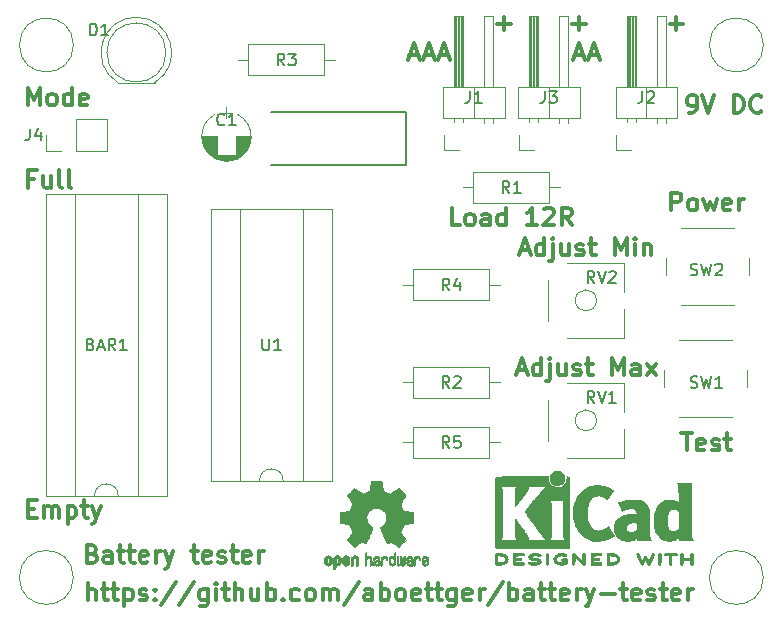
<source format=gbr>
G04 #@! TF.FileFunction,Legend,Top*
%FSLAX46Y46*%
G04 Gerber Fmt 4.6, Leading zero omitted, Abs format (unit mm)*
G04 Created by KiCad (PCBNEW 4.0.6+dfsg1-1) date Sun Nov 12 00:41:49 2017*
%MOMM*%
%LPD*%
G01*
G04 APERTURE LIST*
%ADD10C,0.100000*%
%ADD11C,0.300000*%
%ADD12C,0.200000*%
%ADD13C,0.120000*%
%ADD14C,0.010000*%
%ADD15C,0.150000*%
G04 APERTURE END LIST*
D10*
D11*
X142133571Y-102485000D02*
X142847857Y-102485000D01*
X141990714Y-102913571D02*
X142490714Y-101413571D01*
X142990714Y-102913571D01*
X144133571Y-102913571D02*
X144133571Y-101413571D01*
X144133571Y-102842143D02*
X143990714Y-102913571D01*
X143705000Y-102913571D01*
X143562142Y-102842143D01*
X143490714Y-102770714D01*
X143419285Y-102627857D01*
X143419285Y-102199286D01*
X143490714Y-102056429D01*
X143562142Y-101985000D01*
X143705000Y-101913571D01*
X143990714Y-101913571D01*
X144133571Y-101985000D01*
X144847857Y-101913571D02*
X144847857Y-103199286D01*
X144776428Y-103342143D01*
X144633571Y-103413571D01*
X144562143Y-103413571D01*
X144847857Y-101413571D02*
X144776428Y-101485000D01*
X144847857Y-101556429D01*
X144919285Y-101485000D01*
X144847857Y-101413571D01*
X144847857Y-101556429D01*
X146205000Y-101913571D02*
X146205000Y-102913571D01*
X145562143Y-101913571D02*
X145562143Y-102699286D01*
X145633571Y-102842143D01*
X145776429Y-102913571D01*
X145990714Y-102913571D01*
X146133571Y-102842143D01*
X146205000Y-102770714D01*
X146847857Y-102842143D02*
X146990714Y-102913571D01*
X147276429Y-102913571D01*
X147419286Y-102842143D01*
X147490714Y-102699286D01*
X147490714Y-102627857D01*
X147419286Y-102485000D01*
X147276429Y-102413571D01*
X147062143Y-102413571D01*
X146919286Y-102342143D01*
X146847857Y-102199286D01*
X146847857Y-102127857D01*
X146919286Y-101985000D01*
X147062143Y-101913571D01*
X147276429Y-101913571D01*
X147419286Y-101985000D01*
X147919286Y-101913571D02*
X148490715Y-101913571D01*
X148133572Y-101413571D02*
X148133572Y-102699286D01*
X148205000Y-102842143D01*
X148347858Y-102913571D01*
X148490715Y-102913571D01*
X150133572Y-102913571D02*
X150133572Y-101413571D01*
X150633572Y-102485000D01*
X151133572Y-101413571D01*
X151133572Y-102913571D01*
X152490715Y-102913571D02*
X152490715Y-102127857D01*
X152419286Y-101985000D01*
X152276429Y-101913571D01*
X151990715Y-101913571D01*
X151847858Y-101985000D01*
X152490715Y-102842143D02*
X152347858Y-102913571D01*
X151990715Y-102913571D01*
X151847858Y-102842143D01*
X151776429Y-102699286D01*
X151776429Y-102556429D01*
X151847858Y-102413571D01*
X151990715Y-102342143D01*
X152347858Y-102342143D01*
X152490715Y-102270714D01*
X153062144Y-102913571D02*
X153847858Y-101913571D01*
X153062144Y-101913571D02*
X153847858Y-102913571D01*
X142383571Y-92325000D02*
X143097857Y-92325000D01*
X142240714Y-92753571D02*
X142740714Y-91253571D01*
X143240714Y-92753571D01*
X144383571Y-92753571D02*
X144383571Y-91253571D01*
X144383571Y-92682143D02*
X144240714Y-92753571D01*
X143955000Y-92753571D01*
X143812142Y-92682143D01*
X143740714Y-92610714D01*
X143669285Y-92467857D01*
X143669285Y-92039286D01*
X143740714Y-91896429D01*
X143812142Y-91825000D01*
X143955000Y-91753571D01*
X144240714Y-91753571D01*
X144383571Y-91825000D01*
X145097857Y-91753571D02*
X145097857Y-93039286D01*
X145026428Y-93182143D01*
X144883571Y-93253571D01*
X144812143Y-93253571D01*
X145097857Y-91253571D02*
X145026428Y-91325000D01*
X145097857Y-91396429D01*
X145169285Y-91325000D01*
X145097857Y-91253571D01*
X145097857Y-91396429D01*
X146455000Y-91753571D02*
X146455000Y-92753571D01*
X145812143Y-91753571D02*
X145812143Y-92539286D01*
X145883571Y-92682143D01*
X146026429Y-92753571D01*
X146240714Y-92753571D01*
X146383571Y-92682143D01*
X146455000Y-92610714D01*
X147097857Y-92682143D02*
X147240714Y-92753571D01*
X147526429Y-92753571D01*
X147669286Y-92682143D01*
X147740714Y-92539286D01*
X147740714Y-92467857D01*
X147669286Y-92325000D01*
X147526429Y-92253571D01*
X147312143Y-92253571D01*
X147169286Y-92182143D01*
X147097857Y-92039286D01*
X147097857Y-91967857D01*
X147169286Y-91825000D01*
X147312143Y-91753571D01*
X147526429Y-91753571D01*
X147669286Y-91825000D01*
X148169286Y-91753571D02*
X148740715Y-91753571D01*
X148383572Y-91253571D02*
X148383572Y-92539286D01*
X148455000Y-92682143D01*
X148597858Y-92753571D01*
X148740715Y-92753571D01*
X150383572Y-92753571D02*
X150383572Y-91253571D01*
X150883572Y-92325000D01*
X151383572Y-91253571D01*
X151383572Y-92753571D01*
X152097858Y-92753571D02*
X152097858Y-91753571D01*
X152097858Y-91253571D02*
X152026429Y-91325000D01*
X152097858Y-91396429D01*
X152169286Y-91325000D01*
X152097858Y-91253571D01*
X152097858Y-91396429D01*
X152812144Y-91753571D02*
X152812144Y-92753571D01*
X152812144Y-91896429D02*
X152883572Y-91825000D01*
X153026430Y-91753571D01*
X153240715Y-91753571D01*
X153383572Y-91825000D01*
X153455001Y-91967857D01*
X153455001Y-92753571D01*
X132977143Y-75815000D02*
X133691429Y-75815000D01*
X132834286Y-76243571D02*
X133334286Y-74743571D01*
X133834286Y-76243571D01*
X134262857Y-75815000D02*
X134977143Y-75815000D01*
X134120000Y-76243571D02*
X134620000Y-74743571D01*
X135120000Y-76243571D01*
X135548571Y-75815000D02*
X136262857Y-75815000D01*
X135405714Y-76243571D02*
X135905714Y-74743571D01*
X136405714Y-76243571D01*
X146955000Y-75815000D02*
X147669286Y-75815000D01*
X146812143Y-76243571D02*
X147312143Y-74743571D01*
X147812143Y-76243571D01*
X148240714Y-75815000D02*
X148955000Y-75815000D01*
X148097857Y-76243571D02*
X148597857Y-74743571D01*
X149097857Y-76243571D01*
X155003572Y-73132143D02*
X156146429Y-73132143D01*
X155575000Y-73703571D02*
X155575000Y-72560714D01*
X146748572Y-73132143D02*
X147891429Y-73132143D01*
X147320000Y-73703571D02*
X147320000Y-72560714D01*
X140398572Y-73132143D02*
X141541429Y-73132143D01*
X140970000Y-73703571D02*
X140970000Y-72560714D01*
X100687143Y-80053571D02*
X100687143Y-78553571D01*
X101187143Y-79625000D01*
X101687143Y-78553571D01*
X101687143Y-80053571D01*
X102615715Y-80053571D02*
X102472857Y-79982143D01*
X102401429Y-79910714D01*
X102330000Y-79767857D01*
X102330000Y-79339286D01*
X102401429Y-79196429D01*
X102472857Y-79125000D01*
X102615715Y-79053571D01*
X102830000Y-79053571D01*
X102972857Y-79125000D01*
X103044286Y-79196429D01*
X103115715Y-79339286D01*
X103115715Y-79767857D01*
X103044286Y-79910714D01*
X102972857Y-79982143D01*
X102830000Y-80053571D01*
X102615715Y-80053571D01*
X104401429Y-80053571D02*
X104401429Y-78553571D01*
X104401429Y-79982143D02*
X104258572Y-80053571D01*
X103972858Y-80053571D01*
X103830000Y-79982143D01*
X103758572Y-79910714D01*
X103687143Y-79767857D01*
X103687143Y-79339286D01*
X103758572Y-79196429D01*
X103830000Y-79125000D01*
X103972858Y-79053571D01*
X104258572Y-79053571D01*
X104401429Y-79125000D01*
X105687143Y-79982143D02*
X105544286Y-80053571D01*
X105258572Y-80053571D01*
X105115715Y-79982143D01*
X105044286Y-79839286D01*
X105044286Y-79267857D01*
X105115715Y-79125000D01*
X105258572Y-79053571D01*
X105544286Y-79053571D01*
X105687143Y-79125000D01*
X105758572Y-79267857D01*
X105758572Y-79410714D01*
X105044286Y-79553571D01*
X156638571Y-80688571D02*
X156924286Y-80688571D01*
X157067143Y-80617143D01*
X157138571Y-80545714D01*
X157281429Y-80331429D01*
X157352857Y-80045714D01*
X157352857Y-79474286D01*
X157281429Y-79331429D01*
X157210000Y-79260000D01*
X157067143Y-79188571D01*
X156781429Y-79188571D01*
X156638571Y-79260000D01*
X156567143Y-79331429D01*
X156495714Y-79474286D01*
X156495714Y-79831429D01*
X156567143Y-79974286D01*
X156638571Y-80045714D01*
X156781429Y-80117143D01*
X157067143Y-80117143D01*
X157210000Y-80045714D01*
X157281429Y-79974286D01*
X157352857Y-79831429D01*
X157781428Y-79188571D02*
X158281428Y-80688571D01*
X158781428Y-79188571D01*
X160424285Y-80688571D02*
X160424285Y-79188571D01*
X160781428Y-79188571D01*
X160995713Y-79260000D01*
X161138571Y-79402857D01*
X161209999Y-79545714D01*
X161281428Y-79831429D01*
X161281428Y-80045714D01*
X161209999Y-80331429D01*
X161138571Y-80474286D01*
X160995713Y-80617143D01*
X160781428Y-80688571D01*
X160424285Y-80688571D01*
X162781428Y-80545714D02*
X162709999Y-80617143D01*
X162495713Y-80688571D01*
X162352856Y-80688571D01*
X162138571Y-80617143D01*
X161995713Y-80474286D01*
X161924285Y-80331429D01*
X161852856Y-80045714D01*
X161852856Y-79831429D01*
X161924285Y-79545714D01*
X161995713Y-79402857D01*
X162138571Y-79260000D01*
X162352856Y-79188571D01*
X162495713Y-79188571D01*
X162709999Y-79260000D01*
X162781428Y-79331429D01*
X100687143Y-114192857D02*
X101187143Y-114192857D01*
X101401429Y-114978571D02*
X100687143Y-114978571D01*
X100687143Y-113478571D01*
X101401429Y-113478571D01*
X102044286Y-114978571D02*
X102044286Y-113978571D01*
X102044286Y-114121429D02*
X102115714Y-114050000D01*
X102258572Y-113978571D01*
X102472857Y-113978571D01*
X102615714Y-114050000D01*
X102687143Y-114192857D01*
X102687143Y-114978571D01*
X102687143Y-114192857D02*
X102758572Y-114050000D01*
X102901429Y-113978571D01*
X103115714Y-113978571D01*
X103258572Y-114050000D01*
X103330000Y-114192857D01*
X103330000Y-114978571D01*
X104044286Y-113978571D02*
X104044286Y-115478571D01*
X104044286Y-114050000D02*
X104187143Y-113978571D01*
X104472857Y-113978571D01*
X104615714Y-114050000D01*
X104687143Y-114121429D01*
X104758572Y-114264286D01*
X104758572Y-114692857D01*
X104687143Y-114835714D01*
X104615714Y-114907143D01*
X104472857Y-114978571D01*
X104187143Y-114978571D01*
X104044286Y-114907143D01*
X105187143Y-113978571D02*
X105758572Y-113978571D01*
X105401429Y-113478571D02*
X105401429Y-114764286D01*
X105472857Y-114907143D01*
X105615715Y-114978571D01*
X105758572Y-114978571D01*
X106115715Y-113978571D02*
X106472858Y-114978571D01*
X106830000Y-113978571D02*
X106472858Y-114978571D01*
X106330000Y-115335714D01*
X106258572Y-115407143D01*
X106115715Y-115478571D01*
X101187143Y-86252857D02*
X100687143Y-86252857D01*
X100687143Y-87038571D02*
X100687143Y-85538571D01*
X101401429Y-85538571D01*
X102615714Y-86038571D02*
X102615714Y-87038571D01*
X101972857Y-86038571D02*
X101972857Y-86824286D01*
X102044285Y-86967143D01*
X102187143Y-87038571D01*
X102401428Y-87038571D01*
X102544285Y-86967143D01*
X102615714Y-86895714D01*
X103544286Y-87038571D02*
X103401428Y-86967143D01*
X103330000Y-86824286D01*
X103330000Y-85538571D01*
X104330000Y-87038571D02*
X104187142Y-86967143D01*
X104115714Y-86824286D01*
X104115714Y-85538571D01*
X156007857Y-107763571D02*
X156865000Y-107763571D01*
X156436429Y-109263571D02*
X156436429Y-107763571D01*
X157936428Y-109192143D02*
X157793571Y-109263571D01*
X157507857Y-109263571D01*
X157365000Y-109192143D01*
X157293571Y-109049286D01*
X157293571Y-108477857D01*
X157365000Y-108335000D01*
X157507857Y-108263571D01*
X157793571Y-108263571D01*
X157936428Y-108335000D01*
X158007857Y-108477857D01*
X158007857Y-108620714D01*
X157293571Y-108763571D01*
X158579285Y-109192143D02*
X158722142Y-109263571D01*
X159007857Y-109263571D01*
X159150714Y-109192143D01*
X159222142Y-109049286D01*
X159222142Y-108977857D01*
X159150714Y-108835000D01*
X159007857Y-108763571D01*
X158793571Y-108763571D01*
X158650714Y-108692143D01*
X158579285Y-108549286D01*
X158579285Y-108477857D01*
X158650714Y-108335000D01*
X158793571Y-108263571D01*
X159007857Y-108263571D01*
X159150714Y-108335000D01*
X159650714Y-108263571D02*
X160222143Y-108263571D01*
X159865000Y-107763571D02*
X159865000Y-109049286D01*
X159936428Y-109192143D01*
X160079286Y-109263571D01*
X160222143Y-109263571D01*
X155150715Y-88943571D02*
X155150715Y-87443571D01*
X155722143Y-87443571D01*
X155865001Y-87515000D01*
X155936429Y-87586429D01*
X156007858Y-87729286D01*
X156007858Y-87943571D01*
X155936429Y-88086429D01*
X155865001Y-88157857D01*
X155722143Y-88229286D01*
X155150715Y-88229286D01*
X156865001Y-88943571D02*
X156722143Y-88872143D01*
X156650715Y-88800714D01*
X156579286Y-88657857D01*
X156579286Y-88229286D01*
X156650715Y-88086429D01*
X156722143Y-88015000D01*
X156865001Y-87943571D01*
X157079286Y-87943571D01*
X157222143Y-88015000D01*
X157293572Y-88086429D01*
X157365001Y-88229286D01*
X157365001Y-88657857D01*
X157293572Y-88800714D01*
X157222143Y-88872143D01*
X157079286Y-88943571D01*
X156865001Y-88943571D01*
X157865001Y-87943571D02*
X158150715Y-88943571D01*
X158436429Y-88229286D01*
X158722144Y-88943571D01*
X159007858Y-87943571D01*
X160150715Y-88872143D02*
X160007858Y-88943571D01*
X159722144Y-88943571D01*
X159579287Y-88872143D01*
X159507858Y-88729286D01*
X159507858Y-88157857D01*
X159579287Y-88015000D01*
X159722144Y-87943571D01*
X160007858Y-87943571D01*
X160150715Y-88015000D01*
X160222144Y-88157857D01*
X160222144Y-88300714D01*
X159507858Y-88443571D01*
X160865001Y-88943571D02*
X160865001Y-87943571D01*
X160865001Y-88229286D02*
X160936429Y-88086429D01*
X161007858Y-88015000D01*
X161150715Y-87943571D01*
X161293572Y-87943571D01*
X105767143Y-121963571D02*
X105767143Y-120463571D01*
X106410000Y-121963571D02*
X106410000Y-121177857D01*
X106338571Y-121035000D01*
X106195714Y-120963571D01*
X105981429Y-120963571D01*
X105838571Y-121035000D01*
X105767143Y-121106429D01*
X106910000Y-120963571D02*
X107481429Y-120963571D01*
X107124286Y-120463571D02*
X107124286Y-121749286D01*
X107195714Y-121892143D01*
X107338572Y-121963571D01*
X107481429Y-121963571D01*
X107767143Y-120963571D02*
X108338572Y-120963571D01*
X107981429Y-120463571D02*
X107981429Y-121749286D01*
X108052857Y-121892143D01*
X108195715Y-121963571D01*
X108338572Y-121963571D01*
X108838572Y-120963571D02*
X108838572Y-122463571D01*
X108838572Y-121035000D02*
X108981429Y-120963571D01*
X109267143Y-120963571D01*
X109410000Y-121035000D01*
X109481429Y-121106429D01*
X109552858Y-121249286D01*
X109552858Y-121677857D01*
X109481429Y-121820714D01*
X109410000Y-121892143D01*
X109267143Y-121963571D01*
X108981429Y-121963571D01*
X108838572Y-121892143D01*
X110124286Y-121892143D02*
X110267143Y-121963571D01*
X110552858Y-121963571D01*
X110695715Y-121892143D01*
X110767143Y-121749286D01*
X110767143Y-121677857D01*
X110695715Y-121535000D01*
X110552858Y-121463571D01*
X110338572Y-121463571D01*
X110195715Y-121392143D01*
X110124286Y-121249286D01*
X110124286Y-121177857D01*
X110195715Y-121035000D01*
X110338572Y-120963571D01*
X110552858Y-120963571D01*
X110695715Y-121035000D01*
X111410001Y-121820714D02*
X111481429Y-121892143D01*
X111410001Y-121963571D01*
X111338572Y-121892143D01*
X111410001Y-121820714D01*
X111410001Y-121963571D01*
X111410001Y-121035000D02*
X111481429Y-121106429D01*
X111410001Y-121177857D01*
X111338572Y-121106429D01*
X111410001Y-121035000D01*
X111410001Y-121177857D01*
X113195715Y-120392143D02*
X111910001Y-122320714D01*
X114767144Y-120392143D02*
X113481430Y-122320714D01*
X115910002Y-120963571D02*
X115910002Y-122177857D01*
X115838573Y-122320714D01*
X115767145Y-122392143D01*
X115624288Y-122463571D01*
X115410002Y-122463571D01*
X115267145Y-122392143D01*
X115910002Y-121892143D02*
X115767145Y-121963571D01*
X115481431Y-121963571D01*
X115338573Y-121892143D01*
X115267145Y-121820714D01*
X115195716Y-121677857D01*
X115195716Y-121249286D01*
X115267145Y-121106429D01*
X115338573Y-121035000D01*
X115481431Y-120963571D01*
X115767145Y-120963571D01*
X115910002Y-121035000D01*
X116624288Y-121963571D02*
X116624288Y-120963571D01*
X116624288Y-120463571D02*
X116552859Y-120535000D01*
X116624288Y-120606429D01*
X116695716Y-120535000D01*
X116624288Y-120463571D01*
X116624288Y-120606429D01*
X117124288Y-120963571D02*
X117695717Y-120963571D01*
X117338574Y-120463571D02*
X117338574Y-121749286D01*
X117410002Y-121892143D01*
X117552860Y-121963571D01*
X117695717Y-121963571D01*
X118195717Y-121963571D02*
X118195717Y-120463571D01*
X118838574Y-121963571D02*
X118838574Y-121177857D01*
X118767145Y-121035000D01*
X118624288Y-120963571D01*
X118410003Y-120963571D01*
X118267145Y-121035000D01*
X118195717Y-121106429D01*
X120195717Y-120963571D02*
X120195717Y-121963571D01*
X119552860Y-120963571D02*
X119552860Y-121749286D01*
X119624288Y-121892143D01*
X119767146Y-121963571D01*
X119981431Y-121963571D01*
X120124288Y-121892143D01*
X120195717Y-121820714D01*
X120910003Y-121963571D02*
X120910003Y-120463571D01*
X120910003Y-121035000D02*
X121052860Y-120963571D01*
X121338574Y-120963571D01*
X121481431Y-121035000D01*
X121552860Y-121106429D01*
X121624289Y-121249286D01*
X121624289Y-121677857D01*
X121552860Y-121820714D01*
X121481431Y-121892143D01*
X121338574Y-121963571D01*
X121052860Y-121963571D01*
X120910003Y-121892143D01*
X122267146Y-121820714D02*
X122338574Y-121892143D01*
X122267146Y-121963571D01*
X122195717Y-121892143D01*
X122267146Y-121820714D01*
X122267146Y-121963571D01*
X123624289Y-121892143D02*
X123481432Y-121963571D01*
X123195718Y-121963571D01*
X123052860Y-121892143D01*
X122981432Y-121820714D01*
X122910003Y-121677857D01*
X122910003Y-121249286D01*
X122981432Y-121106429D01*
X123052860Y-121035000D01*
X123195718Y-120963571D01*
X123481432Y-120963571D01*
X123624289Y-121035000D01*
X124481432Y-121963571D02*
X124338574Y-121892143D01*
X124267146Y-121820714D01*
X124195717Y-121677857D01*
X124195717Y-121249286D01*
X124267146Y-121106429D01*
X124338574Y-121035000D01*
X124481432Y-120963571D01*
X124695717Y-120963571D01*
X124838574Y-121035000D01*
X124910003Y-121106429D01*
X124981432Y-121249286D01*
X124981432Y-121677857D01*
X124910003Y-121820714D01*
X124838574Y-121892143D01*
X124695717Y-121963571D01*
X124481432Y-121963571D01*
X125624289Y-121963571D02*
X125624289Y-120963571D01*
X125624289Y-121106429D02*
X125695717Y-121035000D01*
X125838575Y-120963571D01*
X126052860Y-120963571D01*
X126195717Y-121035000D01*
X126267146Y-121177857D01*
X126267146Y-121963571D01*
X126267146Y-121177857D02*
X126338575Y-121035000D01*
X126481432Y-120963571D01*
X126695717Y-120963571D01*
X126838575Y-121035000D01*
X126910003Y-121177857D01*
X126910003Y-121963571D01*
X128695717Y-120392143D02*
X127410003Y-122320714D01*
X129838575Y-121963571D02*
X129838575Y-121177857D01*
X129767146Y-121035000D01*
X129624289Y-120963571D01*
X129338575Y-120963571D01*
X129195718Y-121035000D01*
X129838575Y-121892143D02*
X129695718Y-121963571D01*
X129338575Y-121963571D01*
X129195718Y-121892143D01*
X129124289Y-121749286D01*
X129124289Y-121606429D01*
X129195718Y-121463571D01*
X129338575Y-121392143D01*
X129695718Y-121392143D01*
X129838575Y-121320714D01*
X130552861Y-121963571D02*
X130552861Y-120463571D01*
X130552861Y-121035000D02*
X130695718Y-120963571D01*
X130981432Y-120963571D01*
X131124289Y-121035000D01*
X131195718Y-121106429D01*
X131267147Y-121249286D01*
X131267147Y-121677857D01*
X131195718Y-121820714D01*
X131124289Y-121892143D01*
X130981432Y-121963571D01*
X130695718Y-121963571D01*
X130552861Y-121892143D01*
X132124290Y-121963571D02*
X131981432Y-121892143D01*
X131910004Y-121820714D01*
X131838575Y-121677857D01*
X131838575Y-121249286D01*
X131910004Y-121106429D01*
X131981432Y-121035000D01*
X132124290Y-120963571D01*
X132338575Y-120963571D01*
X132481432Y-121035000D01*
X132552861Y-121106429D01*
X132624290Y-121249286D01*
X132624290Y-121677857D01*
X132552861Y-121820714D01*
X132481432Y-121892143D01*
X132338575Y-121963571D01*
X132124290Y-121963571D01*
X133838575Y-121892143D02*
X133695718Y-121963571D01*
X133410004Y-121963571D01*
X133267147Y-121892143D01*
X133195718Y-121749286D01*
X133195718Y-121177857D01*
X133267147Y-121035000D01*
X133410004Y-120963571D01*
X133695718Y-120963571D01*
X133838575Y-121035000D01*
X133910004Y-121177857D01*
X133910004Y-121320714D01*
X133195718Y-121463571D01*
X134338575Y-120963571D02*
X134910004Y-120963571D01*
X134552861Y-120463571D02*
X134552861Y-121749286D01*
X134624289Y-121892143D01*
X134767147Y-121963571D01*
X134910004Y-121963571D01*
X135195718Y-120963571D02*
X135767147Y-120963571D01*
X135410004Y-120463571D02*
X135410004Y-121749286D01*
X135481432Y-121892143D01*
X135624290Y-121963571D01*
X135767147Y-121963571D01*
X136910004Y-120963571D02*
X136910004Y-122177857D01*
X136838575Y-122320714D01*
X136767147Y-122392143D01*
X136624290Y-122463571D01*
X136410004Y-122463571D01*
X136267147Y-122392143D01*
X136910004Y-121892143D02*
X136767147Y-121963571D01*
X136481433Y-121963571D01*
X136338575Y-121892143D01*
X136267147Y-121820714D01*
X136195718Y-121677857D01*
X136195718Y-121249286D01*
X136267147Y-121106429D01*
X136338575Y-121035000D01*
X136481433Y-120963571D01*
X136767147Y-120963571D01*
X136910004Y-121035000D01*
X138195718Y-121892143D02*
X138052861Y-121963571D01*
X137767147Y-121963571D01*
X137624290Y-121892143D01*
X137552861Y-121749286D01*
X137552861Y-121177857D01*
X137624290Y-121035000D01*
X137767147Y-120963571D01*
X138052861Y-120963571D01*
X138195718Y-121035000D01*
X138267147Y-121177857D01*
X138267147Y-121320714D01*
X137552861Y-121463571D01*
X138910004Y-121963571D02*
X138910004Y-120963571D01*
X138910004Y-121249286D02*
X138981432Y-121106429D01*
X139052861Y-121035000D01*
X139195718Y-120963571D01*
X139338575Y-120963571D01*
X140910003Y-120392143D02*
X139624289Y-122320714D01*
X141410004Y-121963571D02*
X141410004Y-120463571D01*
X141410004Y-121035000D02*
X141552861Y-120963571D01*
X141838575Y-120963571D01*
X141981432Y-121035000D01*
X142052861Y-121106429D01*
X142124290Y-121249286D01*
X142124290Y-121677857D01*
X142052861Y-121820714D01*
X141981432Y-121892143D01*
X141838575Y-121963571D01*
X141552861Y-121963571D01*
X141410004Y-121892143D01*
X143410004Y-121963571D02*
X143410004Y-121177857D01*
X143338575Y-121035000D01*
X143195718Y-120963571D01*
X142910004Y-120963571D01*
X142767147Y-121035000D01*
X143410004Y-121892143D02*
X143267147Y-121963571D01*
X142910004Y-121963571D01*
X142767147Y-121892143D01*
X142695718Y-121749286D01*
X142695718Y-121606429D01*
X142767147Y-121463571D01*
X142910004Y-121392143D01*
X143267147Y-121392143D01*
X143410004Y-121320714D01*
X143910004Y-120963571D02*
X144481433Y-120963571D01*
X144124290Y-120463571D02*
X144124290Y-121749286D01*
X144195718Y-121892143D01*
X144338576Y-121963571D01*
X144481433Y-121963571D01*
X144767147Y-120963571D02*
X145338576Y-120963571D01*
X144981433Y-120463571D02*
X144981433Y-121749286D01*
X145052861Y-121892143D01*
X145195719Y-121963571D01*
X145338576Y-121963571D01*
X146410004Y-121892143D02*
X146267147Y-121963571D01*
X145981433Y-121963571D01*
X145838576Y-121892143D01*
X145767147Y-121749286D01*
X145767147Y-121177857D01*
X145838576Y-121035000D01*
X145981433Y-120963571D01*
X146267147Y-120963571D01*
X146410004Y-121035000D01*
X146481433Y-121177857D01*
X146481433Y-121320714D01*
X145767147Y-121463571D01*
X147124290Y-121963571D02*
X147124290Y-120963571D01*
X147124290Y-121249286D02*
X147195718Y-121106429D01*
X147267147Y-121035000D01*
X147410004Y-120963571D01*
X147552861Y-120963571D01*
X147910004Y-120963571D02*
X148267147Y-121963571D01*
X148624289Y-120963571D02*
X148267147Y-121963571D01*
X148124289Y-122320714D01*
X148052861Y-122392143D01*
X147910004Y-122463571D01*
X149195718Y-121392143D02*
X150338575Y-121392143D01*
X150838575Y-120963571D02*
X151410004Y-120963571D01*
X151052861Y-120463571D02*
X151052861Y-121749286D01*
X151124289Y-121892143D01*
X151267147Y-121963571D01*
X151410004Y-121963571D01*
X152481432Y-121892143D02*
X152338575Y-121963571D01*
X152052861Y-121963571D01*
X151910004Y-121892143D01*
X151838575Y-121749286D01*
X151838575Y-121177857D01*
X151910004Y-121035000D01*
X152052861Y-120963571D01*
X152338575Y-120963571D01*
X152481432Y-121035000D01*
X152552861Y-121177857D01*
X152552861Y-121320714D01*
X151838575Y-121463571D01*
X153124289Y-121892143D02*
X153267146Y-121963571D01*
X153552861Y-121963571D01*
X153695718Y-121892143D01*
X153767146Y-121749286D01*
X153767146Y-121677857D01*
X153695718Y-121535000D01*
X153552861Y-121463571D01*
X153338575Y-121463571D01*
X153195718Y-121392143D01*
X153124289Y-121249286D01*
X153124289Y-121177857D01*
X153195718Y-121035000D01*
X153338575Y-120963571D01*
X153552861Y-120963571D01*
X153695718Y-121035000D01*
X154195718Y-120963571D02*
X154767147Y-120963571D01*
X154410004Y-120463571D02*
X154410004Y-121749286D01*
X154481432Y-121892143D01*
X154624290Y-121963571D01*
X154767147Y-121963571D01*
X155838575Y-121892143D02*
X155695718Y-121963571D01*
X155410004Y-121963571D01*
X155267147Y-121892143D01*
X155195718Y-121749286D01*
X155195718Y-121177857D01*
X155267147Y-121035000D01*
X155410004Y-120963571D01*
X155695718Y-120963571D01*
X155838575Y-121035000D01*
X155910004Y-121177857D01*
X155910004Y-121320714D01*
X155195718Y-121463571D01*
X156552861Y-121963571D02*
X156552861Y-120963571D01*
X156552861Y-121249286D02*
X156624289Y-121106429D01*
X156695718Y-121035000D01*
X156838575Y-120963571D01*
X156981432Y-120963571D01*
X106137144Y-118002857D02*
X106351430Y-118074286D01*
X106422858Y-118145714D01*
X106494287Y-118288571D01*
X106494287Y-118502857D01*
X106422858Y-118645714D01*
X106351430Y-118717143D01*
X106208572Y-118788571D01*
X105637144Y-118788571D01*
X105637144Y-117288571D01*
X106137144Y-117288571D01*
X106280001Y-117360000D01*
X106351430Y-117431429D01*
X106422858Y-117574286D01*
X106422858Y-117717143D01*
X106351430Y-117860000D01*
X106280001Y-117931429D01*
X106137144Y-118002857D01*
X105637144Y-118002857D01*
X107780001Y-118788571D02*
X107780001Y-118002857D01*
X107708572Y-117860000D01*
X107565715Y-117788571D01*
X107280001Y-117788571D01*
X107137144Y-117860000D01*
X107780001Y-118717143D02*
X107637144Y-118788571D01*
X107280001Y-118788571D01*
X107137144Y-118717143D01*
X107065715Y-118574286D01*
X107065715Y-118431429D01*
X107137144Y-118288571D01*
X107280001Y-118217143D01*
X107637144Y-118217143D01*
X107780001Y-118145714D01*
X108280001Y-117788571D02*
X108851430Y-117788571D01*
X108494287Y-117288571D02*
X108494287Y-118574286D01*
X108565715Y-118717143D01*
X108708573Y-118788571D01*
X108851430Y-118788571D01*
X109137144Y-117788571D02*
X109708573Y-117788571D01*
X109351430Y-117288571D02*
X109351430Y-118574286D01*
X109422858Y-118717143D01*
X109565716Y-118788571D01*
X109708573Y-118788571D01*
X110780001Y-118717143D02*
X110637144Y-118788571D01*
X110351430Y-118788571D01*
X110208573Y-118717143D01*
X110137144Y-118574286D01*
X110137144Y-118002857D01*
X110208573Y-117860000D01*
X110351430Y-117788571D01*
X110637144Y-117788571D01*
X110780001Y-117860000D01*
X110851430Y-118002857D01*
X110851430Y-118145714D01*
X110137144Y-118288571D01*
X111494287Y-118788571D02*
X111494287Y-117788571D01*
X111494287Y-118074286D02*
X111565715Y-117931429D01*
X111637144Y-117860000D01*
X111780001Y-117788571D01*
X111922858Y-117788571D01*
X112280001Y-117788571D02*
X112637144Y-118788571D01*
X112994286Y-117788571D02*
X112637144Y-118788571D01*
X112494286Y-119145714D01*
X112422858Y-119217143D01*
X112280001Y-119288571D01*
X114494286Y-117788571D02*
X115065715Y-117788571D01*
X114708572Y-117288571D02*
X114708572Y-118574286D01*
X114780000Y-118717143D01*
X114922858Y-118788571D01*
X115065715Y-118788571D01*
X116137143Y-118717143D02*
X115994286Y-118788571D01*
X115708572Y-118788571D01*
X115565715Y-118717143D01*
X115494286Y-118574286D01*
X115494286Y-118002857D01*
X115565715Y-117860000D01*
X115708572Y-117788571D01*
X115994286Y-117788571D01*
X116137143Y-117860000D01*
X116208572Y-118002857D01*
X116208572Y-118145714D01*
X115494286Y-118288571D01*
X116780000Y-118717143D02*
X116922857Y-118788571D01*
X117208572Y-118788571D01*
X117351429Y-118717143D01*
X117422857Y-118574286D01*
X117422857Y-118502857D01*
X117351429Y-118360000D01*
X117208572Y-118288571D01*
X116994286Y-118288571D01*
X116851429Y-118217143D01*
X116780000Y-118074286D01*
X116780000Y-118002857D01*
X116851429Y-117860000D01*
X116994286Y-117788571D01*
X117208572Y-117788571D01*
X117351429Y-117860000D01*
X117851429Y-117788571D02*
X118422858Y-117788571D01*
X118065715Y-117288571D02*
X118065715Y-118574286D01*
X118137143Y-118717143D01*
X118280001Y-118788571D01*
X118422858Y-118788571D01*
X119494286Y-118717143D02*
X119351429Y-118788571D01*
X119065715Y-118788571D01*
X118922858Y-118717143D01*
X118851429Y-118574286D01*
X118851429Y-118002857D01*
X118922858Y-117860000D01*
X119065715Y-117788571D01*
X119351429Y-117788571D01*
X119494286Y-117860000D01*
X119565715Y-118002857D01*
X119565715Y-118145714D01*
X118851429Y-118288571D01*
X120208572Y-118788571D02*
X120208572Y-117788571D01*
X120208572Y-118074286D02*
X120280000Y-117931429D01*
X120351429Y-117860000D01*
X120494286Y-117788571D01*
X120637143Y-117788571D01*
D12*
X132715000Y-85090000D02*
X121285000Y-85090000D01*
X132715000Y-80645000D02*
X132715000Y-85090000D01*
X121285000Y-80645000D02*
X132715000Y-80645000D01*
D11*
X137283572Y-90213571D02*
X136569286Y-90213571D01*
X136569286Y-88713571D01*
X137997858Y-90213571D02*
X137855000Y-90142143D01*
X137783572Y-90070714D01*
X137712143Y-89927857D01*
X137712143Y-89499286D01*
X137783572Y-89356429D01*
X137855000Y-89285000D01*
X137997858Y-89213571D01*
X138212143Y-89213571D01*
X138355000Y-89285000D01*
X138426429Y-89356429D01*
X138497858Y-89499286D01*
X138497858Y-89927857D01*
X138426429Y-90070714D01*
X138355000Y-90142143D01*
X138212143Y-90213571D01*
X137997858Y-90213571D01*
X139783572Y-90213571D02*
X139783572Y-89427857D01*
X139712143Y-89285000D01*
X139569286Y-89213571D01*
X139283572Y-89213571D01*
X139140715Y-89285000D01*
X139783572Y-90142143D02*
X139640715Y-90213571D01*
X139283572Y-90213571D01*
X139140715Y-90142143D01*
X139069286Y-89999286D01*
X139069286Y-89856429D01*
X139140715Y-89713571D01*
X139283572Y-89642143D01*
X139640715Y-89642143D01*
X139783572Y-89570714D01*
X141140715Y-90213571D02*
X141140715Y-88713571D01*
X141140715Y-90142143D02*
X140997858Y-90213571D01*
X140712144Y-90213571D01*
X140569286Y-90142143D01*
X140497858Y-90070714D01*
X140426429Y-89927857D01*
X140426429Y-89499286D01*
X140497858Y-89356429D01*
X140569286Y-89285000D01*
X140712144Y-89213571D01*
X140997858Y-89213571D01*
X141140715Y-89285000D01*
X143783572Y-90213571D02*
X142926429Y-90213571D01*
X143355001Y-90213571D02*
X143355001Y-88713571D01*
X143212144Y-88927857D01*
X143069286Y-89070714D01*
X142926429Y-89142143D01*
X144355000Y-88856429D02*
X144426429Y-88785000D01*
X144569286Y-88713571D01*
X144926429Y-88713571D01*
X145069286Y-88785000D01*
X145140715Y-88856429D01*
X145212143Y-88999286D01*
X145212143Y-89142143D01*
X145140715Y-89356429D01*
X144283572Y-90213571D01*
X145212143Y-90213571D01*
X146712143Y-90213571D02*
X146212143Y-89499286D01*
X145855000Y-90213571D02*
X145855000Y-88713571D01*
X146426428Y-88713571D01*
X146569286Y-88785000D01*
X146640714Y-88856429D01*
X146712143Y-88999286D01*
X146712143Y-89213571D01*
X146640714Y-89356429D01*
X146569286Y-89427857D01*
X146426428Y-89499286D01*
X145855000Y-89499286D01*
D13*
X104521000Y-120015000D02*
G75*
G03X104521000Y-120015000I-2286000J0D01*
G01*
X162941000Y-120015000D02*
G75*
G03X162941000Y-120015000I-2286000J0D01*
G01*
X162941000Y-74930000D02*
G75*
G03X162941000Y-74930000I-2286000J0D01*
G01*
X118454170Y-84511436D02*
G75*
G03X118455000Y-80819004I-979170J1846436D01*
G01*
X116495830Y-84511436D02*
G75*
G02X116495000Y-80819004I979170J1846436D01*
G01*
X116495830Y-84511436D02*
G75*
G03X118455000Y-84510996I979170J1846436D01*
G01*
X116695000Y-82665000D02*
X115425000Y-82665000D01*
X119525000Y-82665000D02*
X118255000Y-82665000D01*
X119525000Y-82705000D02*
X118255000Y-82705000D01*
X116695000Y-82705000D02*
X115425000Y-82705000D01*
X119524000Y-82745000D02*
X118255000Y-82745000D01*
X116695000Y-82745000D02*
X115426000Y-82745000D01*
X119522000Y-82785000D02*
X118255000Y-82785000D01*
X116695000Y-82785000D02*
X115428000Y-82785000D01*
X119519000Y-82825000D02*
X118255000Y-82825000D01*
X116695000Y-82825000D02*
X115431000Y-82825000D01*
X119516000Y-82865000D02*
X118255000Y-82865000D01*
X116695000Y-82865000D02*
X115434000Y-82865000D01*
X119512000Y-82905000D02*
X118255000Y-82905000D01*
X116695000Y-82905000D02*
X115438000Y-82905000D01*
X119507000Y-82945000D02*
X118255000Y-82945000D01*
X116695000Y-82945000D02*
X115443000Y-82945000D01*
X119501000Y-82985000D02*
X118255000Y-82985000D01*
X116695000Y-82985000D02*
X115449000Y-82985000D01*
X119494000Y-83025000D02*
X118255000Y-83025000D01*
X116695000Y-83025000D02*
X115456000Y-83025000D01*
X119487000Y-83065000D02*
X118255000Y-83065000D01*
X116695000Y-83065000D02*
X115463000Y-83065000D01*
X119479000Y-83105000D02*
X118255000Y-83105000D01*
X116695000Y-83105000D02*
X115471000Y-83105000D01*
X119470000Y-83145000D02*
X118255000Y-83145000D01*
X116695000Y-83145000D02*
X115480000Y-83145000D01*
X119460000Y-83185000D02*
X118255000Y-83185000D01*
X116695000Y-83185000D02*
X115490000Y-83185000D01*
X119449000Y-83225000D02*
X118255000Y-83225000D01*
X116695000Y-83225000D02*
X115501000Y-83225000D01*
X119438000Y-83265000D02*
X118255000Y-83265000D01*
X116695000Y-83265000D02*
X115512000Y-83265000D01*
X119425000Y-83305000D02*
X118255000Y-83305000D01*
X116695000Y-83305000D02*
X115525000Y-83305000D01*
X119412000Y-83345000D02*
X118255000Y-83345000D01*
X116695000Y-83345000D02*
X115538000Y-83345000D01*
X119398000Y-83386000D02*
X118255000Y-83386000D01*
X116695000Y-83386000D02*
X115552000Y-83386000D01*
X119382000Y-83426000D02*
X118255000Y-83426000D01*
X116695000Y-83426000D02*
X115568000Y-83426000D01*
X119366000Y-83466000D02*
X118255000Y-83466000D01*
X116695000Y-83466000D02*
X115584000Y-83466000D01*
X119349000Y-83506000D02*
X118255000Y-83506000D01*
X116695000Y-83506000D02*
X115601000Y-83506000D01*
X119331000Y-83546000D02*
X118255000Y-83546000D01*
X116695000Y-83546000D02*
X115619000Y-83546000D01*
X119312000Y-83586000D02*
X118255000Y-83586000D01*
X116695000Y-83586000D02*
X115638000Y-83586000D01*
X119292000Y-83626000D02*
X118255000Y-83626000D01*
X116695000Y-83626000D02*
X115658000Y-83626000D01*
X119271000Y-83666000D02*
X118255000Y-83666000D01*
X116695000Y-83666000D02*
X115679000Y-83666000D01*
X119248000Y-83706000D02*
X118255000Y-83706000D01*
X116695000Y-83706000D02*
X115702000Y-83706000D01*
X119225000Y-83746000D02*
X118255000Y-83746000D01*
X116695000Y-83746000D02*
X115725000Y-83746000D01*
X119200000Y-83786000D02*
X118255000Y-83786000D01*
X116695000Y-83786000D02*
X115750000Y-83786000D01*
X119174000Y-83826000D02*
X118255000Y-83826000D01*
X116695000Y-83826000D02*
X115776000Y-83826000D01*
X119147000Y-83866000D02*
X118255000Y-83866000D01*
X116695000Y-83866000D02*
X115803000Y-83866000D01*
X119118000Y-83906000D02*
X118255000Y-83906000D01*
X116695000Y-83906000D02*
X115832000Y-83906000D01*
X119088000Y-83946000D02*
X118255000Y-83946000D01*
X116695000Y-83946000D02*
X115862000Y-83946000D01*
X119056000Y-83986000D02*
X118255000Y-83986000D01*
X116695000Y-83986000D02*
X115894000Y-83986000D01*
X119022000Y-84026000D02*
X118255000Y-84026000D01*
X116695000Y-84026000D02*
X115928000Y-84026000D01*
X118987000Y-84066000D02*
X118255000Y-84066000D01*
X116695000Y-84066000D02*
X115963000Y-84066000D01*
X118950000Y-84106000D02*
X118255000Y-84106000D01*
X116695000Y-84106000D02*
X116000000Y-84106000D01*
X118911000Y-84146000D02*
X118255000Y-84146000D01*
X116695000Y-84146000D02*
X116039000Y-84146000D01*
X118870000Y-84186000D02*
X118255000Y-84186000D01*
X116695000Y-84186000D02*
X116080000Y-84186000D01*
X118826000Y-84226000D02*
X116124000Y-84226000D01*
X118780000Y-84266000D02*
X116170000Y-84266000D01*
X118731000Y-84306000D02*
X116219000Y-84306000D01*
X118679000Y-84346000D02*
X116271000Y-84346000D01*
X118623000Y-84386000D02*
X116327000Y-84386000D01*
X118563000Y-84426000D02*
X116387000Y-84426000D01*
X118498000Y-84466000D02*
X116452000Y-84466000D01*
X118427000Y-84506000D02*
X116523000Y-84506000D01*
X118349000Y-84546000D02*
X116601000Y-84546000D01*
X118261000Y-84586000D02*
X116689000Y-84586000D01*
X118161000Y-84626000D02*
X116789000Y-84626000D01*
X118042000Y-84666000D02*
X116908000Y-84666000D01*
X117890000Y-84706000D02*
X117060000Y-84706000D01*
X117640000Y-84746000D02*
X117310000Y-84746000D01*
X117475000Y-80215000D02*
X117475000Y-81115000D01*
X117925000Y-80665000D02*
X117025000Y-80665000D01*
X144815000Y-88305000D02*
X144815000Y-85685000D01*
X144815000Y-85685000D02*
X138395000Y-85685000D01*
X138395000Y-85685000D02*
X138395000Y-88305000D01*
X138395000Y-88305000D02*
X144815000Y-88305000D01*
X145705000Y-86995000D02*
X144815000Y-86995000D01*
X137505000Y-86995000D02*
X138395000Y-86995000D01*
X133315000Y-102195000D02*
X133315000Y-104815000D01*
X133315000Y-104815000D02*
X139735000Y-104815000D01*
X139735000Y-104815000D02*
X139735000Y-102195000D01*
X139735000Y-102195000D02*
X133315000Y-102195000D01*
X132425000Y-103505000D02*
X133315000Y-103505000D01*
X140625000Y-103505000D02*
X139735000Y-103505000D01*
X119345000Y-74890000D02*
X119345000Y-77510000D01*
X119345000Y-77510000D02*
X125765000Y-77510000D01*
X125765000Y-77510000D02*
X125765000Y-74890000D01*
X125765000Y-74890000D02*
X119345000Y-74890000D01*
X118455000Y-76200000D02*
X119345000Y-76200000D01*
X126655000Y-76200000D02*
X125765000Y-76200000D01*
X148815000Y-106720000D02*
G75*
G03X148815000Y-106720000I-900000J0D01*
G01*
X146288000Y-103510000D02*
X151125000Y-103510000D01*
X146288000Y-109930000D02*
X151125000Y-109930000D01*
X144705000Y-104978000D02*
X144705000Y-108463000D01*
X151125000Y-103510000D02*
X151125000Y-105963000D01*
X151125000Y-107478000D02*
X151125000Y-109930000D01*
X148815000Y-96560000D02*
G75*
G03X148815000Y-96560000I-900000J0D01*
G01*
X146288000Y-93350000D02*
X151125000Y-93350000D01*
X146288000Y-99770000D02*
X151125000Y-99770000D01*
X144705000Y-94818000D02*
X144705000Y-98303000D01*
X151125000Y-93350000D02*
X151125000Y-95803000D01*
X151125000Y-97318000D02*
X151125000Y-99770000D01*
X120285000Y-111820000D02*
G75*
G02X122285000Y-111820000I1000000J0D01*
G01*
X122285000Y-111820000D02*
X123935000Y-111820000D01*
X123935000Y-111820000D02*
X123935000Y-88840000D01*
X123935000Y-88840000D02*
X118635000Y-88840000D01*
X118635000Y-88840000D02*
X118635000Y-111820000D01*
X118635000Y-111820000D02*
X120285000Y-111820000D01*
X126425000Y-111880000D02*
X126425000Y-88780000D01*
X126425000Y-88780000D02*
X116145000Y-88780000D01*
X116145000Y-88780000D02*
X116145000Y-111880000D01*
X116145000Y-111880000D02*
X126425000Y-111880000D01*
X133315000Y-93940000D02*
X133315000Y-96560000D01*
X133315000Y-96560000D02*
X139735000Y-96560000D01*
X139735000Y-96560000D02*
X139735000Y-93940000D01*
X139735000Y-93940000D02*
X133315000Y-93940000D01*
X132425000Y-95250000D02*
X133315000Y-95250000D01*
X140625000Y-95250000D02*
X139735000Y-95250000D01*
X160290000Y-99910000D02*
X155790000Y-99910000D01*
X161540000Y-103910000D02*
X161540000Y-102410000D01*
X155790000Y-106410000D02*
X160290000Y-106410000D01*
X154540000Y-102410000D02*
X154540000Y-103910000D01*
X155940000Y-96940000D02*
X160440000Y-96940000D01*
X154690000Y-92940000D02*
X154690000Y-94440000D01*
X160440000Y-90440000D02*
X155940000Y-90440000D01*
X161690000Y-94440000D02*
X161690000Y-92940000D01*
X106315000Y-113090000D02*
G75*
G02X108315000Y-113090000I1000000J0D01*
G01*
X108315000Y-113090000D02*
X109965000Y-113090000D01*
X109965000Y-113090000D02*
X109965000Y-87570000D01*
X109965000Y-87570000D02*
X104665000Y-87570000D01*
X104665000Y-87570000D02*
X104665000Y-113090000D01*
X104665000Y-113090000D02*
X106315000Y-113090000D01*
X112455000Y-113150000D02*
X112455000Y-87510000D01*
X112455000Y-87510000D02*
X102175000Y-87510000D01*
X102175000Y-87510000D02*
X102175000Y-113150000D01*
X102175000Y-113150000D02*
X112455000Y-113150000D01*
X109855462Y-72575000D02*
G75*
G03X108310170Y-78125000I-462J-2990000D01*
G01*
X109854538Y-72575000D02*
G75*
G02X111399830Y-78125000I462J-2990000D01*
G01*
X112355000Y-75565000D02*
G75*
G03X112355000Y-75565000I-2500000J0D01*
G01*
X108310000Y-78125000D02*
X111400000Y-78125000D01*
X133315000Y-107275000D02*
X133315000Y-109895000D01*
X133315000Y-109895000D02*
X139735000Y-109895000D01*
X139735000Y-109895000D02*
X139735000Y-107275000D01*
X139735000Y-107275000D02*
X133315000Y-107275000D01*
X132425000Y-108585000D02*
X133315000Y-108585000D01*
X140625000Y-108585000D02*
X139735000Y-108585000D01*
D14*
G36*
X140440246Y-117955945D02*
X140492811Y-117956480D01*
X140646835Y-117960196D01*
X140775829Y-117971235D01*
X140884191Y-117990782D01*
X140976316Y-118020019D01*
X141056601Y-118060133D01*
X141129442Y-118112305D01*
X141155459Y-118134969D01*
X141198617Y-118187998D01*
X141237533Y-118259957D01*
X141267527Y-118339720D01*
X141283919Y-118416161D01*
X141285622Y-118444408D01*
X141274949Y-118522710D01*
X141246347Y-118608241D01*
X141204943Y-118689199D01*
X141155859Y-118753782D01*
X141147887Y-118761574D01*
X141080354Y-118816344D01*
X141006402Y-118859099D01*
X140921766Y-118890959D01*
X140822183Y-118913044D01*
X140703388Y-118926474D01*
X140561120Y-118932370D01*
X140495954Y-118932870D01*
X140413099Y-118932471D01*
X140354831Y-118930802D01*
X140315684Y-118927158D01*
X140290191Y-118920829D01*
X140272886Y-118911110D01*
X140263610Y-118902810D01*
X140254848Y-118892728D01*
X140247975Y-118879721D01*
X140242762Y-118860305D01*
X140238981Y-118830996D01*
X140236403Y-118788309D01*
X140234800Y-118728761D01*
X140233943Y-118648866D01*
X140233603Y-118545141D01*
X140233551Y-118444408D01*
X140233220Y-118310055D01*
X140233292Y-118202728D01*
X140234570Y-118151331D01*
X140428935Y-118151331D01*
X140428935Y-118737485D01*
X140552929Y-118737371D01*
X140627539Y-118735232D01*
X140705682Y-118729719D01*
X140770880Y-118722008D01*
X140772864Y-118721691D01*
X140878237Y-118696214D01*
X140959968Y-118656536D01*
X141022138Y-118600074D01*
X141061640Y-118538942D01*
X141085980Y-118471129D01*
X141084093Y-118407455D01*
X141055845Y-118339201D01*
X141000592Y-118268592D01*
X140924027Y-118216271D01*
X140824505Y-118181299D01*
X140757993Y-118168922D01*
X140682493Y-118160230D01*
X140602475Y-118153940D01*
X140534416Y-118151324D01*
X140530385Y-118151312D01*
X140428935Y-118151331D01*
X140234570Y-118151331D01*
X140235364Y-118119417D01*
X140241039Y-118057115D01*
X140251913Y-118012811D01*
X140269586Y-117983496D01*
X140295657Y-117966161D01*
X140331725Y-117957797D01*
X140379388Y-117955395D01*
X140440246Y-117955945D01*
X140440246Y-117955945D01*
G37*
X140440246Y-117955945D02*
X140492811Y-117956480D01*
X140646835Y-117960196D01*
X140775829Y-117971235D01*
X140884191Y-117990782D01*
X140976316Y-118020019D01*
X141056601Y-118060133D01*
X141129442Y-118112305D01*
X141155459Y-118134969D01*
X141198617Y-118187998D01*
X141237533Y-118259957D01*
X141267527Y-118339720D01*
X141283919Y-118416161D01*
X141285622Y-118444408D01*
X141274949Y-118522710D01*
X141246347Y-118608241D01*
X141204943Y-118689199D01*
X141155859Y-118753782D01*
X141147887Y-118761574D01*
X141080354Y-118816344D01*
X141006402Y-118859099D01*
X140921766Y-118890959D01*
X140822183Y-118913044D01*
X140703388Y-118926474D01*
X140561120Y-118932370D01*
X140495954Y-118932870D01*
X140413099Y-118932471D01*
X140354831Y-118930802D01*
X140315684Y-118927158D01*
X140290191Y-118920829D01*
X140272886Y-118911110D01*
X140263610Y-118902810D01*
X140254848Y-118892728D01*
X140247975Y-118879721D01*
X140242762Y-118860305D01*
X140238981Y-118830996D01*
X140236403Y-118788309D01*
X140234800Y-118728761D01*
X140233943Y-118648866D01*
X140233603Y-118545141D01*
X140233551Y-118444408D01*
X140233220Y-118310055D01*
X140233292Y-118202728D01*
X140234570Y-118151331D01*
X140428935Y-118151331D01*
X140428935Y-118737485D01*
X140552929Y-118737371D01*
X140627539Y-118735232D01*
X140705682Y-118729719D01*
X140770880Y-118722008D01*
X140772864Y-118721691D01*
X140878237Y-118696214D01*
X140959968Y-118656536D01*
X141022138Y-118600074D01*
X141061640Y-118538942D01*
X141085980Y-118471129D01*
X141084093Y-118407455D01*
X141055845Y-118339201D01*
X141000592Y-118268592D01*
X140924027Y-118216271D01*
X140824505Y-118181299D01*
X140757993Y-118168922D01*
X140682493Y-118160230D01*
X140602475Y-118153940D01*
X140534416Y-118151324D01*
X140530385Y-118151312D01*
X140428935Y-118151331D01*
X140234570Y-118151331D01*
X140235364Y-118119417D01*
X140241039Y-118057115D01*
X140251913Y-118012811D01*
X140269586Y-117983496D01*
X140295657Y-117966161D01*
X140331725Y-117957797D01*
X140379388Y-117955395D01*
X140440246Y-117955945D01*
G36*
X142315570Y-117956052D02*
X142407978Y-117956548D01*
X142477727Y-117957701D01*
X142528517Y-117959780D01*
X142564049Y-117963051D01*
X142588022Y-117967783D01*
X142604136Y-117974243D01*
X142616091Y-117982699D01*
X142620421Y-117986591D01*
X142646749Y-118027940D01*
X142651489Y-118075452D01*
X142634170Y-118117631D01*
X142626161Y-118126156D01*
X142613208Y-118134421D01*
X142592352Y-118140797D01*
X142559724Y-118145595D01*
X142511458Y-118149124D01*
X142443686Y-118151694D01*
X142352540Y-118153617D01*
X142269209Y-118154787D01*
X141939408Y-118158846D01*
X141930394Y-118331686D01*
X142154258Y-118331686D01*
X142251446Y-118332525D01*
X142322597Y-118336032D01*
X142371709Y-118343695D01*
X142402783Y-118357003D01*
X142419816Y-118377441D01*
X142426808Y-118406499D01*
X142427870Y-118433467D01*
X142424570Y-118466557D01*
X142412117Y-118490940D01*
X142386680Y-118507889D01*
X142344429Y-118518679D01*
X142281534Y-118524584D01*
X142194165Y-118526877D01*
X142146479Y-118527071D01*
X141931894Y-118527071D01*
X141931894Y-118737485D01*
X142262545Y-118737485D01*
X142370930Y-118737636D01*
X142453303Y-118738314D01*
X142513711Y-118739856D01*
X142556201Y-118742599D01*
X142584819Y-118746881D01*
X142603612Y-118753039D01*
X142616626Y-118761409D01*
X142623255Y-118767544D01*
X142645993Y-118803349D01*
X142653314Y-118835177D01*
X142642861Y-118874054D01*
X142623255Y-118902810D01*
X142612795Y-118911863D01*
X142599292Y-118918893D01*
X142579114Y-118924154D01*
X142548629Y-118927901D01*
X142504205Y-118930390D01*
X142442209Y-118931875D01*
X142359009Y-118932611D01*
X142250973Y-118932854D01*
X142194911Y-118932870D01*
X142074856Y-118932763D01*
X141981226Y-118932275D01*
X141910391Y-118931149D01*
X141858719Y-118929131D01*
X141822577Y-118925966D01*
X141798332Y-118921399D01*
X141782353Y-118915176D01*
X141771007Y-118907040D01*
X141766568Y-118902810D01*
X141757783Y-118892696D01*
X141750896Y-118879648D01*
X141745679Y-118860170D01*
X141741901Y-118830764D01*
X141739330Y-118787934D01*
X141737736Y-118728184D01*
X141736889Y-118648017D01*
X141736558Y-118543937D01*
X141736509Y-118447028D01*
X141736554Y-118322923D01*
X141736866Y-118225366D01*
X141737712Y-118150846D01*
X141739358Y-118095851D01*
X141742071Y-118056870D01*
X141746117Y-118030393D01*
X141751763Y-118012906D01*
X141759274Y-118000900D01*
X141768918Y-117990863D01*
X141771294Y-117988626D01*
X141782825Y-117978719D01*
X141796222Y-117971048D01*
X141815204Y-117965326D01*
X141843485Y-117961268D01*
X141884782Y-117958588D01*
X141942812Y-117957002D01*
X142021291Y-117956224D01*
X142123934Y-117955968D01*
X142196804Y-117955946D01*
X142315570Y-117956052D01*
X142315570Y-117956052D01*
G37*
X142315570Y-117956052D02*
X142407978Y-117956548D01*
X142477727Y-117957701D01*
X142528517Y-117959780D01*
X142564049Y-117963051D01*
X142588022Y-117967783D01*
X142604136Y-117974243D01*
X142616091Y-117982699D01*
X142620421Y-117986591D01*
X142646749Y-118027940D01*
X142651489Y-118075452D01*
X142634170Y-118117631D01*
X142626161Y-118126156D01*
X142613208Y-118134421D01*
X142592352Y-118140797D01*
X142559724Y-118145595D01*
X142511458Y-118149124D01*
X142443686Y-118151694D01*
X142352540Y-118153617D01*
X142269209Y-118154787D01*
X141939408Y-118158846D01*
X141930394Y-118331686D01*
X142154258Y-118331686D01*
X142251446Y-118332525D01*
X142322597Y-118336032D01*
X142371709Y-118343695D01*
X142402783Y-118357003D01*
X142419816Y-118377441D01*
X142426808Y-118406499D01*
X142427870Y-118433467D01*
X142424570Y-118466557D01*
X142412117Y-118490940D01*
X142386680Y-118507889D01*
X142344429Y-118518679D01*
X142281534Y-118524584D01*
X142194165Y-118526877D01*
X142146479Y-118527071D01*
X141931894Y-118527071D01*
X141931894Y-118737485D01*
X142262545Y-118737485D01*
X142370930Y-118737636D01*
X142453303Y-118738314D01*
X142513711Y-118739856D01*
X142556201Y-118742599D01*
X142584819Y-118746881D01*
X142603612Y-118753039D01*
X142616626Y-118761409D01*
X142623255Y-118767544D01*
X142645993Y-118803349D01*
X142653314Y-118835177D01*
X142642861Y-118874054D01*
X142623255Y-118902810D01*
X142612795Y-118911863D01*
X142599292Y-118918893D01*
X142579114Y-118924154D01*
X142548629Y-118927901D01*
X142504205Y-118930390D01*
X142442209Y-118931875D01*
X142359009Y-118932611D01*
X142250973Y-118932854D01*
X142194911Y-118932870D01*
X142074856Y-118932763D01*
X141981226Y-118932275D01*
X141910391Y-118931149D01*
X141858719Y-118929131D01*
X141822577Y-118925966D01*
X141798332Y-118921399D01*
X141782353Y-118915176D01*
X141771007Y-118907040D01*
X141766568Y-118902810D01*
X141757783Y-118892696D01*
X141750896Y-118879648D01*
X141745679Y-118860170D01*
X141741901Y-118830764D01*
X141739330Y-118787934D01*
X141737736Y-118728184D01*
X141736889Y-118648017D01*
X141736558Y-118543937D01*
X141736509Y-118447028D01*
X141736554Y-118322923D01*
X141736866Y-118225366D01*
X141737712Y-118150846D01*
X141739358Y-118095851D01*
X141742071Y-118056870D01*
X141746117Y-118030393D01*
X141751763Y-118012906D01*
X141759274Y-118000900D01*
X141768918Y-117990863D01*
X141771294Y-117988626D01*
X141782825Y-117978719D01*
X141796222Y-117971048D01*
X141815204Y-117965326D01*
X141843485Y-117961268D01*
X141884782Y-117958588D01*
X141942812Y-117957002D01*
X142021291Y-117956224D01*
X142123934Y-117955968D01*
X142196804Y-117955946D01*
X142315570Y-117956052D01*
G36*
X143675012Y-117957657D02*
X143774617Y-117964620D01*
X143867256Y-117975495D01*
X143947542Y-117989874D01*
X144010092Y-118007346D01*
X144049519Y-118027502D01*
X144055571Y-118033435D01*
X144076616Y-118079475D01*
X144070234Y-118126740D01*
X144037593Y-118167178D01*
X144036036Y-118168337D01*
X144016837Y-118180797D01*
X143996795Y-118187349D01*
X143968840Y-118188144D01*
X143925901Y-118183336D01*
X143860909Y-118173075D01*
X143855681Y-118172211D01*
X143758839Y-118160314D01*
X143654356Y-118154445D01*
X143549565Y-118154388D01*
X143451798Y-118159927D01*
X143368388Y-118170845D01*
X143306667Y-118186925D01*
X143302612Y-118188541D01*
X143257836Y-118213629D01*
X143242104Y-118239018D01*
X143254420Y-118263987D01*
X143293785Y-118287816D01*
X143359202Y-118309782D01*
X143449674Y-118329166D01*
X143510000Y-118338498D01*
X143635400Y-118356449D01*
X143735135Y-118372859D01*
X143813454Y-118389148D01*
X143874607Y-118406738D01*
X143922841Y-118427049D01*
X143962405Y-118451503D01*
X143997548Y-118481520D01*
X144025789Y-118510996D01*
X144059292Y-118552067D01*
X144075781Y-118587382D01*
X144080937Y-118630893D01*
X144081124Y-118646828D01*
X144077252Y-118699705D01*
X144061773Y-118739043D01*
X144034985Y-118773960D01*
X143980541Y-118827334D01*
X143919830Y-118868038D01*
X143848342Y-118897400D01*
X143761564Y-118916747D01*
X143654986Y-118927406D01*
X143524097Y-118930705D01*
X143502485Y-118930649D01*
X143415202Y-118928840D01*
X143328641Y-118924729D01*
X143252238Y-118918906D01*
X143195430Y-118911961D01*
X143190836Y-118911164D01*
X143134355Y-118897784D01*
X143086448Y-118880882D01*
X143059327Y-118865431D01*
X143034089Y-118824666D01*
X143032331Y-118777198D01*
X143054088Y-118734895D01*
X143058956Y-118730112D01*
X143079078Y-118715899D01*
X143104242Y-118709776D01*
X143143187Y-118710818D01*
X143190465Y-118716234D01*
X143243295Y-118721073D01*
X143317352Y-118725155D01*
X143403809Y-118728118D01*
X143493837Y-118729597D01*
X143517515Y-118729694D01*
X143607878Y-118729330D01*
X143674011Y-118727576D01*
X143721733Y-118723823D01*
X143756862Y-118717463D01*
X143785218Y-118707887D01*
X143802259Y-118699911D01*
X143839704Y-118677765D01*
X143863579Y-118657708D01*
X143867068Y-118652023D01*
X143859707Y-118628545D01*
X143824713Y-118605817D01*
X143764512Y-118584870D01*
X143681529Y-118566736D01*
X143657080Y-118562697D01*
X143529378Y-118542639D01*
X143427460Y-118525874D01*
X143347394Y-118511183D01*
X143285246Y-118497348D01*
X143237082Y-118483151D01*
X143198968Y-118467373D01*
X143166970Y-118448796D01*
X143137156Y-118426202D01*
X143105590Y-118398373D01*
X143094968Y-118388616D01*
X143057727Y-118352202D01*
X143038013Y-118323352D01*
X143030301Y-118290338D01*
X143029053Y-118248735D01*
X143042785Y-118167151D01*
X143083822Y-118097834D01*
X143151930Y-118041008D01*
X143246873Y-117996897D01*
X143314616Y-117977112D01*
X143388241Y-117964333D01*
X143476439Y-117957104D01*
X143573824Y-117955015D01*
X143675012Y-117957657D01*
X143675012Y-117957657D01*
G37*
X143675012Y-117957657D02*
X143774617Y-117964620D01*
X143867256Y-117975495D01*
X143947542Y-117989874D01*
X144010092Y-118007346D01*
X144049519Y-118027502D01*
X144055571Y-118033435D01*
X144076616Y-118079475D01*
X144070234Y-118126740D01*
X144037593Y-118167178D01*
X144036036Y-118168337D01*
X144016837Y-118180797D01*
X143996795Y-118187349D01*
X143968840Y-118188144D01*
X143925901Y-118183336D01*
X143860909Y-118173075D01*
X143855681Y-118172211D01*
X143758839Y-118160314D01*
X143654356Y-118154445D01*
X143549565Y-118154388D01*
X143451798Y-118159927D01*
X143368388Y-118170845D01*
X143306667Y-118186925D01*
X143302612Y-118188541D01*
X143257836Y-118213629D01*
X143242104Y-118239018D01*
X143254420Y-118263987D01*
X143293785Y-118287816D01*
X143359202Y-118309782D01*
X143449674Y-118329166D01*
X143510000Y-118338498D01*
X143635400Y-118356449D01*
X143735135Y-118372859D01*
X143813454Y-118389148D01*
X143874607Y-118406738D01*
X143922841Y-118427049D01*
X143962405Y-118451503D01*
X143997548Y-118481520D01*
X144025789Y-118510996D01*
X144059292Y-118552067D01*
X144075781Y-118587382D01*
X144080937Y-118630893D01*
X144081124Y-118646828D01*
X144077252Y-118699705D01*
X144061773Y-118739043D01*
X144034985Y-118773960D01*
X143980541Y-118827334D01*
X143919830Y-118868038D01*
X143848342Y-118897400D01*
X143761564Y-118916747D01*
X143654986Y-118927406D01*
X143524097Y-118930705D01*
X143502485Y-118930649D01*
X143415202Y-118928840D01*
X143328641Y-118924729D01*
X143252238Y-118918906D01*
X143195430Y-118911961D01*
X143190836Y-118911164D01*
X143134355Y-118897784D01*
X143086448Y-118880882D01*
X143059327Y-118865431D01*
X143034089Y-118824666D01*
X143032331Y-118777198D01*
X143054088Y-118734895D01*
X143058956Y-118730112D01*
X143079078Y-118715899D01*
X143104242Y-118709776D01*
X143143187Y-118710818D01*
X143190465Y-118716234D01*
X143243295Y-118721073D01*
X143317352Y-118725155D01*
X143403809Y-118728118D01*
X143493837Y-118729597D01*
X143517515Y-118729694D01*
X143607878Y-118729330D01*
X143674011Y-118727576D01*
X143721733Y-118723823D01*
X143756862Y-118717463D01*
X143785218Y-118707887D01*
X143802259Y-118699911D01*
X143839704Y-118677765D01*
X143863579Y-118657708D01*
X143867068Y-118652023D01*
X143859707Y-118628545D01*
X143824713Y-118605817D01*
X143764512Y-118584870D01*
X143681529Y-118566736D01*
X143657080Y-118562697D01*
X143529378Y-118542639D01*
X143427460Y-118525874D01*
X143347394Y-118511183D01*
X143285246Y-118497348D01*
X143237082Y-118483151D01*
X143198968Y-118467373D01*
X143166970Y-118448796D01*
X143137156Y-118426202D01*
X143105590Y-118398373D01*
X143094968Y-118388616D01*
X143057727Y-118352202D01*
X143038013Y-118323352D01*
X143030301Y-118290338D01*
X143029053Y-118248735D01*
X143042785Y-118167151D01*
X143083822Y-118097834D01*
X143151930Y-118041008D01*
X143246873Y-117996897D01*
X143314616Y-117977112D01*
X143388241Y-117964333D01*
X143476439Y-117957104D01*
X143573824Y-117955015D01*
X143675012Y-117957657D01*
G36*
X144697337Y-117986006D02*
X144706099Y-117996088D01*
X144712972Y-118009095D01*
X144718185Y-118028511D01*
X144721966Y-118057820D01*
X144724544Y-118100507D01*
X144726147Y-118160055D01*
X144727005Y-118239950D01*
X144727344Y-118343676D01*
X144727397Y-118444408D01*
X144727304Y-118569352D01*
X144726873Y-118667721D01*
X144725877Y-118743001D01*
X144724085Y-118798674D01*
X144721271Y-118838226D01*
X144717204Y-118865141D01*
X144711658Y-118882903D01*
X144704403Y-118894997D01*
X144697337Y-118902810D01*
X144653398Y-118929012D01*
X144606580Y-118926661D01*
X144564691Y-118898084D01*
X144555066Y-118886927D01*
X144547545Y-118873983D01*
X144541866Y-118855672D01*
X144537773Y-118828418D01*
X144535005Y-118788640D01*
X144533304Y-118732762D01*
X144532411Y-118657204D01*
X144532067Y-118558388D01*
X144532012Y-118446514D01*
X144532012Y-118029728D01*
X144568903Y-117992837D01*
X144614375Y-117961800D01*
X144658484Y-117960681D01*
X144697337Y-117986006D01*
X144697337Y-117986006D01*
G37*
X144697337Y-117986006D02*
X144706099Y-117996088D01*
X144712972Y-118009095D01*
X144718185Y-118028511D01*
X144721966Y-118057820D01*
X144724544Y-118100507D01*
X144726147Y-118160055D01*
X144727005Y-118239950D01*
X144727344Y-118343676D01*
X144727397Y-118444408D01*
X144727304Y-118569352D01*
X144726873Y-118667721D01*
X144725877Y-118743001D01*
X144724085Y-118798674D01*
X144721271Y-118838226D01*
X144717204Y-118865141D01*
X144711658Y-118882903D01*
X144704403Y-118894997D01*
X144697337Y-118902810D01*
X144653398Y-118929012D01*
X144606580Y-118926661D01*
X144564691Y-118898084D01*
X144555066Y-118886927D01*
X144547545Y-118873983D01*
X144541866Y-118855672D01*
X144537773Y-118828418D01*
X144535005Y-118788640D01*
X144533304Y-118732762D01*
X144532411Y-118657204D01*
X144532067Y-118558388D01*
X144532012Y-118446514D01*
X144532012Y-118029728D01*
X144568903Y-117992837D01*
X144614375Y-117961800D01*
X144658484Y-117960681D01*
X144697337Y-117986006D01*
G36*
X145993738Y-117963312D02*
X146084959Y-117978618D01*
X146155018Y-118002411D01*
X146200596Y-118033740D01*
X146213016Y-118051614D01*
X146225646Y-118093185D01*
X146217147Y-118130792D01*
X146190315Y-118166455D01*
X146148624Y-118183139D01*
X146088130Y-118181784D01*
X146041341Y-118172745D01*
X145937372Y-118155523D01*
X145831120Y-118153887D01*
X145712191Y-118167865D01*
X145679340Y-118173788D01*
X145568755Y-118204967D01*
X145482241Y-118251346D01*
X145420747Y-118312135D01*
X145385222Y-118386544D01*
X145377875Y-118425014D01*
X145382684Y-118503063D01*
X145413734Y-118572117D01*
X145468194Y-118630829D01*
X145543236Y-118677853D01*
X145636030Y-118711843D01*
X145743748Y-118731454D01*
X145863559Y-118735341D01*
X145992635Y-118722156D01*
X145999923Y-118720912D01*
X146051262Y-118711350D01*
X146079728Y-118702114D01*
X146092066Y-118688409D01*
X146095022Y-118665442D01*
X146095089Y-118653279D01*
X146095089Y-118602219D01*
X146003923Y-118602219D01*
X145923418Y-118596704D01*
X145868479Y-118579130D01*
X145836514Y-118547953D01*
X145824928Y-118501630D01*
X145824787Y-118495584D01*
X145831565Y-118455989D01*
X145854809Y-118427717D01*
X145898070Y-118409007D01*
X145964899Y-118398100D01*
X146029630Y-118394090D01*
X146123713Y-118391789D01*
X146191956Y-118395300D01*
X146238499Y-118408255D01*
X146267482Y-118434286D01*
X146283045Y-118477027D01*
X146289329Y-118540110D01*
X146290474Y-118622964D01*
X146288598Y-118715446D01*
X146282954Y-118778354D01*
X146273518Y-118811939D01*
X146271687Y-118814569D01*
X146219875Y-118856534D01*
X146143910Y-118889768D01*
X146048608Y-118913559D01*
X145938784Y-118927199D01*
X145819254Y-118929978D01*
X145694834Y-118921185D01*
X145621657Y-118910385D01*
X145506880Y-118877898D01*
X145400204Y-118824786D01*
X145310889Y-118755855D01*
X145297314Y-118742078D01*
X145253208Y-118684158D01*
X145213411Y-118612376D01*
X145182573Y-118537119D01*
X145165343Y-118468777D01*
X145163266Y-118442529D01*
X145172107Y-118387777D01*
X145195605Y-118319655D01*
X145229251Y-118247950D01*
X145268536Y-118182449D01*
X145303245Y-118138698D01*
X145384397Y-118073619D01*
X145489302Y-118021821D01*
X145614200Y-117984474D01*
X145755333Y-117962753D01*
X145884675Y-117957445D01*
X145993738Y-117963312D01*
X145993738Y-117963312D01*
G37*
X145993738Y-117963312D02*
X146084959Y-117978618D01*
X146155018Y-118002411D01*
X146200596Y-118033740D01*
X146213016Y-118051614D01*
X146225646Y-118093185D01*
X146217147Y-118130792D01*
X146190315Y-118166455D01*
X146148624Y-118183139D01*
X146088130Y-118181784D01*
X146041341Y-118172745D01*
X145937372Y-118155523D01*
X145831120Y-118153887D01*
X145712191Y-118167865D01*
X145679340Y-118173788D01*
X145568755Y-118204967D01*
X145482241Y-118251346D01*
X145420747Y-118312135D01*
X145385222Y-118386544D01*
X145377875Y-118425014D01*
X145382684Y-118503063D01*
X145413734Y-118572117D01*
X145468194Y-118630829D01*
X145543236Y-118677853D01*
X145636030Y-118711843D01*
X145743748Y-118731454D01*
X145863559Y-118735341D01*
X145992635Y-118722156D01*
X145999923Y-118720912D01*
X146051262Y-118711350D01*
X146079728Y-118702114D01*
X146092066Y-118688409D01*
X146095022Y-118665442D01*
X146095089Y-118653279D01*
X146095089Y-118602219D01*
X146003923Y-118602219D01*
X145923418Y-118596704D01*
X145868479Y-118579130D01*
X145836514Y-118547953D01*
X145824928Y-118501630D01*
X145824787Y-118495584D01*
X145831565Y-118455989D01*
X145854809Y-118427717D01*
X145898070Y-118409007D01*
X145964899Y-118398100D01*
X146029630Y-118394090D01*
X146123713Y-118391789D01*
X146191956Y-118395300D01*
X146238499Y-118408255D01*
X146267482Y-118434286D01*
X146283045Y-118477027D01*
X146289329Y-118540110D01*
X146290474Y-118622964D01*
X146288598Y-118715446D01*
X146282954Y-118778354D01*
X146273518Y-118811939D01*
X146271687Y-118814569D01*
X146219875Y-118856534D01*
X146143910Y-118889768D01*
X146048608Y-118913559D01*
X145938784Y-118927199D01*
X145819254Y-118929978D01*
X145694834Y-118921185D01*
X145621657Y-118910385D01*
X145506880Y-118877898D01*
X145400204Y-118824786D01*
X145310889Y-118755855D01*
X145297314Y-118742078D01*
X145253208Y-118684158D01*
X145213411Y-118612376D01*
X145182573Y-118537119D01*
X145165343Y-118468777D01*
X145163266Y-118442529D01*
X145172107Y-118387777D01*
X145195605Y-118319655D01*
X145229251Y-118247950D01*
X145268536Y-118182449D01*
X145303245Y-118138698D01*
X145384397Y-118073619D01*
X145489302Y-118021821D01*
X145614200Y-117984474D01*
X145755333Y-117962753D01*
X145884675Y-117957445D01*
X145993738Y-117963312D01*
G36*
X146859080Y-117961780D02*
X146890455Y-117980185D01*
X146931478Y-118010285D01*
X146984276Y-118053496D01*
X147050975Y-118111238D01*
X147133701Y-118184928D01*
X147234580Y-118275984D01*
X147350059Y-118380674D01*
X147590533Y-118598743D01*
X147598048Y-118306044D01*
X147600761Y-118205290D01*
X147603378Y-118130258D01*
X147606480Y-118076620D01*
X147610644Y-118040046D01*
X147616449Y-118016207D01*
X147624476Y-118000774D01*
X147635303Y-117989418D01*
X147641044Y-117984646D01*
X147687017Y-117959413D01*
X147730763Y-117963102D01*
X147765465Y-117984659D01*
X147800947Y-118013371D01*
X147805360Y-118432686D01*
X147806581Y-118556007D01*
X147807203Y-118652884D01*
X147807010Y-118726930D01*
X147805786Y-118781757D01*
X147803316Y-118820979D01*
X147799386Y-118848209D01*
X147793780Y-118867059D01*
X147786282Y-118881141D01*
X147777967Y-118892435D01*
X147759978Y-118913382D01*
X147742079Y-118927267D01*
X147721788Y-118932596D01*
X147696622Y-118927876D01*
X147664100Y-118911613D01*
X147621737Y-118882313D01*
X147567052Y-118838482D01*
X147497563Y-118778627D01*
X147410785Y-118701254D01*
X147312485Y-118612350D01*
X146959290Y-118291971D01*
X146951775Y-118583713D01*
X146949057Y-118684283D01*
X146946433Y-118759140D01*
X146943321Y-118812620D01*
X146939138Y-118849062D01*
X146933303Y-118872804D01*
X146925234Y-118888182D01*
X146914349Y-118899536D01*
X146908779Y-118904162D01*
X146859544Y-118929578D01*
X146813023Y-118925745D01*
X146772511Y-118893269D01*
X146763244Y-118880203D01*
X146756021Y-118864945D01*
X146750588Y-118843832D01*
X146746692Y-118813205D01*
X146744079Y-118769402D01*
X146742493Y-118708763D01*
X146741682Y-118627627D01*
X146741392Y-118522333D01*
X146741361Y-118444408D01*
X146741459Y-118322524D01*
X146741921Y-118227039D01*
X146743003Y-118154291D01*
X146744957Y-118100619D01*
X146748038Y-118062363D01*
X146752500Y-118035863D01*
X146758597Y-118017456D01*
X146766583Y-118003484D01*
X146772511Y-117995547D01*
X146787538Y-117976748D01*
X146801582Y-117962553D01*
X146816770Y-117954382D01*
X146835227Y-117953652D01*
X146859080Y-117961780D01*
X146859080Y-117961780D01*
G37*
X146859080Y-117961780D02*
X146890455Y-117980185D01*
X146931478Y-118010285D01*
X146984276Y-118053496D01*
X147050975Y-118111238D01*
X147133701Y-118184928D01*
X147234580Y-118275984D01*
X147350059Y-118380674D01*
X147590533Y-118598743D01*
X147598048Y-118306044D01*
X147600761Y-118205290D01*
X147603378Y-118130258D01*
X147606480Y-118076620D01*
X147610644Y-118040046D01*
X147616449Y-118016207D01*
X147624476Y-118000774D01*
X147635303Y-117989418D01*
X147641044Y-117984646D01*
X147687017Y-117959413D01*
X147730763Y-117963102D01*
X147765465Y-117984659D01*
X147800947Y-118013371D01*
X147805360Y-118432686D01*
X147806581Y-118556007D01*
X147807203Y-118652884D01*
X147807010Y-118726930D01*
X147805786Y-118781757D01*
X147803316Y-118820979D01*
X147799386Y-118848209D01*
X147793780Y-118867059D01*
X147786282Y-118881141D01*
X147777967Y-118892435D01*
X147759978Y-118913382D01*
X147742079Y-118927267D01*
X147721788Y-118932596D01*
X147696622Y-118927876D01*
X147664100Y-118911613D01*
X147621737Y-118882313D01*
X147567052Y-118838482D01*
X147497563Y-118778627D01*
X147410785Y-118701254D01*
X147312485Y-118612350D01*
X146959290Y-118291971D01*
X146951775Y-118583713D01*
X146949057Y-118684283D01*
X146946433Y-118759140D01*
X146943321Y-118812620D01*
X146939138Y-118849062D01*
X146933303Y-118872804D01*
X146925234Y-118888182D01*
X146914349Y-118899536D01*
X146908779Y-118904162D01*
X146859544Y-118929578D01*
X146813023Y-118925745D01*
X146772511Y-118893269D01*
X146763244Y-118880203D01*
X146756021Y-118864945D01*
X146750588Y-118843832D01*
X146746692Y-118813205D01*
X146744079Y-118769402D01*
X146742493Y-118708763D01*
X146741682Y-118627627D01*
X146741392Y-118522333D01*
X146741361Y-118444408D01*
X146741459Y-118322524D01*
X146741921Y-118227039D01*
X146743003Y-118154291D01*
X146744957Y-118100619D01*
X146748038Y-118062363D01*
X146752500Y-118035863D01*
X146758597Y-118017456D01*
X146766583Y-118003484D01*
X146772511Y-117995547D01*
X146787538Y-117976748D01*
X146801582Y-117962553D01*
X146816770Y-117954382D01*
X146835227Y-117953652D01*
X146859080Y-117961780D01*
G36*
X148896670Y-117956203D02*
X148998331Y-117957420D01*
X149076236Y-117960266D01*
X149133535Y-117965410D01*
X149173381Y-117973520D01*
X149198922Y-117985267D01*
X149213311Y-118001318D01*
X149219699Y-118022344D01*
X149221235Y-118049012D01*
X149221243Y-118052162D01*
X149219909Y-118082326D01*
X149213605Y-118105639D01*
X149198876Y-118123042D01*
X149172269Y-118135476D01*
X149130328Y-118143881D01*
X149069600Y-118149201D01*
X148986630Y-118152375D01*
X148877965Y-118154345D01*
X148844659Y-118154781D01*
X148522367Y-118158846D01*
X148517860Y-118245266D01*
X148513352Y-118331686D01*
X148737217Y-118331686D01*
X148824675Y-118332009D01*
X148887123Y-118333373D01*
X148929608Y-118336375D01*
X148957177Y-118341609D01*
X148974876Y-118349671D01*
X148987751Y-118361156D01*
X148987834Y-118361247D01*
X149011184Y-118406007D01*
X149010340Y-118454383D01*
X148985833Y-118495622D01*
X148980983Y-118499861D01*
X148963769Y-118510785D01*
X148940180Y-118518385D01*
X148904961Y-118523233D01*
X148852854Y-118525902D01*
X148778604Y-118526964D01*
X148731116Y-118527071D01*
X148514852Y-118527071D01*
X148514852Y-118737485D01*
X148843174Y-118737485D01*
X148951572Y-118737675D01*
X149033889Y-118738450D01*
X149094103Y-118740120D01*
X149136189Y-118742994D01*
X149164125Y-118747383D01*
X149181888Y-118753595D01*
X149193454Y-118761940D01*
X149196369Y-118764970D01*
X149217890Y-118806970D01*
X149219464Y-118854750D01*
X149201809Y-118896178D01*
X149187839Y-118909473D01*
X149173308Y-118916792D01*
X149150792Y-118922455D01*
X149116730Y-118926659D01*
X149067561Y-118929604D01*
X148999722Y-118931487D01*
X148909652Y-118932506D01*
X148793791Y-118932861D01*
X148767597Y-118932870D01*
X148649793Y-118932792D01*
X148558350Y-118932367D01*
X148489568Y-118931302D01*
X148439750Y-118929305D01*
X148405194Y-118926086D01*
X148382204Y-118921352D01*
X148367080Y-118914813D01*
X148356123Y-118906177D01*
X148350112Y-118899976D01*
X148341064Y-118888993D01*
X148333996Y-118875388D01*
X148328663Y-118855592D01*
X148324822Y-118826038D01*
X148322229Y-118783157D01*
X148320641Y-118723381D01*
X148319815Y-118643143D01*
X148319506Y-118538875D01*
X148319468Y-118451116D01*
X148319562Y-118328144D01*
X148320011Y-118231605D01*
X148321062Y-118157875D01*
X148322964Y-118103326D01*
X148325963Y-118064335D01*
X148330309Y-118037275D01*
X148336248Y-118018520D01*
X148344029Y-118004446D01*
X148350618Y-117995547D01*
X148381768Y-117955946D01*
X148768102Y-117955946D01*
X148896670Y-117956203D01*
X148896670Y-117956203D01*
G37*
X148896670Y-117956203D02*
X148998331Y-117957420D01*
X149076236Y-117960266D01*
X149133535Y-117965410D01*
X149173381Y-117973520D01*
X149198922Y-117985267D01*
X149213311Y-118001318D01*
X149219699Y-118022344D01*
X149221235Y-118049012D01*
X149221243Y-118052162D01*
X149219909Y-118082326D01*
X149213605Y-118105639D01*
X149198876Y-118123042D01*
X149172269Y-118135476D01*
X149130328Y-118143881D01*
X149069600Y-118149201D01*
X148986630Y-118152375D01*
X148877965Y-118154345D01*
X148844659Y-118154781D01*
X148522367Y-118158846D01*
X148517860Y-118245266D01*
X148513352Y-118331686D01*
X148737217Y-118331686D01*
X148824675Y-118332009D01*
X148887123Y-118333373D01*
X148929608Y-118336375D01*
X148957177Y-118341609D01*
X148974876Y-118349671D01*
X148987751Y-118361156D01*
X148987834Y-118361247D01*
X149011184Y-118406007D01*
X149010340Y-118454383D01*
X148985833Y-118495622D01*
X148980983Y-118499861D01*
X148963769Y-118510785D01*
X148940180Y-118518385D01*
X148904961Y-118523233D01*
X148852854Y-118525902D01*
X148778604Y-118526964D01*
X148731116Y-118527071D01*
X148514852Y-118527071D01*
X148514852Y-118737485D01*
X148843174Y-118737485D01*
X148951572Y-118737675D01*
X149033889Y-118738450D01*
X149094103Y-118740120D01*
X149136189Y-118742994D01*
X149164125Y-118747383D01*
X149181888Y-118753595D01*
X149193454Y-118761940D01*
X149196369Y-118764970D01*
X149217890Y-118806970D01*
X149219464Y-118854750D01*
X149201809Y-118896178D01*
X149187839Y-118909473D01*
X149173308Y-118916792D01*
X149150792Y-118922455D01*
X149116730Y-118926659D01*
X149067561Y-118929604D01*
X148999722Y-118931487D01*
X148909652Y-118932506D01*
X148793791Y-118932861D01*
X148767597Y-118932870D01*
X148649793Y-118932792D01*
X148558350Y-118932367D01*
X148489568Y-118931302D01*
X148439750Y-118929305D01*
X148405194Y-118926086D01*
X148382204Y-118921352D01*
X148367080Y-118914813D01*
X148356123Y-118906177D01*
X148350112Y-118899976D01*
X148341064Y-118888993D01*
X148333996Y-118875388D01*
X148328663Y-118855592D01*
X148324822Y-118826038D01*
X148322229Y-118783157D01*
X148320641Y-118723381D01*
X148319815Y-118643143D01*
X148319506Y-118538875D01*
X148319468Y-118451116D01*
X148319562Y-118328144D01*
X148320011Y-118231605D01*
X148321062Y-118157875D01*
X148322964Y-118103326D01*
X148325963Y-118064335D01*
X148330309Y-118037275D01*
X148336248Y-118018520D01*
X148344029Y-118004446D01*
X148350618Y-117995547D01*
X148381768Y-117955946D01*
X148768102Y-117955946D01*
X148896670Y-117956203D01*
G36*
X149945737Y-117956223D02*
X150117455Y-117962029D01*
X150263509Y-117979637D01*
X150386307Y-118010099D01*
X150488257Y-118054471D01*
X150571768Y-118113807D01*
X150639247Y-118189160D01*
X150693103Y-118281586D01*
X150694162Y-118283840D01*
X150726303Y-118366560D01*
X150737755Y-118439820D01*
X150728474Y-118513548D01*
X150698415Y-118597671D01*
X150692715Y-118610473D01*
X150653839Y-118685398D01*
X150610149Y-118743293D01*
X150553760Y-118792508D01*
X150476792Y-118841393D01*
X150472320Y-118843945D01*
X150405317Y-118876131D01*
X150329585Y-118900168D01*
X150240258Y-118916887D01*
X150132469Y-118927115D01*
X150001352Y-118931682D01*
X149955026Y-118932079D01*
X149734430Y-118932870D01*
X149703280Y-118893269D01*
X149694040Y-118880247D01*
X149686832Y-118865040D01*
X149681404Y-118844002D01*
X149677505Y-118813486D01*
X149674883Y-118769847D01*
X149674028Y-118737485D01*
X149882545Y-118737485D01*
X150007536Y-118737485D01*
X150080677Y-118735346D01*
X150155761Y-118729717D01*
X150217384Y-118721779D01*
X150221103Y-118721111D01*
X150330553Y-118691748D01*
X150415448Y-118647633D01*
X150478472Y-118586719D01*
X150522314Y-118506960D01*
X150529937Y-118485820D01*
X150537410Y-118452898D01*
X150534175Y-118420372D01*
X150518433Y-118377100D01*
X150508944Y-118355843D01*
X150477871Y-118299356D01*
X150440433Y-118259727D01*
X150399241Y-118232130D01*
X150316730Y-118196218D01*
X150211133Y-118170204D01*
X150088118Y-118155224D01*
X149999024Y-118151928D01*
X149882545Y-118151331D01*
X149882545Y-118737485D01*
X149674028Y-118737485D01*
X149673286Y-118709436D01*
X149672464Y-118628608D01*
X149672164Y-118523717D01*
X149672130Y-118441698D01*
X149672130Y-118029728D01*
X149709021Y-117992837D01*
X149725394Y-117977884D01*
X149743097Y-117967644D01*
X149767819Y-117961237D01*
X149805248Y-117957783D01*
X149861073Y-117956403D01*
X149940982Y-117956217D01*
X149945737Y-117956223D01*
X149945737Y-117956223D01*
G37*
X149945737Y-117956223D02*
X150117455Y-117962029D01*
X150263509Y-117979637D01*
X150386307Y-118010099D01*
X150488257Y-118054471D01*
X150571768Y-118113807D01*
X150639247Y-118189160D01*
X150693103Y-118281586D01*
X150694162Y-118283840D01*
X150726303Y-118366560D01*
X150737755Y-118439820D01*
X150728474Y-118513548D01*
X150698415Y-118597671D01*
X150692715Y-118610473D01*
X150653839Y-118685398D01*
X150610149Y-118743293D01*
X150553760Y-118792508D01*
X150476792Y-118841393D01*
X150472320Y-118843945D01*
X150405317Y-118876131D01*
X150329585Y-118900168D01*
X150240258Y-118916887D01*
X150132469Y-118927115D01*
X150001352Y-118931682D01*
X149955026Y-118932079D01*
X149734430Y-118932870D01*
X149703280Y-118893269D01*
X149694040Y-118880247D01*
X149686832Y-118865040D01*
X149681404Y-118844002D01*
X149677505Y-118813486D01*
X149674883Y-118769847D01*
X149674028Y-118737485D01*
X149882545Y-118737485D01*
X150007536Y-118737485D01*
X150080677Y-118735346D01*
X150155761Y-118729717D01*
X150217384Y-118721779D01*
X150221103Y-118721111D01*
X150330553Y-118691748D01*
X150415448Y-118647633D01*
X150478472Y-118586719D01*
X150522314Y-118506960D01*
X150529937Y-118485820D01*
X150537410Y-118452898D01*
X150534175Y-118420372D01*
X150518433Y-118377100D01*
X150508944Y-118355843D01*
X150477871Y-118299356D01*
X150440433Y-118259727D01*
X150399241Y-118232130D01*
X150316730Y-118196218D01*
X150211133Y-118170204D01*
X150088118Y-118155224D01*
X149999024Y-118151928D01*
X149882545Y-118151331D01*
X149882545Y-118737485D01*
X149674028Y-118737485D01*
X149673286Y-118709436D01*
X149672464Y-118628608D01*
X149672164Y-118523717D01*
X149672130Y-118441698D01*
X149672130Y-118029728D01*
X149709021Y-117992837D01*
X149725394Y-117977884D01*
X149743097Y-117967644D01*
X149767819Y-117961237D01*
X149805248Y-117957783D01*
X149861073Y-117956403D01*
X149940982Y-117956217D01*
X149945737Y-117956223D01*
G36*
X153575501Y-117958566D02*
X153601582Y-117967886D01*
X153602588Y-117968342D01*
X153638006Y-117995370D01*
X153657520Y-118023172D01*
X153661338Y-118036208D01*
X153661149Y-118053528D01*
X153655776Y-118078203D01*
X153644042Y-118113300D01*
X153624767Y-118161889D01*
X153596776Y-118227038D01*
X153558890Y-118311817D01*
X153509932Y-118419295D01*
X153482985Y-118478039D01*
X153434324Y-118582909D01*
X153388644Y-118679350D01*
X153347688Y-118763834D01*
X153313200Y-118832836D01*
X153286923Y-118882830D01*
X153270600Y-118910290D01*
X153267370Y-118914083D01*
X153226043Y-118930816D01*
X153179363Y-118928575D01*
X153141924Y-118908223D01*
X153140398Y-118906568D01*
X153125505Y-118884022D01*
X153100523Y-118840107D01*
X153068533Y-118780476D01*
X153032614Y-118710782D01*
X153019706Y-118685099D01*
X152922268Y-118489933D01*
X152816060Y-118701943D01*
X152778151Y-118775197D01*
X152742981Y-118838726D01*
X152713422Y-118887667D01*
X152692348Y-118917158D01*
X152685206Y-118923412D01*
X152629692Y-118931881D01*
X152583883Y-118914083D01*
X152570408Y-118895061D01*
X152547090Y-118852785D01*
X152515831Y-118791416D01*
X152478534Y-118715112D01*
X152437100Y-118628035D01*
X152393432Y-118534343D01*
X152349432Y-118438197D01*
X152307002Y-118343757D01*
X152268044Y-118255181D01*
X152234461Y-118176632D01*
X152208155Y-118112267D01*
X152191028Y-118066247D01*
X152184983Y-118042733D01*
X152185045Y-118041881D01*
X152199754Y-118012292D01*
X152229156Y-117982156D01*
X152230887Y-117980844D01*
X152267024Y-117960418D01*
X152300448Y-117960616D01*
X152312976Y-117964467D01*
X152328241Y-117972789D01*
X152344452Y-117989161D01*
X152363553Y-118016978D01*
X152387489Y-118059636D01*
X152418205Y-118120531D01*
X152457645Y-118203061D01*
X152493212Y-118279243D01*
X152534131Y-118367550D01*
X152570798Y-118446962D01*
X152601308Y-118513332D01*
X152623756Y-118562511D01*
X152636237Y-118590349D01*
X152638057Y-118594704D01*
X152646244Y-118587585D01*
X152665059Y-118557777D01*
X152692000Y-118509632D01*
X152724562Y-118447499D01*
X152737520Y-118421864D01*
X152781414Y-118335301D01*
X152815265Y-118272261D01*
X152841851Y-118229078D01*
X152863949Y-118202088D01*
X152884338Y-118187624D01*
X152905794Y-118182023D01*
X152919777Y-118181390D01*
X152944442Y-118183576D01*
X152966056Y-118192615D01*
X152987532Y-118212233D01*
X153011784Y-118246153D01*
X153041724Y-118298098D01*
X153080267Y-118371794D01*
X153101532Y-118413716D01*
X153136026Y-118480530D01*
X153166110Y-118535937D01*
X153189131Y-118575263D01*
X153202434Y-118593832D01*
X153204243Y-118594605D01*
X153212834Y-118579991D01*
X153232068Y-118542043D01*
X153260019Y-118484732D01*
X153294761Y-118412032D01*
X153334367Y-118327912D01*
X153353850Y-118286130D01*
X153404534Y-118178299D01*
X153445347Y-118095326D01*
X153478408Y-118034502D01*
X153505835Y-117993121D01*
X153529746Y-117968476D01*
X153552262Y-117957860D01*
X153575501Y-117958566D01*
X153575501Y-117958566D01*
G37*
X153575501Y-117958566D02*
X153601582Y-117967886D01*
X153602588Y-117968342D01*
X153638006Y-117995370D01*
X153657520Y-118023172D01*
X153661338Y-118036208D01*
X153661149Y-118053528D01*
X153655776Y-118078203D01*
X153644042Y-118113300D01*
X153624767Y-118161889D01*
X153596776Y-118227038D01*
X153558890Y-118311817D01*
X153509932Y-118419295D01*
X153482985Y-118478039D01*
X153434324Y-118582909D01*
X153388644Y-118679350D01*
X153347688Y-118763834D01*
X153313200Y-118832836D01*
X153286923Y-118882830D01*
X153270600Y-118910290D01*
X153267370Y-118914083D01*
X153226043Y-118930816D01*
X153179363Y-118928575D01*
X153141924Y-118908223D01*
X153140398Y-118906568D01*
X153125505Y-118884022D01*
X153100523Y-118840107D01*
X153068533Y-118780476D01*
X153032614Y-118710782D01*
X153019706Y-118685099D01*
X152922268Y-118489933D01*
X152816060Y-118701943D01*
X152778151Y-118775197D01*
X152742981Y-118838726D01*
X152713422Y-118887667D01*
X152692348Y-118917158D01*
X152685206Y-118923412D01*
X152629692Y-118931881D01*
X152583883Y-118914083D01*
X152570408Y-118895061D01*
X152547090Y-118852785D01*
X152515831Y-118791416D01*
X152478534Y-118715112D01*
X152437100Y-118628035D01*
X152393432Y-118534343D01*
X152349432Y-118438197D01*
X152307002Y-118343757D01*
X152268044Y-118255181D01*
X152234461Y-118176632D01*
X152208155Y-118112267D01*
X152191028Y-118066247D01*
X152184983Y-118042733D01*
X152185045Y-118041881D01*
X152199754Y-118012292D01*
X152229156Y-117982156D01*
X152230887Y-117980844D01*
X152267024Y-117960418D01*
X152300448Y-117960616D01*
X152312976Y-117964467D01*
X152328241Y-117972789D01*
X152344452Y-117989161D01*
X152363553Y-118016978D01*
X152387489Y-118059636D01*
X152418205Y-118120531D01*
X152457645Y-118203061D01*
X152493212Y-118279243D01*
X152534131Y-118367550D01*
X152570798Y-118446962D01*
X152601308Y-118513332D01*
X152623756Y-118562511D01*
X152636237Y-118590349D01*
X152638057Y-118594704D01*
X152646244Y-118587585D01*
X152665059Y-118557777D01*
X152692000Y-118509632D01*
X152724562Y-118447499D01*
X152737520Y-118421864D01*
X152781414Y-118335301D01*
X152815265Y-118272261D01*
X152841851Y-118229078D01*
X152863949Y-118202088D01*
X152884338Y-118187624D01*
X152905794Y-118182023D01*
X152919777Y-118181390D01*
X152944442Y-118183576D01*
X152966056Y-118192615D01*
X152987532Y-118212233D01*
X153011784Y-118246153D01*
X153041724Y-118298098D01*
X153080267Y-118371794D01*
X153101532Y-118413716D01*
X153136026Y-118480530D01*
X153166110Y-118535937D01*
X153189131Y-118575263D01*
X153202434Y-118593832D01*
X153204243Y-118594605D01*
X153212834Y-118579991D01*
X153232068Y-118542043D01*
X153260019Y-118484732D01*
X153294761Y-118412032D01*
X153334367Y-118327912D01*
X153353850Y-118286130D01*
X153404534Y-118178299D01*
X153445347Y-118095326D01*
X153478408Y-118034502D01*
X153505835Y-117993121D01*
X153529746Y-117968476D01*
X153552262Y-117957860D01*
X153575501Y-117958566D01*
G36*
X154166558Y-117965013D02*
X154198128Y-117984678D01*
X154233610Y-118013409D01*
X154233610Y-118441502D01*
X154233497Y-118566726D01*
X154233013Y-118665383D01*
X154231940Y-118740966D01*
X154230062Y-118796969D01*
X154227160Y-118836883D01*
X154223017Y-118864202D01*
X154217416Y-118882417D01*
X154210139Y-118895022D01*
X154204978Y-118901232D01*
X154163122Y-118928516D01*
X154115459Y-118927403D01*
X154073707Y-118904138D01*
X154038225Y-118875407D01*
X154038225Y-118013409D01*
X154073707Y-117984678D01*
X154107952Y-117963778D01*
X154135917Y-117955946D01*
X154166558Y-117965013D01*
X154166558Y-117965013D01*
G37*
X154166558Y-117965013D02*
X154198128Y-117984678D01*
X154233610Y-118013409D01*
X154233610Y-118441502D01*
X154233497Y-118566726D01*
X154233013Y-118665383D01*
X154231940Y-118740966D01*
X154230062Y-118796969D01*
X154227160Y-118836883D01*
X154223017Y-118864202D01*
X154217416Y-118882417D01*
X154210139Y-118895022D01*
X154204978Y-118901232D01*
X154163122Y-118928516D01*
X154115459Y-118927403D01*
X154073707Y-118904138D01*
X154038225Y-118875407D01*
X154038225Y-118013409D01*
X154073707Y-117984678D01*
X154107952Y-117963778D01*
X154135917Y-117955946D01*
X154166558Y-117965013D01*
G36*
X155197631Y-117956075D02*
X155302419Y-117956579D01*
X155383753Y-117957632D01*
X155444934Y-117959412D01*
X155489265Y-117962093D01*
X155520048Y-117965850D01*
X155540585Y-117970861D01*
X155554179Y-117977299D01*
X155560757Y-117982248D01*
X155594898Y-118025565D01*
X155599028Y-118070539D01*
X155577930Y-118111396D01*
X155564133Y-118127722D01*
X155549286Y-118138854D01*
X155527769Y-118145786D01*
X155493962Y-118149513D01*
X155442246Y-118151030D01*
X155367001Y-118151330D01*
X155352223Y-118151331D01*
X155157929Y-118151331D01*
X155157929Y-118512041D01*
X155157801Y-118625737D01*
X155157220Y-118713221D01*
X155155890Y-118778338D01*
X155153514Y-118824934D01*
X155149798Y-118856855D01*
X155144446Y-118877948D01*
X155137161Y-118892059D01*
X155127870Y-118902810D01*
X155084025Y-118929232D01*
X155038254Y-118927150D01*
X154996744Y-118897005D01*
X154993695Y-118893269D01*
X154983766Y-118879146D01*
X154976202Y-118862622D01*
X154970683Y-118839682D01*
X154966887Y-118806309D01*
X154964496Y-118758491D01*
X154963188Y-118692210D01*
X154962645Y-118603454D01*
X154962545Y-118502499D01*
X154962545Y-118151331D01*
X154777004Y-118151331D01*
X154697381Y-118150792D01*
X154642258Y-118148693D01*
X154606086Y-118144307D01*
X154583316Y-118136912D01*
X154568401Y-118125781D01*
X154566590Y-118123846D01*
X154544812Y-118079593D01*
X154546738Y-118029565D01*
X154571775Y-117986006D01*
X154581458Y-117977556D01*
X154593942Y-117970857D01*
X154612557Y-117965705D01*
X154640631Y-117961897D01*
X154681495Y-117959233D01*
X154738476Y-117957508D01*
X154814906Y-117956520D01*
X154914111Y-117956068D01*
X155039423Y-117955948D01*
X155066087Y-117955946D01*
X155197631Y-117956075D01*
X155197631Y-117956075D01*
G37*
X155197631Y-117956075D02*
X155302419Y-117956579D01*
X155383753Y-117957632D01*
X155444934Y-117959412D01*
X155489265Y-117962093D01*
X155520048Y-117965850D01*
X155540585Y-117970861D01*
X155554179Y-117977299D01*
X155560757Y-117982248D01*
X155594898Y-118025565D01*
X155599028Y-118070539D01*
X155577930Y-118111396D01*
X155564133Y-118127722D01*
X155549286Y-118138854D01*
X155527769Y-118145786D01*
X155493962Y-118149513D01*
X155442246Y-118151030D01*
X155367001Y-118151330D01*
X155352223Y-118151331D01*
X155157929Y-118151331D01*
X155157929Y-118512041D01*
X155157801Y-118625737D01*
X155157220Y-118713221D01*
X155155890Y-118778338D01*
X155153514Y-118824934D01*
X155149798Y-118856855D01*
X155144446Y-118877948D01*
X155137161Y-118892059D01*
X155127870Y-118902810D01*
X155084025Y-118929232D01*
X155038254Y-118927150D01*
X154996744Y-118897005D01*
X154993695Y-118893269D01*
X154983766Y-118879146D01*
X154976202Y-118862622D01*
X154970683Y-118839682D01*
X154966887Y-118806309D01*
X154964496Y-118758491D01*
X154963188Y-118692210D01*
X154962645Y-118603454D01*
X154962545Y-118502499D01*
X154962545Y-118151331D01*
X154777004Y-118151331D01*
X154697381Y-118150792D01*
X154642258Y-118148693D01*
X154606086Y-118144307D01*
X154583316Y-118136912D01*
X154568401Y-118125781D01*
X154566590Y-118123846D01*
X154544812Y-118079593D01*
X154546738Y-118029565D01*
X154571775Y-117986006D01*
X154581458Y-117977556D01*
X154593942Y-117970857D01*
X154612557Y-117965705D01*
X154640631Y-117961897D01*
X154681495Y-117959233D01*
X154738476Y-117957508D01*
X154814906Y-117956520D01*
X154914111Y-117956068D01*
X155039423Y-117955948D01*
X155066087Y-117955946D01*
X155197631Y-117956075D01*
G36*
X156882813Y-117963224D02*
X156924589Y-117992837D01*
X156961479Y-118029728D01*
X156961479Y-118441698D01*
X156961383Y-118564022D01*
X156960926Y-118659934D01*
X156959857Y-118733080D01*
X156957925Y-118787106D01*
X156954877Y-118825659D01*
X156950463Y-118852384D01*
X156944430Y-118870930D01*
X156936528Y-118884941D01*
X156930329Y-118893269D01*
X156889415Y-118925985D01*
X156842436Y-118929536D01*
X156799498Y-118909473D01*
X156785310Y-118897628D01*
X156775826Y-118881894D01*
X156770105Y-118856558D01*
X156767207Y-118815906D01*
X156766192Y-118754224D01*
X156766095Y-118706574D01*
X156766095Y-118527071D01*
X156104793Y-118527071D01*
X156104793Y-118690369D01*
X156104109Y-118765041D01*
X156101373Y-118816360D01*
X156095558Y-118851013D01*
X156085638Y-118875691D01*
X156073643Y-118893269D01*
X156032500Y-118925893D01*
X155985971Y-118929756D01*
X155941427Y-118906568D01*
X155929266Y-118894412D01*
X155920677Y-118878297D01*
X155915012Y-118853196D01*
X155911623Y-118814080D01*
X155909862Y-118755922D01*
X155909082Y-118673694D01*
X155908990Y-118654822D01*
X155908346Y-118499893D01*
X155908014Y-118372210D01*
X155908122Y-118268963D01*
X155908799Y-118187339D01*
X155910172Y-118124528D01*
X155912370Y-118077717D01*
X155915520Y-118044095D01*
X155919752Y-118020851D01*
X155925192Y-118005172D01*
X155931969Y-117994247D01*
X155939468Y-117986006D01*
X155981887Y-117959643D01*
X156026126Y-117963224D01*
X156067902Y-117992837D01*
X156084807Y-118011943D01*
X156095583Y-118033047D01*
X156101595Y-118063104D01*
X156104210Y-118109069D01*
X156104793Y-118177896D01*
X156104793Y-118331686D01*
X156766095Y-118331686D01*
X156766095Y-118173875D01*
X156766770Y-118101172D01*
X156769480Y-118052081D01*
X156775255Y-118020172D01*
X156785123Y-117999014D01*
X156796154Y-117986006D01*
X156838573Y-117959643D01*
X156882813Y-117963224D01*
X156882813Y-117963224D01*
G37*
X156882813Y-117963224D02*
X156924589Y-117992837D01*
X156961479Y-118029728D01*
X156961479Y-118441698D01*
X156961383Y-118564022D01*
X156960926Y-118659934D01*
X156959857Y-118733080D01*
X156957925Y-118787106D01*
X156954877Y-118825659D01*
X156950463Y-118852384D01*
X156944430Y-118870930D01*
X156936528Y-118884941D01*
X156930329Y-118893269D01*
X156889415Y-118925985D01*
X156842436Y-118929536D01*
X156799498Y-118909473D01*
X156785310Y-118897628D01*
X156775826Y-118881894D01*
X156770105Y-118856558D01*
X156767207Y-118815906D01*
X156766192Y-118754224D01*
X156766095Y-118706574D01*
X156766095Y-118527071D01*
X156104793Y-118527071D01*
X156104793Y-118690369D01*
X156104109Y-118765041D01*
X156101373Y-118816360D01*
X156095558Y-118851013D01*
X156085638Y-118875691D01*
X156073643Y-118893269D01*
X156032500Y-118925893D01*
X155985971Y-118929756D01*
X155941427Y-118906568D01*
X155929266Y-118894412D01*
X155920677Y-118878297D01*
X155915012Y-118853196D01*
X155911623Y-118814080D01*
X155909862Y-118755922D01*
X155909082Y-118673694D01*
X155908990Y-118654822D01*
X155908346Y-118499893D01*
X155908014Y-118372210D01*
X155908122Y-118268963D01*
X155908799Y-118187339D01*
X155910172Y-118124528D01*
X155912370Y-118077717D01*
X155915520Y-118044095D01*
X155919752Y-118020851D01*
X155925192Y-118005172D01*
X155931969Y-117994247D01*
X155939468Y-117986006D01*
X155981887Y-117959643D01*
X156026126Y-117963224D01*
X156067902Y-117992837D01*
X156084807Y-118011943D01*
X156095583Y-118033047D01*
X156101595Y-118063104D01*
X156104210Y-118109069D01*
X156104793Y-118177896D01*
X156104793Y-118331686D01*
X156766095Y-118331686D01*
X156766095Y-118173875D01*
X156766770Y-118101172D01*
X156769480Y-118052081D01*
X156775255Y-118020172D01*
X156785123Y-117999014D01*
X156796154Y-117986006D01*
X156838573Y-117959643D01*
X156882813Y-117963224D01*
G36*
X144667278Y-111592024D02*
X144681744Y-111743719D01*
X144723837Y-111887003D01*
X144791607Y-112018807D01*
X144883101Y-112136058D01*
X144996365Y-112235687D01*
X145125490Y-112312729D01*
X145266972Y-112365479D01*
X145409446Y-112390201D01*
X145550104Y-112388684D01*
X145686136Y-112362717D01*
X145814733Y-112314090D01*
X145933086Y-112244593D01*
X146038386Y-112156014D01*
X146127823Y-112050143D01*
X146198588Y-111928770D01*
X146247871Y-111793683D01*
X146272865Y-111646674D01*
X146275444Y-111580244D01*
X146275444Y-111463165D01*
X146344580Y-111463165D01*
X146392919Y-111466953D01*
X146428729Y-111482662D01*
X146464817Y-111514266D01*
X146515917Y-111565367D01*
X146515917Y-114483138D01*
X146515905Y-114832138D01*
X146515862Y-115152332D01*
X146515777Y-115444974D01*
X146515639Y-115711318D01*
X146515438Y-115952617D01*
X146515162Y-116170125D01*
X146514800Y-116365095D01*
X146514342Y-116538780D01*
X146513777Y-116692435D01*
X146513094Y-116827313D01*
X146512283Y-116944668D01*
X146511331Y-117045753D01*
X146510229Y-117131821D01*
X146508965Y-117204127D01*
X146507530Y-117263923D01*
X146505911Y-117312464D01*
X146504098Y-117351003D01*
X146502080Y-117380793D01*
X146499846Y-117403089D01*
X146497386Y-117419143D01*
X146494688Y-117430210D01*
X146491742Y-117437542D01*
X146490301Y-117440005D01*
X146484759Y-117449340D01*
X146480053Y-117457923D01*
X146474955Y-117465784D01*
X146468235Y-117472955D01*
X146458664Y-117479467D01*
X146445014Y-117485353D01*
X146426055Y-117490642D01*
X146400558Y-117495368D01*
X146367295Y-117499560D01*
X146325036Y-117503251D01*
X146272552Y-117506472D01*
X146208614Y-117509254D01*
X146131993Y-117511630D01*
X146041460Y-117513629D01*
X145935786Y-117515284D01*
X145813742Y-117516627D01*
X145674099Y-117517687D01*
X145515628Y-117518498D01*
X145337100Y-117519090D01*
X145137285Y-117519495D01*
X144914955Y-117519744D01*
X144668881Y-117519869D01*
X144397834Y-117519901D01*
X144100584Y-117519871D01*
X143775903Y-117519811D01*
X143422562Y-117519752D01*
X143371459Y-117519746D01*
X143016015Y-117519689D01*
X142689406Y-117519595D01*
X142390408Y-117519455D01*
X142117796Y-117519259D01*
X141870347Y-117518997D01*
X141646836Y-117518660D01*
X141446040Y-117518239D01*
X141266734Y-117517723D01*
X141107693Y-117517104D01*
X140967694Y-117516371D01*
X140845513Y-117515515D01*
X140739925Y-117514526D01*
X140649707Y-117513394D01*
X140573634Y-117512111D01*
X140510481Y-117510666D01*
X140459025Y-117509049D01*
X140418042Y-117507252D01*
X140386308Y-117505265D01*
X140362598Y-117503077D01*
X140345688Y-117500679D01*
X140334354Y-117498063D01*
X140328552Y-117495841D01*
X140317286Y-117491088D01*
X140306942Y-117487578D01*
X140297483Y-117484068D01*
X140288868Y-117479313D01*
X140281058Y-117472069D01*
X140274015Y-117461091D01*
X140267698Y-117445135D01*
X140262069Y-117422955D01*
X140257088Y-117393309D01*
X140252716Y-117354951D01*
X140248914Y-117306637D01*
X140245642Y-117247122D01*
X140242861Y-117175163D01*
X140240533Y-117089513D01*
X140238617Y-116988931D01*
X140237075Y-116872169D01*
X140235866Y-116737985D01*
X140234953Y-116585134D01*
X140234295Y-116412371D01*
X140233854Y-116218452D01*
X140233589Y-116002133D01*
X140233464Y-115762168D01*
X140233436Y-115497314D01*
X140233467Y-115206326D01*
X140233519Y-114887960D01*
X140233551Y-114540970D01*
X140233551Y-114484852D01*
X140233533Y-114134841D01*
X140233499Y-113813636D01*
X140233485Y-113519983D01*
X140233524Y-113252628D01*
X140233649Y-113010317D01*
X140233897Y-112791797D01*
X140234300Y-112595813D01*
X140234893Y-112421113D01*
X140235665Y-112274763D01*
X140638851Y-112274763D01*
X140691826Y-112351775D01*
X140706698Y-112372768D01*
X140720105Y-112391356D01*
X140732124Y-112409120D01*
X140742830Y-112427638D01*
X140752297Y-112448491D01*
X140760603Y-112473257D01*
X140767822Y-112503517D01*
X140774031Y-112540850D01*
X140779304Y-112586835D01*
X140783718Y-112643052D01*
X140787348Y-112711080D01*
X140790270Y-112792500D01*
X140792559Y-112888890D01*
X140794291Y-113001830D01*
X140795542Y-113132899D01*
X140796386Y-113283678D01*
X140796901Y-113455746D01*
X140797161Y-113650681D01*
X140797243Y-113870065D01*
X140797221Y-114115476D01*
X140797172Y-114388494D01*
X140797160Y-114551745D01*
X140797192Y-114840583D01*
X140797237Y-115100943D01*
X140797221Y-115334406D01*
X140797069Y-115542554D01*
X140796706Y-115726969D01*
X140796057Y-115889231D01*
X140795047Y-116030922D01*
X140793601Y-116153624D01*
X140791645Y-116258917D01*
X140789104Y-116348383D01*
X140785903Y-116423603D01*
X140781967Y-116486159D01*
X140777220Y-116537632D01*
X140771590Y-116579603D01*
X140764999Y-116613653D01*
X140757374Y-116641365D01*
X140748640Y-116664318D01*
X140738721Y-116684096D01*
X140727544Y-116702278D01*
X140715033Y-116720446D01*
X140701112Y-116740182D01*
X140693003Y-116752019D01*
X140641382Y-116828728D01*
X141349086Y-116828728D01*
X141513174Y-116828681D01*
X141649633Y-116828481D01*
X141760891Y-116828033D01*
X141849379Y-116827244D01*
X141917524Y-116826020D01*
X141967757Y-116824269D01*
X142002507Y-116821897D01*
X142024202Y-116818810D01*
X142035273Y-116814916D01*
X142038149Y-116810120D01*
X142035259Y-116804330D01*
X142033667Y-116802426D01*
X142000183Y-116753070D01*
X141965704Y-116682773D01*
X141934271Y-116600227D01*
X141923262Y-116565061D01*
X141917116Y-116541175D01*
X141911922Y-116513135D01*
X141907570Y-116478165D01*
X141903952Y-116433489D01*
X141900957Y-116376329D01*
X141898477Y-116303910D01*
X141896402Y-116213455D01*
X141894623Y-116102188D01*
X141893030Y-115967331D01*
X141891514Y-115806109D01*
X141891012Y-115746597D01*
X141889658Y-115579976D01*
X141888648Y-115441026D01*
X141888059Y-115327361D01*
X141887969Y-115236596D01*
X141888456Y-115166344D01*
X141889597Y-115114219D01*
X141891470Y-115077834D01*
X141894153Y-115054804D01*
X141897724Y-115042742D01*
X141902261Y-115039261D01*
X141907841Y-115041976D01*
X141913797Y-115047722D01*
X141927583Y-115064943D01*
X141956950Y-115103651D01*
X141999821Y-115161010D01*
X142054118Y-115234181D01*
X142117763Y-115320326D01*
X142188677Y-115416609D01*
X142264784Y-115520192D01*
X142344005Y-115628237D01*
X142424262Y-115737907D01*
X142503478Y-115846364D01*
X142579574Y-115950770D01*
X142650473Y-116048289D01*
X142714097Y-116136083D01*
X142768367Y-116211314D01*
X142811207Y-116271144D01*
X142840538Y-116312737D01*
X142846620Y-116321567D01*
X142877136Y-116370698D01*
X142912828Y-116434590D01*
X142946643Y-116500542D01*
X142950931Y-116509437D01*
X142979792Y-116573602D01*
X142996548Y-116623610D01*
X143004177Y-116671307D01*
X143005666Y-116727278D01*
X143004822Y-116828728D01*
X144541796Y-116828728D01*
X144420425Y-116703938D01*
X144358121Y-116637510D01*
X144291170Y-116562316D01*
X144229868Y-116490063D01*
X144202675Y-116456310D01*
X144162151Y-116403661D01*
X144108824Y-116332817D01*
X144044253Y-116245947D01*
X143969999Y-116145222D01*
X143887619Y-116032809D01*
X143798674Y-115910879D01*
X143704722Y-115781602D01*
X143607322Y-115647146D01*
X143508035Y-115509681D01*
X143408419Y-115371377D01*
X143310033Y-115234403D01*
X143214436Y-115100929D01*
X143123188Y-114973124D01*
X143037848Y-114853157D01*
X142959975Y-114743199D01*
X142891129Y-114645418D01*
X142832868Y-114561984D01*
X142786751Y-114495066D01*
X142754339Y-114446834D01*
X142737190Y-114419458D01*
X142734850Y-114413996D01*
X142745446Y-114398917D01*
X142773132Y-114362730D01*
X142816091Y-114307701D01*
X142872510Y-114236093D01*
X142940574Y-114150171D01*
X143018467Y-114052198D01*
X143104375Y-113944438D01*
X143196483Y-113829155D01*
X143292977Y-113708614D01*
X143392041Y-113585079D01*
X143471562Y-113486082D01*
X144817574Y-113486082D01*
X144825442Y-113503333D01*
X144844520Y-113532955D01*
X144845914Y-113534928D01*
X144870927Y-113575073D01*
X144897084Y-113624109D01*
X144902275Y-113634941D01*
X144906983Y-113646163D01*
X144911143Y-113659634D01*
X144914797Y-113677210D01*
X144917985Y-113700745D01*
X144920745Y-113732094D01*
X144923119Y-113773112D01*
X144925147Y-113825652D01*
X144926868Y-113891571D01*
X144928324Y-113972723D01*
X144929553Y-114070962D01*
X144930596Y-114188143D01*
X144931494Y-114326121D01*
X144932286Y-114486751D01*
X144933012Y-114671888D01*
X144933713Y-114883386D01*
X144934423Y-115121509D01*
X144935140Y-115367967D01*
X144935718Y-115586229D01*
X144936069Y-115778155D01*
X144936102Y-115945607D01*
X144935728Y-116090449D01*
X144934857Y-116214540D01*
X144933399Y-116319744D01*
X144931264Y-116407922D01*
X144928363Y-116480936D01*
X144924606Y-116540648D01*
X144919903Y-116588920D01*
X144914165Y-116627614D01*
X144907301Y-116658591D01*
X144899222Y-116683714D01*
X144889838Y-116704845D01*
X144879060Y-116723845D01*
X144866797Y-116742576D01*
X144855480Y-116759175D01*
X144832666Y-116794182D01*
X144819157Y-116817593D01*
X144817574Y-116821880D01*
X144832095Y-116823314D01*
X144873625Y-116824646D01*
X144939111Y-116825845D01*
X145025505Y-116826877D01*
X145129754Y-116827712D01*
X145248808Y-116828317D01*
X145379616Y-116828660D01*
X145471361Y-116828728D01*
X145611145Y-116828434D01*
X145740076Y-116827593D01*
X145855242Y-116826263D01*
X145953730Y-116824503D01*
X146032624Y-116822372D01*
X146089012Y-116819928D01*
X146119980Y-116817231D01*
X146125148Y-116815538D01*
X146114900Y-116795697D01*
X146104251Y-116785006D01*
X146086714Y-116762204D01*
X146063763Y-116721929D01*
X146047890Y-116689231D01*
X146012426Y-116610799D01*
X146008332Y-115043964D01*
X146004238Y-113477130D01*
X145410906Y-113477130D01*
X145280677Y-113477349D01*
X145160330Y-113477973D01*
X145053068Y-113478953D01*
X144962093Y-113480243D01*
X144890607Y-113481792D01*
X144841814Y-113483554D01*
X144818915Y-113485479D01*
X144817574Y-113486082D01*
X143471562Y-113486082D01*
X143491860Y-113460813D01*
X143590620Y-113338081D01*
X143686507Y-113219147D01*
X143777704Y-113106274D01*
X143862398Y-113001728D01*
X143938773Y-112907771D01*
X144005016Y-112826668D01*
X144059310Y-112760684D01*
X144082162Y-112733165D01*
X144197048Y-112599149D01*
X144299029Y-112488303D01*
X144390645Y-112398009D01*
X144474434Y-112325651D01*
X144486923Y-112315842D01*
X144539527Y-112275096D01*
X143786136Y-112274930D01*
X143032746Y-112274763D01*
X143039787Y-112338639D01*
X143035390Y-112414984D01*
X143006724Y-112505882D01*
X142953504Y-112612057D01*
X142893183Y-112708292D01*
X142871591Y-112738441D01*
X142834242Y-112788441D01*
X142783363Y-112855442D01*
X142721180Y-112936591D01*
X142649919Y-113029038D01*
X142571808Y-113129933D01*
X142489072Y-113236423D01*
X142403937Y-113345658D01*
X142318631Y-113454787D01*
X142235379Y-113560959D01*
X142156408Y-113661323D01*
X142083945Y-113753027D01*
X142020215Y-113833221D01*
X141967445Y-113899054D01*
X141927862Y-113947674D01*
X141903691Y-113976230D01*
X141899619Y-113980621D01*
X141895812Y-113969962D01*
X141892865Y-113929630D01*
X141890783Y-113860000D01*
X141889571Y-113761447D01*
X141889234Y-113634344D01*
X141889777Y-113479068D01*
X141890987Y-113319319D01*
X141892747Y-113143431D01*
X141894777Y-112994667D01*
X141897407Y-112870092D01*
X141900969Y-112766771D01*
X141905794Y-112681769D01*
X141912213Y-112612152D01*
X141920556Y-112554984D01*
X141931156Y-112507331D01*
X141944343Y-112466257D01*
X141960448Y-112428827D01*
X141979803Y-112392107D01*
X141999350Y-112358771D01*
X142049937Y-112274763D01*
X140638851Y-112274763D01*
X140235665Y-112274763D01*
X140235709Y-112266442D01*
X140236782Y-112130547D01*
X140238147Y-112012174D01*
X140239838Y-111910069D01*
X140241888Y-111822979D01*
X140244332Y-111749650D01*
X140247204Y-111688829D01*
X140250538Y-111639260D01*
X140254367Y-111599692D01*
X140258726Y-111568870D01*
X140263649Y-111545540D01*
X140269170Y-111528448D01*
X140275322Y-111516342D01*
X140282141Y-111507967D01*
X140289660Y-111502070D01*
X140297913Y-111497396D01*
X140306933Y-111492693D01*
X140314916Y-111487942D01*
X140321883Y-111484512D01*
X140332768Y-111481412D01*
X140349028Y-111478625D01*
X140372121Y-111476134D01*
X140403503Y-111473923D01*
X140444632Y-111471976D01*
X140496966Y-111470276D01*
X140561961Y-111468807D01*
X140641075Y-111467552D01*
X140735764Y-111466494D01*
X140847488Y-111465618D01*
X140977701Y-111464907D01*
X141127863Y-111464345D01*
X141299430Y-111463914D01*
X141493859Y-111463599D01*
X141712608Y-111463383D01*
X141957134Y-111463250D01*
X142228895Y-111463183D01*
X142510004Y-111463165D01*
X144667278Y-111463165D01*
X144667278Y-111592024D01*
X144667278Y-111592024D01*
G37*
X144667278Y-111592024D02*
X144681744Y-111743719D01*
X144723837Y-111887003D01*
X144791607Y-112018807D01*
X144883101Y-112136058D01*
X144996365Y-112235687D01*
X145125490Y-112312729D01*
X145266972Y-112365479D01*
X145409446Y-112390201D01*
X145550104Y-112388684D01*
X145686136Y-112362717D01*
X145814733Y-112314090D01*
X145933086Y-112244593D01*
X146038386Y-112156014D01*
X146127823Y-112050143D01*
X146198588Y-111928770D01*
X146247871Y-111793683D01*
X146272865Y-111646674D01*
X146275444Y-111580244D01*
X146275444Y-111463165D01*
X146344580Y-111463165D01*
X146392919Y-111466953D01*
X146428729Y-111482662D01*
X146464817Y-111514266D01*
X146515917Y-111565367D01*
X146515917Y-114483138D01*
X146515905Y-114832138D01*
X146515862Y-115152332D01*
X146515777Y-115444974D01*
X146515639Y-115711318D01*
X146515438Y-115952617D01*
X146515162Y-116170125D01*
X146514800Y-116365095D01*
X146514342Y-116538780D01*
X146513777Y-116692435D01*
X146513094Y-116827313D01*
X146512283Y-116944668D01*
X146511331Y-117045753D01*
X146510229Y-117131821D01*
X146508965Y-117204127D01*
X146507530Y-117263923D01*
X146505911Y-117312464D01*
X146504098Y-117351003D01*
X146502080Y-117380793D01*
X146499846Y-117403089D01*
X146497386Y-117419143D01*
X146494688Y-117430210D01*
X146491742Y-117437542D01*
X146490301Y-117440005D01*
X146484759Y-117449340D01*
X146480053Y-117457923D01*
X146474955Y-117465784D01*
X146468235Y-117472955D01*
X146458664Y-117479467D01*
X146445014Y-117485353D01*
X146426055Y-117490642D01*
X146400558Y-117495368D01*
X146367295Y-117499560D01*
X146325036Y-117503251D01*
X146272552Y-117506472D01*
X146208614Y-117509254D01*
X146131993Y-117511630D01*
X146041460Y-117513629D01*
X145935786Y-117515284D01*
X145813742Y-117516627D01*
X145674099Y-117517687D01*
X145515628Y-117518498D01*
X145337100Y-117519090D01*
X145137285Y-117519495D01*
X144914955Y-117519744D01*
X144668881Y-117519869D01*
X144397834Y-117519901D01*
X144100584Y-117519871D01*
X143775903Y-117519811D01*
X143422562Y-117519752D01*
X143371459Y-117519746D01*
X143016015Y-117519689D01*
X142689406Y-117519595D01*
X142390408Y-117519455D01*
X142117796Y-117519259D01*
X141870347Y-117518997D01*
X141646836Y-117518660D01*
X141446040Y-117518239D01*
X141266734Y-117517723D01*
X141107693Y-117517104D01*
X140967694Y-117516371D01*
X140845513Y-117515515D01*
X140739925Y-117514526D01*
X140649707Y-117513394D01*
X140573634Y-117512111D01*
X140510481Y-117510666D01*
X140459025Y-117509049D01*
X140418042Y-117507252D01*
X140386308Y-117505265D01*
X140362598Y-117503077D01*
X140345688Y-117500679D01*
X140334354Y-117498063D01*
X140328552Y-117495841D01*
X140317286Y-117491088D01*
X140306942Y-117487578D01*
X140297483Y-117484068D01*
X140288868Y-117479313D01*
X140281058Y-117472069D01*
X140274015Y-117461091D01*
X140267698Y-117445135D01*
X140262069Y-117422955D01*
X140257088Y-117393309D01*
X140252716Y-117354951D01*
X140248914Y-117306637D01*
X140245642Y-117247122D01*
X140242861Y-117175163D01*
X140240533Y-117089513D01*
X140238617Y-116988931D01*
X140237075Y-116872169D01*
X140235866Y-116737985D01*
X140234953Y-116585134D01*
X140234295Y-116412371D01*
X140233854Y-116218452D01*
X140233589Y-116002133D01*
X140233464Y-115762168D01*
X140233436Y-115497314D01*
X140233467Y-115206326D01*
X140233519Y-114887960D01*
X140233551Y-114540970D01*
X140233551Y-114484852D01*
X140233533Y-114134841D01*
X140233499Y-113813636D01*
X140233485Y-113519983D01*
X140233524Y-113252628D01*
X140233649Y-113010317D01*
X140233897Y-112791797D01*
X140234300Y-112595813D01*
X140234893Y-112421113D01*
X140235665Y-112274763D01*
X140638851Y-112274763D01*
X140691826Y-112351775D01*
X140706698Y-112372768D01*
X140720105Y-112391356D01*
X140732124Y-112409120D01*
X140742830Y-112427638D01*
X140752297Y-112448491D01*
X140760603Y-112473257D01*
X140767822Y-112503517D01*
X140774031Y-112540850D01*
X140779304Y-112586835D01*
X140783718Y-112643052D01*
X140787348Y-112711080D01*
X140790270Y-112792500D01*
X140792559Y-112888890D01*
X140794291Y-113001830D01*
X140795542Y-113132899D01*
X140796386Y-113283678D01*
X140796901Y-113455746D01*
X140797161Y-113650681D01*
X140797243Y-113870065D01*
X140797221Y-114115476D01*
X140797172Y-114388494D01*
X140797160Y-114551745D01*
X140797192Y-114840583D01*
X140797237Y-115100943D01*
X140797221Y-115334406D01*
X140797069Y-115542554D01*
X140796706Y-115726969D01*
X140796057Y-115889231D01*
X140795047Y-116030922D01*
X140793601Y-116153624D01*
X140791645Y-116258917D01*
X140789104Y-116348383D01*
X140785903Y-116423603D01*
X140781967Y-116486159D01*
X140777220Y-116537632D01*
X140771590Y-116579603D01*
X140764999Y-116613653D01*
X140757374Y-116641365D01*
X140748640Y-116664318D01*
X140738721Y-116684096D01*
X140727544Y-116702278D01*
X140715033Y-116720446D01*
X140701112Y-116740182D01*
X140693003Y-116752019D01*
X140641382Y-116828728D01*
X141349086Y-116828728D01*
X141513174Y-116828681D01*
X141649633Y-116828481D01*
X141760891Y-116828033D01*
X141849379Y-116827244D01*
X141917524Y-116826020D01*
X141967757Y-116824269D01*
X142002507Y-116821897D01*
X142024202Y-116818810D01*
X142035273Y-116814916D01*
X142038149Y-116810120D01*
X142035259Y-116804330D01*
X142033667Y-116802426D01*
X142000183Y-116753070D01*
X141965704Y-116682773D01*
X141934271Y-116600227D01*
X141923262Y-116565061D01*
X141917116Y-116541175D01*
X141911922Y-116513135D01*
X141907570Y-116478165D01*
X141903952Y-116433489D01*
X141900957Y-116376329D01*
X141898477Y-116303910D01*
X141896402Y-116213455D01*
X141894623Y-116102188D01*
X141893030Y-115967331D01*
X141891514Y-115806109D01*
X141891012Y-115746597D01*
X141889658Y-115579976D01*
X141888648Y-115441026D01*
X141888059Y-115327361D01*
X141887969Y-115236596D01*
X141888456Y-115166344D01*
X141889597Y-115114219D01*
X141891470Y-115077834D01*
X141894153Y-115054804D01*
X141897724Y-115042742D01*
X141902261Y-115039261D01*
X141907841Y-115041976D01*
X141913797Y-115047722D01*
X141927583Y-115064943D01*
X141956950Y-115103651D01*
X141999821Y-115161010D01*
X142054118Y-115234181D01*
X142117763Y-115320326D01*
X142188677Y-115416609D01*
X142264784Y-115520192D01*
X142344005Y-115628237D01*
X142424262Y-115737907D01*
X142503478Y-115846364D01*
X142579574Y-115950770D01*
X142650473Y-116048289D01*
X142714097Y-116136083D01*
X142768367Y-116211314D01*
X142811207Y-116271144D01*
X142840538Y-116312737D01*
X142846620Y-116321567D01*
X142877136Y-116370698D01*
X142912828Y-116434590D01*
X142946643Y-116500542D01*
X142950931Y-116509437D01*
X142979792Y-116573602D01*
X142996548Y-116623610D01*
X143004177Y-116671307D01*
X143005666Y-116727278D01*
X143004822Y-116828728D01*
X144541796Y-116828728D01*
X144420425Y-116703938D01*
X144358121Y-116637510D01*
X144291170Y-116562316D01*
X144229868Y-116490063D01*
X144202675Y-116456310D01*
X144162151Y-116403661D01*
X144108824Y-116332817D01*
X144044253Y-116245947D01*
X143969999Y-116145222D01*
X143887619Y-116032809D01*
X143798674Y-115910879D01*
X143704722Y-115781602D01*
X143607322Y-115647146D01*
X143508035Y-115509681D01*
X143408419Y-115371377D01*
X143310033Y-115234403D01*
X143214436Y-115100929D01*
X143123188Y-114973124D01*
X143037848Y-114853157D01*
X142959975Y-114743199D01*
X142891129Y-114645418D01*
X142832868Y-114561984D01*
X142786751Y-114495066D01*
X142754339Y-114446834D01*
X142737190Y-114419458D01*
X142734850Y-114413996D01*
X142745446Y-114398917D01*
X142773132Y-114362730D01*
X142816091Y-114307701D01*
X142872510Y-114236093D01*
X142940574Y-114150171D01*
X143018467Y-114052198D01*
X143104375Y-113944438D01*
X143196483Y-113829155D01*
X143292977Y-113708614D01*
X143392041Y-113585079D01*
X143471562Y-113486082D01*
X144817574Y-113486082D01*
X144825442Y-113503333D01*
X144844520Y-113532955D01*
X144845914Y-113534928D01*
X144870927Y-113575073D01*
X144897084Y-113624109D01*
X144902275Y-113634941D01*
X144906983Y-113646163D01*
X144911143Y-113659634D01*
X144914797Y-113677210D01*
X144917985Y-113700745D01*
X144920745Y-113732094D01*
X144923119Y-113773112D01*
X144925147Y-113825652D01*
X144926868Y-113891571D01*
X144928324Y-113972723D01*
X144929553Y-114070962D01*
X144930596Y-114188143D01*
X144931494Y-114326121D01*
X144932286Y-114486751D01*
X144933012Y-114671888D01*
X144933713Y-114883386D01*
X144934423Y-115121509D01*
X144935140Y-115367967D01*
X144935718Y-115586229D01*
X144936069Y-115778155D01*
X144936102Y-115945607D01*
X144935728Y-116090449D01*
X144934857Y-116214540D01*
X144933399Y-116319744D01*
X144931264Y-116407922D01*
X144928363Y-116480936D01*
X144924606Y-116540648D01*
X144919903Y-116588920D01*
X144914165Y-116627614D01*
X144907301Y-116658591D01*
X144899222Y-116683714D01*
X144889838Y-116704845D01*
X144879060Y-116723845D01*
X144866797Y-116742576D01*
X144855480Y-116759175D01*
X144832666Y-116794182D01*
X144819157Y-116817593D01*
X144817574Y-116821880D01*
X144832095Y-116823314D01*
X144873625Y-116824646D01*
X144939111Y-116825845D01*
X145025505Y-116826877D01*
X145129754Y-116827712D01*
X145248808Y-116828317D01*
X145379616Y-116828660D01*
X145471361Y-116828728D01*
X145611145Y-116828434D01*
X145740076Y-116827593D01*
X145855242Y-116826263D01*
X145953730Y-116824503D01*
X146032624Y-116822372D01*
X146089012Y-116819928D01*
X146119980Y-116817231D01*
X146125148Y-116815538D01*
X146114900Y-116795697D01*
X146104251Y-116785006D01*
X146086714Y-116762204D01*
X146063763Y-116721929D01*
X146047890Y-116689231D01*
X146012426Y-116610799D01*
X146008332Y-115043964D01*
X146004238Y-113477130D01*
X145410906Y-113477130D01*
X145280677Y-113477349D01*
X145160330Y-113477973D01*
X145053068Y-113478953D01*
X144962093Y-113480243D01*
X144890607Y-113481792D01*
X144841814Y-113483554D01*
X144818915Y-113485479D01*
X144817574Y-113486082D01*
X143471562Y-113486082D01*
X143491860Y-113460813D01*
X143590620Y-113338081D01*
X143686507Y-113219147D01*
X143777704Y-113106274D01*
X143862398Y-113001728D01*
X143938773Y-112907771D01*
X144005016Y-112826668D01*
X144059310Y-112760684D01*
X144082162Y-112733165D01*
X144197048Y-112599149D01*
X144299029Y-112488303D01*
X144390645Y-112398009D01*
X144474434Y-112325651D01*
X144486923Y-112315842D01*
X144539527Y-112275096D01*
X143786136Y-112274930D01*
X143032746Y-112274763D01*
X143039787Y-112338639D01*
X143035390Y-112414984D01*
X143006724Y-112505882D01*
X142953504Y-112612057D01*
X142893183Y-112708292D01*
X142871591Y-112738441D01*
X142834242Y-112788441D01*
X142783363Y-112855442D01*
X142721180Y-112936591D01*
X142649919Y-113029038D01*
X142571808Y-113129933D01*
X142489072Y-113236423D01*
X142403937Y-113345658D01*
X142318631Y-113454787D01*
X142235379Y-113560959D01*
X142156408Y-113661323D01*
X142083945Y-113753027D01*
X142020215Y-113833221D01*
X141967445Y-113899054D01*
X141927862Y-113947674D01*
X141903691Y-113976230D01*
X141899619Y-113980621D01*
X141895812Y-113969962D01*
X141892865Y-113929630D01*
X141890783Y-113860000D01*
X141889571Y-113761447D01*
X141889234Y-113634344D01*
X141889777Y-113479068D01*
X141890987Y-113319319D01*
X141892747Y-113143431D01*
X141894777Y-112994667D01*
X141897407Y-112870092D01*
X141900969Y-112766771D01*
X141905794Y-112681769D01*
X141912213Y-112612152D01*
X141920556Y-112554984D01*
X141931156Y-112507331D01*
X141944343Y-112466257D01*
X141960448Y-112428827D01*
X141979803Y-112392107D01*
X141999350Y-112358771D01*
X142049937Y-112274763D01*
X140638851Y-112274763D01*
X140235665Y-112274763D01*
X140235709Y-112266442D01*
X140236782Y-112130547D01*
X140238147Y-112012174D01*
X140239838Y-111910069D01*
X140241888Y-111822979D01*
X140244332Y-111749650D01*
X140247204Y-111688829D01*
X140250538Y-111639260D01*
X140254367Y-111599692D01*
X140258726Y-111568870D01*
X140263649Y-111545540D01*
X140269170Y-111528448D01*
X140275322Y-111516342D01*
X140282141Y-111507967D01*
X140289660Y-111502070D01*
X140297913Y-111497396D01*
X140306933Y-111492693D01*
X140314916Y-111487942D01*
X140321883Y-111484512D01*
X140332768Y-111481412D01*
X140349028Y-111478625D01*
X140372121Y-111476134D01*
X140403503Y-111473923D01*
X140444632Y-111471976D01*
X140496966Y-111470276D01*
X140561961Y-111468807D01*
X140641075Y-111467552D01*
X140735764Y-111466494D01*
X140847488Y-111465618D01*
X140977701Y-111464907D01*
X141127863Y-111464345D01*
X141299430Y-111463914D01*
X141493859Y-111463599D01*
X141712608Y-111463383D01*
X141957134Y-111463250D01*
X142228895Y-111463183D01*
X142510004Y-111463165D01*
X144667278Y-111463165D01*
X144667278Y-111592024D01*
G36*
X149027258Y-112204473D02*
X149240464Y-112232663D01*
X149458727Y-112286103D01*
X149684796Y-112365325D01*
X149921418Y-112470856D01*
X149936420Y-112478238D01*
X150013232Y-112515550D01*
X150081860Y-112547605D01*
X150137297Y-112572166D01*
X150174536Y-112586992D01*
X150187278Y-112590384D01*
X150212863Y-112597051D01*
X150219003Y-112602651D01*
X150212208Y-112616541D01*
X150190853Y-112651540D01*
X150157396Y-112703980D01*
X150114294Y-112770194D01*
X150064008Y-112846514D01*
X150008995Y-112929273D01*
X149951714Y-113014801D01*
X149894623Y-113099433D01*
X149840183Y-113179500D01*
X149790850Y-113251334D01*
X149749083Y-113311268D01*
X149717342Y-113355635D01*
X149698085Y-113380765D01*
X149695442Y-113383680D01*
X149681971Y-113377491D01*
X149652227Y-113354623D01*
X149611527Y-113319314D01*
X149590566Y-113300040D01*
X149462104Y-113199814D01*
X149320034Y-113126002D01*
X149166256Y-113079270D01*
X149002672Y-113060284D01*
X148910275Y-113061843D01*
X148748995Y-113084690D01*
X148603587Y-113132462D01*
X148473616Y-113205508D01*
X148358647Y-113304176D01*
X148258246Y-113428815D01*
X148171978Y-113579776D01*
X148122161Y-113695059D01*
X148063778Y-113875724D01*
X148020748Y-114072078D01*
X147992960Y-114279057D01*
X147980305Y-114491598D01*
X147982670Y-114704638D01*
X147999945Y-114913113D01*
X148032019Y-115111961D01*
X148078782Y-115296118D01*
X148140123Y-115460520D01*
X148161800Y-115506124D01*
X148252660Y-115658014D01*
X148359781Y-115786481D01*
X148481588Y-115890478D01*
X148616510Y-115968958D01*
X148762971Y-116020874D01*
X148919400Y-116045179D01*
X148974608Y-116046967D01*
X149136446Y-116032428D01*
X149296791Y-115988737D01*
X149453610Y-115916798D01*
X149604867Y-115817512D01*
X149726564Y-115713232D01*
X149788512Y-115653945D01*
X150029845Y-116049709D01*
X150089886Y-116148446D01*
X150144789Y-116239262D01*
X150192606Y-116318895D01*
X150231391Y-116384080D01*
X150259194Y-116431554D01*
X150274070Y-116458055D01*
X150276003Y-116462175D01*
X150265047Y-116475009D01*
X150230993Y-116498016D01*
X150178145Y-116529015D01*
X150110811Y-116565829D01*
X150033294Y-116606278D01*
X149949902Y-116648182D01*
X149864940Y-116689363D01*
X149782714Y-116727642D01*
X149707529Y-116760838D01*
X149643691Y-116786775D01*
X149612467Y-116797997D01*
X149434377Y-116848342D01*
X149250791Y-116881630D01*
X149054142Y-116898943D01*
X148885341Y-116902043D01*
X148794867Y-116900585D01*
X148707529Y-116897792D01*
X148631068Y-116894009D01*
X148573230Y-116889578D01*
X148554451Y-116887337D01*
X148369372Y-116848947D01*
X148180949Y-116788877D01*
X147997910Y-116710702D01*
X147828987Y-116618000D01*
X147725799Y-116547864D01*
X147556174Y-116403809D01*
X147398670Y-116235302D01*
X147256205Y-116046508D01*
X147131697Y-115841591D01*
X147028062Y-115624715D01*
X146969676Y-115468550D01*
X146902778Y-115224076D01*
X146858179Y-114965064D01*
X146835865Y-114697119D01*
X146835821Y-114425845D01*
X146858034Y-114156847D01*
X146902491Y-113895729D01*
X146969176Y-113648095D01*
X146974257Y-113632666D01*
X147057978Y-113416915D01*
X147160156Y-113219983D01*
X147284258Y-113036299D01*
X147433750Y-112860288D01*
X147492150Y-112800027D01*
X147673404Y-112635016D01*
X147859737Y-112498495D01*
X148054009Y-112388979D01*
X148259079Y-112304981D01*
X148477810Y-112245015D01*
X148605030Y-112221730D01*
X148816363Y-112201005D01*
X149027258Y-112204473D01*
X149027258Y-112204473D01*
G37*
X149027258Y-112204473D02*
X149240464Y-112232663D01*
X149458727Y-112286103D01*
X149684796Y-112365325D01*
X149921418Y-112470856D01*
X149936420Y-112478238D01*
X150013232Y-112515550D01*
X150081860Y-112547605D01*
X150137297Y-112572166D01*
X150174536Y-112586992D01*
X150187278Y-112590384D01*
X150212863Y-112597051D01*
X150219003Y-112602651D01*
X150212208Y-112616541D01*
X150190853Y-112651540D01*
X150157396Y-112703980D01*
X150114294Y-112770194D01*
X150064008Y-112846514D01*
X150008995Y-112929273D01*
X149951714Y-113014801D01*
X149894623Y-113099433D01*
X149840183Y-113179500D01*
X149790850Y-113251334D01*
X149749083Y-113311268D01*
X149717342Y-113355635D01*
X149698085Y-113380765D01*
X149695442Y-113383680D01*
X149681971Y-113377491D01*
X149652227Y-113354623D01*
X149611527Y-113319314D01*
X149590566Y-113300040D01*
X149462104Y-113199814D01*
X149320034Y-113126002D01*
X149166256Y-113079270D01*
X149002672Y-113060284D01*
X148910275Y-113061843D01*
X148748995Y-113084690D01*
X148603587Y-113132462D01*
X148473616Y-113205508D01*
X148358647Y-113304176D01*
X148258246Y-113428815D01*
X148171978Y-113579776D01*
X148122161Y-113695059D01*
X148063778Y-113875724D01*
X148020748Y-114072078D01*
X147992960Y-114279057D01*
X147980305Y-114491598D01*
X147982670Y-114704638D01*
X147999945Y-114913113D01*
X148032019Y-115111961D01*
X148078782Y-115296118D01*
X148140123Y-115460520D01*
X148161800Y-115506124D01*
X148252660Y-115658014D01*
X148359781Y-115786481D01*
X148481588Y-115890478D01*
X148616510Y-115968958D01*
X148762971Y-116020874D01*
X148919400Y-116045179D01*
X148974608Y-116046967D01*
X149136446Y-116032428D01*
X149296791Y-115988737D01*
X149453610Y-115916798D01*
X149604867Y-115817512D01*
X149726564Y-115713232D01*
X149788512Y-115653945D01*
X150029845Y-116049709D01*
X150089886Y-116148446D01*
X150144789Y-116239262D01*
X150192606Y-116318895D01*
X150231391Y-116384080D01*
X150259194Y-116431554D01*
X150274070Y-116458055D01*
X150276003Y-116462175D01*
X150265047Y-116475009D01*
X150230993Y-116498016D01*
X150178145Y-116529015D01*
X150110811Y-116565829D01*
X150033294Y-116606278D01*
X149949902Y-116648182D01*
X149864940Y-116689363D01*
X149782714Y-116727642D01*
X149707529Y-116760838D01*
X149643691Y-116786775D01*
X149612467Y-116797997D01*
X149434377Y-116848342D01*
X149250791Y-116881630D01*
X149054142Y-116898943D01*
X148885341Y-116902043D01*
X148794867Y-116900585D01*
X148707529Y-116897792D01*
X148631068Y-116894009D01*
X148573230Y-116889578D01*
X148554451Y-116887337D01*
X148369372Y-116848947D01*
X148180949Y-116788877D01*
X147997910Y-116710702D01*
X147828987Y-116618000D01*
X147725799Y-116547864D01*
X147556174Y-116403809D01*
X147398670Y-116235302D01*
X147256205Y-116046508D01*
X147131697Y-115841591D01*
X147028062Y-115624715D01*
X146969676Y-115468550D01*
X146902778Y-115224076D01*
X146858179Y-114965064D01*
X146835865Y-114697119D01*
X146835821Y-114425845D01*
X146858034Y-114156847D01*
X146902491Y-113895729D01*
X146969176Y-113648095D01*
X146974257Y-113632666D01*
X147057978Y-113416915D01*
X147160156Y-113219983D01*
X147284258Y-113036299D01*
X147433750Y-112860288D01*
X147492150Y-112800027D01*
X147673404Y-112635016D01*
X147859737Y-112498495D01*
X148054009Y-112388979D01*
X148259079Y-112304981D01*
X148477810Y-112245015D01*
X148605030Y-112221730D01*
X148816363Y-112201005D01*
X149027258Y-112204473D01*
G36*
X152149492Y-113425971D02*
X152351750Y-113452618D01*
X152531836Y-113497398D01*
X152690911Y-113560669D01*
X152830138Y-113642787D01*
X152933465Y-113727409D01*
X153025116Y-113826108D01*
X153096666Y-113932313D01*
X153153786Y-114055092D01*
X153174388Y-114112433D01*
X153191508Y-114164331D01*
X153206422Y-114212455D01*
X153219302Y-114259246D01*
X153230320Y-114307144D01*
X153239650Y-114358587D01*
X153247463Y-114416016D01*
X153253932Y-114481870D01*
X153259230Y-114558589D01*
X153263530Y-114648612D01*
X153267003Y-114754380D01*
X153269823Y-114878331D01*
X153272162Y-115022906D01*
X153274193Y-115190544D01*
X153276088Y-115383685D01*
X153277755Y-115573757D01*
X153279521Y-115781703D01*
X153281126Y-115961797D01*
X153282737Y-116116244D01*
X153284520Y-116247249D01*
X153286643Y-116357017D01*
X153289272Y-116447753D01*
X153292576Y-116521662D01*
X153296719Y-116580950D01*
X153301870Y-116627822D01*
X153308196Y-116664483D01*
X153315863Y-116693137D01*
X153325038Y-116715990D01*
X153335888Y-116735248D01*
X153348581Y-116753115D01*
X153363283Y-116771796D01*
X153369009Y-116779029D01*
X153390070Y-116809436D01*
X153399438Y-116830142D01*
X153399468Y-116830754D01*
X153384986Y-116833682D01*
X153343733Y-116836378D01*
X153278997Y-116838769D01*
X153194064Y-116840778D01*
X153092223Y-116842329D01*
X152976760Y-116843346D01*
X152850964Y-116843753D01*
X152836443Y-116843757D01*
X152273419Y-116843757D01*
X152269076Y-116715858D01*
X152264734Y-116587958D01*
X152182071Y-116655841D01*
X152052490Y-116745726D01*
X151906172Y-116818541D01*
X151791056Y-116858787D01*
X151699098Y-116878342D01*
X151588126Y-116891647D01*
X151468615Y-116898285D01*
X151351037Y-116897843D01*
X151245867Y-116889905D01*
X151197633Y-116882298D01*
X151011218Y-116831890D01*
X150842900Y-116758874D01*
X150693896Y-116664337D01*
X150565424Y-116549365D01*
X150458699Y-116415046D01*
X150374940Y-116262467D01*
X150315860Y-116094594D01*
X150299438Y-116019261D01*
X150289307Y-115936451D01*
X150284476Y-115836815D01*
X150283817Y-115791686D01*
X150283904Y-115787446D01*
X151295656Y-115787446D01*
X151308029Y-115887367D01*
X151345556Y-115972343D01*
X151410085Y-116046417D01*
X151416818Y-116052292D01*
X151481115Y-116098659D01*
X151549958Y-116128724D01*
X151630814Y-116144595D01*
X151731149Y-116148380D01*
X151755257Y-116147840D01*
X151826909Y-116144309D01*
X151880203Y-116137098D01*
X151926823Y-116123566D01*
X151978452Y-116101072D01*
X151992620Y-116094178D01*
X152073368Y-116046478D01*
X152135701Y-115989719D01*
X152152659Y-115969431D01*
X152212130Y-115894194D01*
X152212130Y-115633413D01*
X152211417Y-115528706D01*
X152209167Y-115451552D01*
X152205215Y-115399478D01*
X152199396Y-115370009D01*
X152193958Y-115361400D01*
X152172755Y-115357188D01*
X152127778Y-115353697D01*
X152065305Y-115351256D01*
X151991619Y-115350194D01*
X151979786Y-115350174D01*
X151818990Y-115357169D01*
X151682299Y-115378693D01*
X151567065Y-115415569D01*
X151470641Y-115468620D01*
X151397509Y-115531127D01*
X151338201Y-115608195D01*
X151305285Y-115692135D01*
X151295656Y-115787446D01*
X150283904Y-115787446D01*
X150286391Y-115666864D01*
X150297501Y-115561821D01*
X150319129Y-115466998D01*
X150353261Y-115372837D01*
X150385209Y-115303111D01*
X150463252Y-115176236D01*
X150567227Y-115059042D01*
X150693970Y-114953662D01*
X150840318Y-114862228D01*
X151003106Y-114786874D01*
X151179171Y-114729732D01*
X151265266Y-114709842D01*
X151446574Y-114680413D01*
X151644208Y-114660997D01*
X151845850Y-114652502D01*
X152014346Y-114654675D01*
X152229875Y-114663700D01*
X152219997Y-114585178D01*
X152194311Y-114453170D01*
X152152861Y-114345702D01*
X152094501Y-114261952D01*
X152018083Y-114201095D01*
X151922461Y-114162308D01*
X151806490Y-114144766D01*
X151669021Y-114147647D01*
X151618462Y-114152974D01*
X151430486Y-114186482D01*
X151248338Y-114241113D01*
X151122485Y-114291706D01*
X151062361Y-114317501D01*
X151011194Y-114338231D01*
X150976111Y-114351071D01*
X150965875Y-114353797D01*
X150952902Y-114341710D01*
X150930643Y-114303142D01*
X150898890Y-114237655D01*
X150857432Y-114144816D01*
X150806061Y-114024187D01*
X150797277Y-114003165D01*
X150757261Y-113906885D01*
X150721341Y-113819885D01*
X150691069Y-113745969D01*
X150667996Y-113688941D01*
X150653674Y-113652607D01*
X150649538Y-113640839D01*
X150662850Y-113634509D01*
X150697833Y-113627483D01*
X150735474Y-113622585D01*
X150775623Y-113616252D01*
X150839246Y-113603677D01*
X150920697Y-113586092D01*
X151014336Y-113564730D01*
X151114520Y-113540825D01*
X151152545Y-113531475D01*
X151292419Y-113497408D01*
X151409131Y-113470698D01*
X151508435Y-113450491D01*
X151596085Y-113435934D01*
X151677836Y-113426173D01*
X151759441Y-113420356D01*
X151846656Y-113417630D01*
X151923898Y-113417100D01*
X152149492Y-113425971D01*
X152149492Y-113425971D01*
G37*
X152149492Y-113425971D02*
X152351750Y-113452618D01*
X152531836Y-113497398D01*
X152690911Y-113560669D01*
X152830138Y-113642787D01*
X152933465Y-113727409D01*
X153025116Y-113826108D01*
X153096666Y-113932313D01*
X153153786Y-114055092D01*
X153174388Y-114112433D01*
X153191508Y-114164331D01*
X153206422Y-114212455D01*
X153219302Y-114259246D01*
X153230320Y-114307144D01*
X153239650Y-114358587D01*
X153247463Y-114416016D01*
X153253932Y-114481870D01*
X153259230Y-114558589D01*
X153263530Y-114648612D01*
X153267003Y-114754380D01*
X153269823Y-114878331D01*
X153272162Y-115022906D01*
X153274193Y-115190544D01*
X153276088Y-115383685D01*
X153277755Y-115573757D01*
X153279521Y-115781703D01*
X153281126Y-115961797D01*
X153282737Y-116116244D01*
X153284520Y-116247249D01*
X153286643Y-116357017D01*
X153289272Y-116447753D01*
X153292576Y-116521662D01*
X153296719Y-116580950D01*
X153301870Y-116627822D01*
X153308196Y-116664483D01*
X153315863Y-116693137D01*
X153325038Y-116715990D01*
X153335888Y-116735248D01*
X153348581Y-116753115D01*
X153363283Y-116771796D01*
X153369009Y-116779029D01*
X153390070Y-116809436D01*
X153399438Y-116830142D01*
X153399468Y-116830754D01*
X153384986Y-116833682D01*
X153343733Y-116836378D01*
X153278997Y-116838769D01*
X153194064Y-116840778D01*
X153092223Y-116842329D01*
X152976760Y-116843346D01*
X152850964Y-116843753D01*
X152836443Y-116843757D01*
X152273419Y-116843757D01*
X152269076Y-116715858D01*
X152264734Y-116587958D01*
X152182071Y-116655841D01*
X152052490Y-116745726D01*
X151906172Y-116818541D01*
X151791056Y-116858787D01*
X151699098Y-116878342D01*
X151588126Y-116891647D01*
X151468615Y-116898285D01*
X151351037Y-116897843D01*
X151245867Y-116889905D01*
X151197633Y-116882298D01*
X151011218Y-116831890D01*
X150842900Y-116758874D01*
X150693896Y-116664337D01*
X150565424Y-116549365D01*
X150458699Y-116415046D01*
X150374940Y-116262467D01*
X150315860Y-116094594D01*
X150299438Y-116019261D01*
X150289307Y-115936451D01*
X150284476Y-115836815D01*
X150283817Y-115791686D01*
X150283904Y-115787446D01*
X151295656Y-115787446D01*
X151308029Y-115887367D01*
X151345556Y-115972343D01*
X151410085Y-116046417D01*
X151416818Y-116052292D01*
X151481115Y-116098659D01*
X151549958Y-116128724D01*
X151630814Y-116144595D01*
X151731149Y-116148380D01*
X151755257Y-116147840D01*
X151826909Y-116144309D01*
X151880203Y-116137098D01*
X151926823Y-116123566D01*
X151978452Y-116101072D01*
X151992620Y-116094178D01*
X152073368Y-116046478D01*
X152135701Y-115989719D01*
X152152659Y-115969431D01*
X152212130Y-115894194D01*
X152212130Y-115633413D01*
X152211417Y-115528706D01*
X152209167Y-115451552D01*
X152205215Y-115399478D01*
X152199396Y-115370009D01*
X152193958Y-115361400D01*
X152172755Y-115357188D01*
X152127778Y-115353697D01*
X152065305Y-115351256D01*
X151991619Y-115350194D01*
X151979786Y-115350174D01*
X151818990Y-115357169D01*
X151682299Y-115378693D01*
X151567065Y-115415569D01*
X151470641Y-115468620D01*
X151397509Y-115531127D01*
X151338201Y-115608195D01*
X151305285Y-115692135D01*
X151295656Y-115787446D01*
X150283904Y-115787446D01*
X150286391Y-115666864D01*
X150297501Y-115561821D01*
X150319129Y-115466998D01*
X150353261Y-115372837D01*
X150385209Y-115303111D01*
X150463252Y-115176236D01*
X150567227Y-115059042D01*
X150693970Y-114953662D01*
X150840318Y-114862228D01*
X151003106Y-114786874D01*
X151179171Y-114729732D01*
X151265266Y-114709842D01*
X151446574Y-114680413D01*
X151644208Y-114660997D01*
X151845850Y-114652502D01*
X152014346Y-114654675D01*
X152229875Y-114663700D01*
X152219997Y-114585178D01*
X152194311Y-114453170D01*
X152152861Y-114345702D01*
X152094501Y-114261952D01*
X152018083Y-114201095D01*
X151922461Y-114162308D01*
X151806490Y-114144766D01*
X151669021Y-114147647D01*
X151618462Y-114152974D01*
X151430486Y-114186482D01*
X151248338Y-114241113D01*
X151122485Y-114291706D01*
X151062361Y-114317501D01*
X151011194Y-114338231D01*
X150976111Y-114351071D01*
X150965875Y-114353797D01*
X150952902Y-114341710D01*
X150930643Y-114303142D01*
X150898890Y-114237655D01*
X150857432Y-114144816D01*
X150806061Y-114024187D01*
X150797277Y-114003165D01*
X150757261Y-113906885D01*
X150721341Y-113819885D01*
X150691069Y-113745969D01*
X150667996Y-113688941D01*
X150653674Y-113652607D01*
X150649538Y-113640839D01*
X150662850Y-113634509D01*
X150697833Y-113627483D01*
X150735474Y-113622585D01*
X150775623Y-113616252D01*
X150839246Y-113603677D01*
X150920697Y-113586092D01*
X151014336Y-113564730D01*
X151114520Y-113540825D01*
X151152545Y-113531475D01*
X151292419Y-113497408D01*
X151409131Y-113470698D01*
X151508435Y-113450491D01*
X151596085Y-113435934D01*
X151677836Y-113426173D01*
X151759441Y-113420356D01*
X151846656Y-113417630D01*
X151923898Y-113417100D01*
X152149492Y-113425971D01*
G36*
X156826474Y-114232367D02*
X156826500Y-114544461D01*
X156826535Y-114827962D01*
X156826631Y-115084336D01*
X156826841Y-115315048D01*
X156827216Y-115521565D01*
X156827809Y-115705351D01*
X156828670Y-115867874D01*
X156829853Y-116010598D01*
X156831408Y-116134990D01*
X156833389Y-116242515D01*
X156835846Y-116334640D01*
X156838833Y-116412830D01*
X156842400Y-116478551D01*
X156846599Y-116533269D01*
X156851484Y-116578449D01*
X156857104Y-116615558D01*
X156863513Y-116646062D01*
X156870763Y-116671426D01*
X156878905Y-116693115D01*
X156887990Y-116712597D01*
X156898073Y-116731337D01*
X156909203Y-116750800D01*
X156916117Y-116762924D01*
X156961736Y-116843757D01*
X155819231Y-116843757D01*
X155819231Y-116716006D01*
X155818257Y-116658273D01*
X155815658Y-116614119D01*
X155811918Y-116590446D01*
X155810265Y-116588254D01*
X155795058Y-116597419D01*
X155764817Y-116621175D01*
X155734595Y-116646969D01*
X155661924Y-116701201D01*
X155569423Y-116755792D01*
X155466839Y-116805725D01*
X155363919Y-116845987D01*
X155322843Y-116858833D01*
X155231649Y-116878225D01*
X155121343Y-116891487D01*
X155002329Y-116898202D01*
X154885005Y-116897953D01*
X154779773Y-116890324D01*
X154729586Y-116882592D01*
X154545730Y-116831918D01*
X154376245Y-116755067D01*
X154222046Y-116652737D01*
X154084044Y-116525628D01*
X153963151Y-116374440D01*
X153874214Y-116226927D01*
X153801165Y-116071483D01*
X153745248Y-115912586D01*
X153705311Y-115744843D01*
X153680207Y-115562861D01*
X153668786Y-115361245D01*
X153667819Y-115258136D01*
X153670607Y-115182545D01*
X154774460Y-115182545D01*
X154774737Y-115306452D01*
X154778615Y-115423199D01*
X154786154Y-115525820D01*
X154797411Y-115607349D01*
X154800851Y-115623779D01*
X154843189Y-115766612D01*
X154898652Y-115882473D01*
X154967703Y-115971654D01*
X155050804Y-116034444D01*
X155148418Y-116071137D01*
X155261010Y-116082021D01*
X155389041Y-116067390D01*
X155473551Y-116046458D01*
X155538978Y-116022241D01*
X155611043Y-115987828D01*
X155665178Y-115956272D01*
X155759113Y-115894540D01*
X155759113Y-114363220D01*
X155669369Y-114305216D01*
X155564823Y-114250733D01*
X155452742Y-114215251D01*
X155339411Y-114199376D01*
X155231117Y-114203712D01*
X155134145Y-114228865D01*
X155091603Y-114249593D01*
X155014485Y-114306838D01*
X154949305Y-114382422D01*
X154894513Y-114479108D01*
X154848561Y-114599658D01*
X154809897Y-114746833D01*
X154808191Y-114754645D01*
X154794650Y-114837527D01*
X154784476Y-114941116D01*
X154777726Y-115058444D01*
X154774460Y-115182545D01*
X153670607Y-115182545D01*
X153678272Y-114974801D01*
X153707488Y-114714073D01*
X153755396Y-114476123D01*
X153821928Y-114261124D01*
X153907015Y-114069250D01*
X154010587Y-113900674D01*
X154132575Y-113755568D01*
X154272911Y-113634105D01*
X154333041Y-113592898D01*
X154467441Y-113518145D01*
X154604957Y-113465409D01*
X154751524Y-113433243D01*
X154913073Y-113420203D01*
X155036231Y-113421595D01*
X155208848Y-113436195D01*
X155358751Y-113465239D01*
X155490278Y-113510063D01*
X155607765Y-113572000D01*
X155672823Y-113617549D01*
X155711920Y-113646725D01*
X155740798Y-113666656D01*
X155751728Y-113672515D01*
X155753878Y-113658097D01*
X155755596Y-113617287D01*
X155756900Y-113553747D01*
X155757805Y-113471140D01*
X155758328Y-113373130D01*
X155758487Y-113263379D01*
X155758298Y-113145551D01*
X155757778Y-113023307D01*
X155756944Y-112900313D01*
X155755812Y-112780230D01*
X155754399Y-112666721D01*
X155752723Y-112563450D01*
X155750800Y-112474080D01*
X155748646Y-112402273D01*
X155746280Y-112351693D01*
X155745625Y-112342396D01*
X155735537Y-112248647D01*
X155720145Y-112175224D01*
X155696528Y-112112489D01*
X155661767Y-112050802D01*
X155653423Y-112038047D01*
X155620895Y-111989201D01*
X156826213Y-111989201D01*
X156826474Y-114232367D01*
X156826474Y-114232367D01*
G37*
X156826474Y-114232367D02*
X156826500Y-114544461D01*
X156826535Y-114827962D01*
X156826631Y-115084336D01*
X156826841Y-115315048D01*
X156827216Y-115521565D01*
X156827809Y-115705351D01*
X156828670Y-115867874D01*
X156829853Y-116010598D01*
X156831408Y-116134990D01*
X156833389Y-116242515D01*
X156835846Y-116334640D01*
X156838833Y-116412830D01*
X156842400Y-116478551D01*
X156846599Y-116533269D01*
X156851484Y-116578449D01*
X156857104Y-116615558D01*
X156863513Y-116646062D01*
X156870763Y-116671426D01*
X156878905Y-116693115D01*
X156887990Y-116712597D01*
X156898073Y-116731337D01*
X156909203Y-116750800D01*
X156916117Y-116762924D01*
X156961736Y-116843757D01*
X155819231Y-116843757D01*
X155819231Y-116716006D01*
X155818257Y-116658273D01*
X155815658Y-116614119D01*
X155811918Y-116590446D01*
X155810265Y-116588254D01*
X155795058Y-116597419D01*
X155764817Y-116621175D01*
X155734595Y-116646969D01*
X155661924Y-116701201D01*
X155569423Y-116755792D01*
X155466839Y-116805725D01*
X155363919Y-116845987D01*
X155322843Y-116858833D01*
X155231649Y-116878225D01*
X155121343Y-116891487D01*
X155002329Y-116898202D01*
X154885005Y-116897953D01*
X154779773Y-116890324D01*
X154729586Y-116882592D01*
X154545730Y-116831918D01*
X154376245Y-116755067D01*
X154222046Y-116652737D01*
X154084044Y-116525628D01*
X153963151Y-116374440D01*
X153874214Y-116226927D01*
X153801165Y-116071483D01*
X153745248Y-115912586D01*
X153705311Y-115744843D01*
X153680207Y-115562861D01*
X153668786Y-115361245D01*
X153667819Y-115258136D01*
X153670607Y-115182545D01*
X154774460Y-115182545D01*
X154774737Y-115306452D01*
X154778615Y-115423199D01*
X154786154Y-115525820D01*
X154797411Y-115607349D01*
X154800851Y-115623779D01*
X154843189Y-115766612D01*
X154898652Y-115882473D01*
X154967703Y-115971654D01*
X155050804Y-116034444D01*
X155148418Y-116071137D01*
X155261010Y-116082021D01*
X155389041Y-116067390D01*
X155473551Y-116046458D01*
X155538978Y-116022241D01*
X155611043Y-115987828D01*
X155665178Y-115956272D01*
X155759113Y-115894540D01*
X155759113Y-114363220D01*
X155669369Y-114305216D01*
X155564823Y-114250733D01*
X155452742Y-114215251D01*
X155339411Y-114199376D01*
X155231117Y-114203712D01*
X155134145Y-114228865D01*
X155091603Y-114249593D01*
X155014485Y-114306838D01*
X154949305Y-114382422D01*
X154894513Y-114479108D01*
X154848561Y-114599658D01*
X154809897Y-114746833D01*
X154808191Y-114754645D01*
X154794650Y-114837527D01*
X154784476Y-114941116D01*
X154777726Y-115058444D01*
X154774460Y-115182545D01*
X153670607Y-115182545D01*
X153678272Y-114974801D01*
X153707488Y-114714073D01*
X153755396Y-114476123D01*
X153821928Y-114261124D01*
X153907015Y-114069250D01*
X154010587Y-113900674D01*
X154132575Y-113755568D01*
X154272911Y-113634105D01*
X154333041Y-113592898D01*
X154467441Y-113518145D01*
X154604957Y-113465409D01*
X154751524Y-113433243D01*
X154913073Y-113420203D01*
X155036231Y-113421595D01*
X155208848Y-113436195D01*
X155358751Y-113465239D01*
X155490278Y-113510063D01*
X155607765Y-113572000D01*
X155672823Y-113617549D01*
X155711920Y-113646725D01*
X155740798Y-113666656D01*
X155751728Y-113672515D01*
X155753878Y-113658097D01*
X155755596Y-113617287D01*
X155756900Y-113553747D01*
X155757805Y-113471140D01*
X155758328Y-113373130D01*
X155758487Y-113263379D01*
X155758298Y-113145551D01*
X155757778Y-113023307D01*
X155756944Y-112900313D01*
X155755812Y-112780230D01*
X155754399Y-112666721D01*
X155752723Y-112563450D01*
X155750800Y-112474080D01*
X155748646Y-112402273D01*
X155746280Y-112351693D01*
X155745625Y-112342396D01*
X155735537Y-112248647D01*
X155720145Y-112175224D01*
X155696528Y-112112489D01*
X155661767Y-112050802D01*
X155653423Y-112038047D01*
X155620895Y-111989201D01*
X156826213Y-111989201D01*
X156826474Y-114232367D01*
G36*
X145563760Y-110976293D02*
X145691937Y-111008562D01*
X145807211Y-111065587D01*
X145906811Y-111145172D01*
X145987965Y-111245125D01*
X146047902Y-111363251D01*
X146082866Y-111491475D01*
X146090656Y-111620969D01*
X146070880Y-111745929D01*
X146026012Y-111862899D01*
X145958528Y-111968422D01*
X145870902Y-112059042D01*
X145765607Y-112131303D01*
X145645118Y-112181748D01*
X145576865Y-112198288D01*
X145517622Y-112208302D01*
X145471954Y-112212259D01*
X145428072Y-112209830D01*
X145374186Y-112200684D01*
X145330123Y-112191398D01*
X145205752Y-112149447D01*
X145094353Y-112081383D01*
X144998435Y-111989269D01*
X144920504Y-111875170D01*
X144901933Y-111838905D01*
X144880049Y-111790487D01*
X144866325Y-111749828D01*
X144858915Y-111707049D01*
X144855973Y-111652272D01*
X144855603Y-111590917D01*
X144861043Y-111478606D01*
X144878904Y-111386371D01*
X144912441Y-111305658D01*
X144964910Y-111227914D01*
X145016231Y-111168982D01*
X145111946Y-111081355D01*
X145211922Y-111020868D01*
X145322093Y-110984653D01*
X145425451Y-110970973D01*
X145563760Y-110976293D01*
X145563760Y-110976293D01*
G37*
X145563760Y-110976293D02*
X145691937Y-111008562D01*
X145807211Y-111065587D01*
X145906811Y-111145172D01*
X145987965Y-111245125D01*
X146047902Y-111363251D01*
X146082866Y-111491475D01*
X146090656Y-111620969D01*
X146070880Y-111745929D01*
X146026012Y-111862899D01*
X145958528Y-111968422D01*
X145870902Y-112059042D01*
X145765607Y-112131303D01*
X145645118Y-112181748D01*
X145576865Y-112198288D01*
X145517622Y-112208302D01*
X145471954Y-112212259D01*
X145428072Y-112209830D01*
X145374186Y-112200684D01*
X145330123Y-112191398D01*
X145205752Y-112149447D01*
X145094353Y-112081383D01*
X144998435Y-111989269D01*
X144920504Y-111875170D01*
X144901933Y-111838905D01*
X144880049Y-111790487D01*
X144866325Y-111749828D01*
X144858915Y-111707049D01*
X144855973Y-111652272D01*
X144855603Y-111590917D01*
X144861043Y-111478606D01*
X144878904Y-111386371D01*
X144912441Y-111305658D01*
X144964910Y-111227914D01*
X145016231Y-111168982D01*
X145111946Y-111081355D01*
X145211922Y-111020868D01*
X145322093Y-110984653D01*
X145425451Y-110970973D01*
X145563760Y-110976293D01*
G36*
X126943886Y-118154505D02*
X127018539Y-118191727D01*
X127084431Y-118260261D01*
X127102577Y-118285648D01*
X127122345Y-118318866D01*
X127135172Y-118354945D01*
X127142510Y-118403098D01*
X127145813Y-118472536D01*
X127146538Y-118564206D01*
X127143263Y-118689830D01*
X127131877Y-118784154D01*
X127110041Y-118854523D01*
X127075419Y-118908286D01*
X127025670Y-118952788D01*
X127022014Y-118955423D01*
X126972985Y-118982377D01*
X126913945Y-118995712D01*
X126838859Y-118999000D01*
X126716795Y-118999000D01*
X126716744Y-119117497D01*
X126715608Y-119183492D01*
X126708686Y-119222202D01*
X126690598Y-119245419D01*
X126655962Y-119264933D01*
X126647645Y-119268920D01*
X126608720Y-119287603D01*
X126578583Y-119299403D01*
X126556174Y-119300422D01*
X126540433Y-119286761D01*
X126530302Y-119254522D01*
X126524723Y-119199804D01*
X126522635Y-119118711D01*
X126522981Y-119007344D01*
X126524700Y-118861802D01*
X126525237Y-118818269D01*
X126527172Y-118668205D01*
X126528904Y-118570042D01*
X126716692Y-118570042D01*
X126717748Y-118653364D01*
X126722438Y-118707880D01*
X126733051Y-118743837D01*
X126751872Y-118771482D01*
X126764650Y-118784965D01*
X126816890Y-118824417D01*
X126863142Y-118827628D01*
X126910867Y-118795049D01*
X126912077Y-118793846D01*
X126931494Y-118768668D01*
X126943307Y-118734447D01*
X126949265Y-118681748D01*
X126951120Y-118601131D01*
X126951154Y-118583271D01*
X126946670Y-118472175D01*
X126932074Y-118395161D01*
X126905650Y-118348147D01*
X126865683Y-118327050D01*
X126842584Y-118324923D01*
X126787762Y-118334900D01*
X126750158Y-118367752D01*
X126727523Y-118427857D01*
X126717606Y-118519598D01*
X126716692Y-118570042D01*
X126528904Y-118570042D01*
X126529222Y-118552060D01*
X126531873Y-118464679D01*
X126535606Y-118400905D01*
X126540907Y-118355582D01*
X126548258Y-118323555D01*
X126558143Y-118299668D01*
X126571046Y-118278764D01*
X126576579Y-118270898D01*
X126649969Y-118196595D01*
X126742760Y-118154467D01*
X126850096Y-118142722D01*
X126943886Y-118154505D01*
X126943886Y-118154505D01*
G37*
X126943886Y-118154505D02*
X127018539Y-118191727D01*
X127084431Y-118260261D01*
X127102577Y-118285648D01*
X127122345Y-118318866D01*
X127135172Y-118354945D01*
X127142510Y-118403098D01*
X127145813Y-118472536D01*
X127146538Y-118564206D01*
X127143263Y-118689830D01*
X127131877Y-118784154D01*
X127110041Y-118854523D01*
X127075419Y-118908286D01*
X127025670Y-118952788D01*
X127022014Y-118955423D01*
X126972985Y-118982377D01*
X126913945Y-118995712D01*
X126838859Y-118999000D01*
X126716795Y-118999000D01*
X126716744Y-119117497D01*
X126715608Y-119183492D01*
X126708686Y-119222202D01*
X126690598Y-119245419D01*
X126655962Y-119264933D01*
X126647645Y-119268920D01*
X126608720Y-119287603D01*
X126578583Y-119299403D01*
X126556174Y-119300422D01*
X126540433Y-119286761D01*
X126530302Y-119254522D01*
X126524723Y-119199804D01*
X126522635Y-119118711D01*
X126522981Y-119007344D01*
X126524700Y-118861802D01*
X126525237Y-118818269D01*
X126527172Y-118668205D01*
X126528904Y-118570042D01*
X126716692Y-118570042D01*
X126717748Y-118653364D01*
X126722438Y-118707880D01*
X126733051Y-118743837D01*
X126751872Y-118771482D01*
X126764650Y-118784965D01*
X126816890Y-118824417D01*
X126863142Y-118827628D01*
X126910867Y-118795049D01*
X126912077Y-118793846D01*
X126931494Y-118768668D01*
X126943307Y-118734447D01*
X126949265Y-118681748D01*
X126951120Y-118601131D01*
X126951154Y-118583271D01*
X126946670Y-118472175D01*
X126932074Y-118395161D01*
X126905650Y-118348147D01*
X126865683Y-118327050D01*
X126842584Y-118324923D01*
X126787762Y-118334900D01*
X126750158Y-118367752D01*
X126727523Y-118427857D01*
X126717606Y-118519598D01*
X126716692Y-118570042D01*
X126528904Y-118570042D01*
X126529222Y-118552060D01*
X126531873Y-118464679D01*
X126535606Y-118400905D01*
X126540907Y-118355582D01*
X126548258Y-118323555D01*
X126558143Y-118299668D01*
X126571046Y-118278764D01*
X126576579Y-118270898D01*
X126649969Y-118196595D01*
X126742760Y-118154467D01*
X126850096Y-118142722D01*
X126943886Y-118154505D01*
G36*
X128446664Y-118165089D02*
X128509367Y-118201358D01*
X128552961Y-118237358D01*
X128584845Y-118275075D01*
X128606810Y-118321199D01*
X128620649Y-118382421D01*
X128628153Y-118465431D01*
X128631117Y-118576919D01*
X128631461Y-118657062D01*
X128631461Y-118952065D01*
X128465385Y-119026515D01*
X128455615Y-118703402D01*
X128451579Y-118582729D01*
X128447344Y-118495141D01*
X128442097Y-118434650D01*
X128435025Y-118395268D01*
X128425311Y-118371007D01*
X128412144Y-118355880D01*
X128407919Y-118352606D01*
X128343909Y-118327034D01*
X128279208Y-118337153D01*
X128240692Y-118364000D01*
X128225025Y-118383024D01*
X128214180Y-118407988D01*
X128207288Y-118445834D01*
X128203479Y-118503502D01*
X128201883Y-118587935D01*
X128201615Y-118675928D01*
X128201563Y-118786323D01*
X128199672Y-118864463D01*
X128193345Y-118917165D01*
X128179983Y-118951242D01*
X128156985Y-118973511D01*
X128121754Y-118990787D01*
X128074697Y-119008738D01*
X128023303Y-119028278D01*
X128029421Y-118681485D01*
X128031884Y-118556468D01*
X128034767Y-118464082D01*
X128038898Y-118397881D01*
X128045107Y-118351420D01*
X128054226Y-118318256D01*
X128067083Y-118291944D01*
X128082584Y-118268729D01*
X128157371Y-118194569D01*
X128248628Y-118151684D01*
X128347883Y-118141412D01*
X128446664Y-118165089D01*
X128446664Y-118165089D01*
G37*
X128446664Y-118165089D02*
X128509367Y-118201358D01*
X128552961Y-118237358D01*
X128584845Y-118275075D01*
X128606810Y-118321199D01*
X128620649Y-118382421D01*
X128628153Y-118465431D01*
X128631117Y-118576919D01*
X128631461Y-118657062D01*
X128631461Y-118952065D01*
X128465385Y-119026515D01*
X128455615Y-118703402D01*
X128451579Y-118582729D01*
X128447344Y-118495141D01*
X128442097Y-118434650D01*
X128435025Y-118395268D01*
X128425311Y-118371007D01*
X128412144Y-118355880D01*
X128407919Y-118352606D01*
X128343909Y-118327034D01*
X128279208Y-118337153D01*
X128240692Y-118364000D01*
X128225025Y-118383024D01*
X128214180Y-118407988D01*
X128207288Y-118445834D01*
X128203479Y-118503502D01*
X128201883Y-118587935D01*
X128201615Y-118675928D01*
X128201563Y-118786323D01*
X128199672Y-118864463D01*
X128193345Y-118917165D01*
X128179983Y-118951242D01*
X128156985Y-118973511D01*
X128121754Y-118990787D01*
X128074697Y-119008738D01*
X128023303Y-119028278D01*
X128029421Y-118681485D01*
X128031884Y-118556468D01*
X128034767Y-118464082D01*
X128038898Y-118397881D01*
X128045107Y-118351420D01*
X128054226Y-118318256D01*
X128067083Y-118291944D01*
X128082584Y-118268729D01*
X128157371Y-118194569D01*
X128248628Y-118151684D01*
X128347883Y-118141412D01*
X128446664Y-118165089D01*
G36*
X126191886Y-118157256D02*
X126283464Y-118205409D01*
X126351049Y-118282905D01*
X126375057Y-118332727D01*
X126393738Y-118407533D01*
X126403301Y-118502052D01*
X126404208Y-118605210D01*
X126396921Y-118705935D01*
X126381903Y-118793153D01*
X126359615Y-118855791D01*
X126352765Y-118866579D01*
X126271632Y-118947105D01*
X126175266Y-118995336D01*
X126070701Y-119009450D01*
X125964968Y-118987629D01*
X125935543Y-118974547D01*
X125878241Y-118934231D01*
X125827950Y-118880775D01*
X125823197Y-118873995D01*
X125803878Y-118841321D01*
X125791108Y-118806394D01*
X125783564Y-118760414D01*
X125779924Y-118694584D01*
X125778865Y-118600105D01*
X125778846Y-118578923D01*
X125778894Y-118572182D01*
X125974231Y-118572182D01*
X125975368Y-118661349D01*
X125979841Y-118720520D01*
X125989246Y-118758741D01*
X126005176Y-118785053D01*
X126013308Y-118793846D01*
X126060058Y-118827261D01*
X126105447Y-118825737D01*
X126151340Y-118796752D01*
X126178712Y-118765809D01*
X126194923Y-118720643D01*
X126204026Y-118649420D01*
X126204651Y-118641114D01*
X126206204Y-118512037D01*
X126189965Y-118416172D01*
X126156152Y-118354107D01*
X126104984Y-118326432D01*
X126086720Y-118324923D01*
X126038760Y-118332513D01*
X126005953Y-118358808D01*
X125985895Y-118409095D01*
X125976178Y-118488664D01*
X125974231Y-118572182D01*
X125778894Y-118572182D01*
X125779574Y-118478249D01*
X125782629Y-118407906D01*
X125789322Y-118359163D01*
X125800960Y-118323288D01*
X125818853Y-118291548D01*
X125822808Y-118285648D01*
X125889267Y-118206104D01*
X125961685Y-118159929D01*
X126049849Y-118141599D01*
X126079787Y-118140703D01*
X126191886Y-118157256D01*
X126191886Y-118157256D01*
G37*
X126191886Y-118157256D02*
X126283464Y-118205409D01*
X126351049Y-118282905D01*
X126375057Y-118332727D01*
X126393738Y-118407533D01*
X126403301Y-118502052D01*
X126404208Y-118605210D01*
X126396921Y-118705935D01*
X126381903Y-118793153D01*
X126359615Y-118855791D01*
X126352765Y-118866579D01*
X126271632Y-118947105D01*
X126175266Y-118995336D01*
X126070701Y-119009450D01*
X125964968Y-118987629D01*
X125935543Y-118974547D01*
X125878241Y-118934231D01*
X125827950Y-118880775D01*
X125823197Y-118873995D01*
X125803878Y-118841321D01*
X125791108Y-118806394D01*
X125783564Y-118760414D01*
X125779924Y-118694584D01*
X125778865Y-118600105D01*
X125778846Y-118578923D01*
X125778894Y-118572182D01*
X125974231Y-118572182D01*
X125975368Y-118661349D01*
X125979841Y-118720520D01*
X125989246Y-118758741D01*
X126005176Y-118785053D01*
X126013308Y-118793846D01*
X126060058Y-118827261D01*
X126105447Y-118825737D01*
X126151340Y-118796752D01*
X126178712Y-118765809D01*
X126194923Y-118720643D01*
X126204026Y-118649420D01*
X126204651Y-118641114D01*
X126206204Y-118512037D01*
X126189965Y-118416172D01*
X126156152Y-118354107D01*
X126104984Y-118326432D01*
X126086720Y-118324923D01*
X126038760Y-118332513D01*
X126005953Y-118358808D01*
X125985895Y-118409095D01*
X125976178Y-118488664D01*
X125974231Y-118572182D01*
X125778894Y-118572182D01*
X125779574Y-118478249D01*
X125782629Y-118407906D01*
X125789322Y-118359163D01*
X125800960Y-118323288D01*
X125818853Y-118291548D01*
X125822808Y-118285648D01*
X125889267Y-118206104D01*
X125961685Y-118159929D01*
X126049849Y-118141599D01*
X126079787Y-118140703D01*
X126191886Y-118157256D01*
G36*
X127709254Y-118169745D02*
X127786286Y-118221567D01*
X127845816Y-118296412D01*
X127881378Y-118391654D01*
X127888571Y-118461756D01*
X127887754Y-118491009D01*
X127880914Y-118513407D01*
X127862112Y-118533474D01*
X127825408Y-118555733D01*
X127764862Y-118584709D01*
X127674534Y-118624927D01*
X127674077Y-118625129D01*
X127590933Y-118663210D01*
X127522753Y-118697025D01*
X127476505Y-118722933D01*
X127459158Y-118737295D01*
X127459154Y-118737411D01*
X127474443Y-118768685D01*
X127510196Y-118803157D01*
X127551242Y-118827990D01*
X127572037Y-118832923D01*
X127628770Y-118815862D01*
X127677627Y-118773133D01*
X127701465Y-118726155D01*
X127724397Y-118691522D01*
X127769318Y-118652081D01*
X127822123Y-118618009D01*
X127868710Y-118599480D01*
X127878452Y-118598462D01*
X127889418Y-118615215D01*
X127890079Y-118658039D01*
X127882020Y-118715781D01*
X127866827Y-118777289D01*
X127846086Y-118831409D01*
X127845038Y-118833510D01*
X127782621Y-118920660D01*
X127701726Y-118979939D01*
X127609856Y-119009034D01*
X127514513Y-119005634D01*
X127423198Y-118967428D01*
X127419138Y-118964741D01*
X127347306Y-118899642D01*
X127300073Y-118814705D01*
X127273934Y-118703021D01*
X127270426Y-118671643D01*
X127264213Y-118523536D01*
X127271661Y-118454468D01*
X127459154Y-118454468D01*
X127461590Y-118497552D01*
X127474914Y-118510126D01*
X127508132Y-118500719D01*
X127560494Y-118478483D01*
X127619024Y-118450610D01*
X127620479Y-118449872D01*
X127670089Y-118423777D01*
X127690000Y-118406363D01*
X127685090Y-118388107D01*
X127664416Y-118364120D01*
X127611819Y-118329406D01*
X127555177Y-118326856D01*
X127504369Y-118352119D01*
X127469276Y-118400847D01*
X127459154Y-118454468D01*
X127271661Y-118454468D01*
X127276992Y-118405036D01*
X127309778Y-118311055D01*
X127355421Y-118245215D01*
X127437802Y-118178681D01*
X127528546Y-118145676D01*
X127621185Y-118143573D01*
X127709254Y-118169745D01*
X127709254Y-118169745D01*
G37*
X127709254Y-118169745D02*
X127786286Y-118221567D01*
X127845816Y-118296412D01*
X127881378Y-118391654D01*
X127888571Y-118461756D01*
X127887754Y-118491009D01*
X127880914Y-118513407D01*
X127862112Y-118533474D01*
X127825408Y-118555733D01*
X127764862Y-118584709D01*
X127674534Y-118624927D01*
X127674077Y-118625129D01*
X127590933Y-118663210D01*
X127522753Y-118697025D01*
X127476505Y-118722933D01*
X127459158Y-118737295D01*
X127459154Y-118737411D01*
X127474443Y-118768685D01*
X127510196Y-118803157D01*
X127551242Y-118827990D01*
X127572037Y-118832923D01*
X127628770Y-118815862D01*
X127677627Y-118773133D01*
X127701465Y-118726155D01*
X127724397Y-118691522D01*
X127769318Y-118652081D01*
X127822123Y-118618009D01*
X127868710Y-118599480D01*
X127878452Y-118598462D01*
X127889418Y-118615215D01*
X127890079Y-118658039D01*
X127882020Y-118715781D01*
X127866827Y-118777289D01*
X127846086Y-118831409D01*
X127845038Y-118833510D01*
X127782621Y-118920660D01*
X127701726Y-118979939D01*
X127609856Y-119009034D01*
X127514513Y-119005634D01*
X127423198Y-118967428D01*
X127419138Y-118964741D01*
X127347306Y-118899642D01*
X127300073Y-118814705D01*
X127273934Y-118703021D01*
X127270426Y-118671643D01*
X127264213Y-118523536D01*
X127271661Y-118454468D01*
X127459154Y-118454468D01*
X127461590Y-118497552D01*
X127474914Y-118510126D01*
X127508132Y-118500719D01*
X127560494Y-118478483D01*
X127619024Y-118450610D01*
X127620479Y-118449872D01*
X127670089Y-118423777D01*
X127690000Y-118406363D01*
X127685090Y-118388107D01*
X127664416Y-118364120D01*
X127611819Y-118329406D01*
X127555177Y-118326856D01*
X127504369Y-118352119D01*
X127469276Y-118400847D01*
X127459154Y-118454468D01*
X127271661Y-118454468D01*
X127276992Y-118405036D01*
X127309778Y-118311055D01*
X127355421Y-118245215D01*
X127437802Y-118178681D01*
X127528546Y-118145676D01*
X127621185Y-118143573D01*
X127709254Y-118169745D01*
G36*
X129334846Y-118062120D02*
X129340572Y-118141980D01*
X129347149Y-118189039D01*
X129356262Y-118209566D01*
X129369598Y-118209829D01*
X129373923Y-118207378D01*
X129431444Y-118189636D01*
X129506268Y-118190672D01*
X129582339Y-118208910D01*
X129629918Y-118232505D01*
X129678702Y-118270198D01*
X129714364Y-118312855D01*
X129738845Y-118367057D01*
X129754087Y-118439384D01*
X129762030Y-118536419D01*
X129764616Y-118664742D01*
X129764662Y-118689358D01*
X129764692Y-118965870D01*
X129703161Y-118987320D01*
X129659459Y-119001912D01*
X129635482Y-119008706D01*
X129634777Y-119008769D01*
X129632415Y-118990345D01*
X129630406Y-118939526D01*
X129628901Y-118862993D01*
X129628053Y-118767430D01*
X129627923Y-118709329D01*
X129627651Y-118594771D01*
X129626252Y-118512667D01*
X129622849Y-118456393D01*
X129616567Y-118419326D01*
X129606529Y-118394844D01*
X129591861Y-118376325D01*
X129582702Y-118367406D01*
X129519789Y-118331466D01*
X129451136Y-118328775D01*
X129388848Y-118359170D01*
X129377329Y-118370144D01*
X129360433Y-118390779D01*
X129348714Y-118415256D01*
X129341233Y-118450647D01*
X129337054Y-118504026D01*
X129335237Y-118582466D01*
X129334846Y-118690617D01*
X129334846Y-118965870D01*
X129273315Y-118987320D01*
X129229613Y-119001912D01*
X129205636Y-119008706D01*
X129204930Y-119008769D01*
X129203126Y-118990069D01*
X129201500Y-118937322D01*
X129200117Y-118855557D01*
X129199042Y-118749805D01*
X129198340Y-118625094D01*
X129198077Y-118486455D01*
X129198077Y-117951806D01*
X129325077Y-117898236D01*
X129334846Y-118062120D01*
X129334846Y-118062120D01*
G37*
X129334846Y-118062120D02*
X129340572Y-118141980D01*
X129347149Y-118189039D01*
X129356262Y-118209566D01*
X129369598Y-118209829D01*
X129373923Y-118207378D01*
X129431444Y-118189636D01*
X129506268Y-118190672D01*
X129582339Y-118208910D01*
X129629918Y-118232505D01*
X129678702Y-118270198D01*
X129714364Y-118312855D01*
X129738845Y-118367057D01*
X129754087Y-118439384D01*
X129762030Y-118536419D01*
X129764616Y-118664742D01*
X129764662Y-118689358D01*
X129764692Y-118965870D01*
X129703161Y-118987320D01*
X129659459Y-119001912D01*
X129635482Y-119008706D01*
X129634777Y-119008769D01*
X129632415Y-118990345D01*
X129630406Y-118939526D01*
X129628901Y-118862993D01*
X129628053Y-118767430D01*
X129627923Y-118709329D01*
X129627651Y-118594771D01*
X129626252Y-118512667D01*
X129622849Y-118456393D01*
X129616567Y-118419326D01*
X129606529Y-118394844D01*
X129591861Y-118376325D01*
X129582702Y-118367406D01*
X129519789Y-118331466D01*
X129451136Y-118328775D01*
X129388848Y-118359170D01*
X129377329Y-118370144D01*
X129360433Y-118390779D01*
X129348714Y-118415256D01*
X129341233Y-118450647D01*
X129337054Y-118504026D01*
X129335237Y-118582466D01*
X129334846Y-118690617D01*
X129334846Y-118965870D01*
X129273315Y-118987320D01*
X129229613Y-119001912D01*
X129205636Y-119008706D01*
X129204930Y-119008769D01*
X129203126Y-118990069D01*
X129201500Y-118937322D01*
X129200117Y-118855557D01*
X129199042Y-118749805D01*
X129198340Y-118625094D01*
X129198077Y-118486455D01*
X129198077Y-117951806D01*
X129325077Y-117898236D01*
X129334846Y-118062120D01*
G36*
X130228501Y-118196303D02*
X130305060Y-118224733D01*
X130305936Y-118225279D01*
X130353285Y-118260127D01*
X130388241Y-118300852D01*
X130412825Y-118353925D01*
X130429062Y-118425814D01*
X130438975Y-118522992D01*
X130444586Y-118651928D01*
X130445077Y-118670298D01*
X130452141Y-118947287D01*
X130392695Y-118978028D01*
X130349681Y-118998802D01*
X130323710Y-119008646D01*
X130322509Y-119008769D01*
X130318014Y-118990606D01*
X130314444Y-118941612D01*
X130312248Y-118870031D01*
X130311769Y-118812068D01*
X130311758Y-118718170D01*
X130307466Y-118659203D01*
X130292503Y-118631079D01*
X130260482Y-118629706D01*
X130205014Y-118650998D01*
X130121269Y-118690136D01*
X130059689Y-118722643D01*
X130028017Y-118750845D01*
X130018706Y-118781582D01*
X130018692Y-118783104D01*
X130034057Y-118836054D01*
X130079547Y-118864660D01*
X130149166Y-118868803D01*
X130199313Y-118868084D01*
X130225754Y-118882527D01*
X130242243Y-118917218D01*
X130251733Y-118961416D01*
X130238057Y-118986493D01*
X130232907Y-118990082D01*
X130184425Y-119004496D01*
X130116531Y-119006537D01*
X130046612Y-118996983D01*
X129997068Y-118979522D01*
X129928570Y-118921364D01*
X129889634Y-118840408D01*
X129881923Y-118777160D01*
X129887807Y-118720111D01*
X129909101Y-118673542D01*
X129951265Y-118632181D01*
X130019759Y-118590755D01*
X130120044Y-118543993D01*
X130126154Y-118541350D01*
X130216490Y-118499617D01*
X130272235Y-118465391D01*
X130296129Y-118434635D01*
X130290913Y-118403311D01*
X130259328Y-118367383D01*
X130249883Y-118359116D01*
X130186617Y-118327058D01*
X130121064Y-118328407D01*
X130063972Y-118359838D01*
X130026093Y-118418024D01*
X130022574Y-118429446D01*
X129988300Y-118484837D01*
X129944809Y-118511518D01*
X129881923Y-118537960D01*
X129881923Y-118469548D01*
X129901052Y-118370110D01*
X129957831Y-118278902D01*
X129987378Y-118248389D01*
X130054542Y-118209228D01*
X130139956Y-118191500D01*
X130228501Y-118196303D01*
X130228501Y-118196303D01*
G37*
X130228501Y-118196303D02*
X130305060Y-118224733D01*
X130305936Y-118225279D01*
X130353285Y-118260127D01*
X130388241Y-118300852D01*
X130412825Y-118353925D01*
X130429062Y-118425814D01*
X130438975Y-118522992D01*
X130444586Y-118651928D01*
X130445077Y-118670298D01*
X130452141Y-118947287D01*
X130392695Y-118978028D01*
X130349681Y-118998802D01*
X130323710Y-119008646D01*
X130322509Y-119008769D01*
X130318014Y-118990606D01*
X130314444Y-118941612D01*
X130312248Y-118870031D01*
X130311769Y-118812068D01*
X130311758Y-118718170D01*
X130307466Y-118659203D01*
X130292503Y-118631079D01*
X130260482Y-118629706D01*
X130205014Y-118650998D01*
X130121269Y-118690136D01*
X130059689Y-118722643D01*
X130028017Y-118750845D01*
X130018706Y-118781582D01*
X130018692Y-118783104D01*
X130034057Y-118836054D01*
X130079547Y-118864660D01*
X130149166Y-118868803D01*
X130199313Y-118868084D01*
X130225754Y-118882527D01*
X130242243Y-118917218D01*
X130251733Y-118961416D01*
X130238057Y-118986493D01*
X130232907Y-118990082D01*
X130184425Y-119004496D01*
X130116531Y-119006537D01*
X130046612Y-118996983D01*
X129997068Y-118979522D01*
X129928570Y-118921364D01*
X129889634Y-118840408D01*
X129881923Y-118777160D01*
X129887807Y-118720111D01*
X129909101Y-118673542D01*
X129951265Y-118632181D01*
X130019759Y-118590755D01*
X130120044Y-118543993D01*
X130126154Y-118541350D01*
X130216490Y-118499617D01*
X130272235Y-118465391D01*
X130296129Y-118434635D01*
X130290913Y-118403311D01*
X130259328Y-118367383D01*
X130249883Y-118359116D01*
X130186617Y-118327058D01*
X130121064Y-118328407D01*
X130063972Y-118359838D01*
X130026093Y-118418024D01*
X130022574Y-118429446D01*
X129988300Y-118484837D01*
X129944809Y-118511518D01*
X129881923Y-118537960D01*
X129881923Y-118469548D01*
X129901052Y-118370110D01*
X129957831Y-118278902D01*
X129987378Y-118248389D01*
X130054542Y-118209228D01*
X130139956Y-118191500D01*
X130228501Y-118196303D01*
G36*
X130888362Y-118194670D02*
X130977117Y-118227421D01*
X131049022Y-118285350D01*
X131077144Y-118326128D01*
X131107802Y-118400954D01*
X131107165Y-118455058D01*
X131074987Y-118491446D01*
X131063081Y-118497633D01*
X131011675Y-118516925D01*
X130985422Y-118511982D01*
X130976530Y-118479587D01*
X130976077Y-118461692D01*
X130959797Y-118395859D01*
X130917365Y-118349807D01*
X130858388Y-118327564D01*
X130792475Y-118333161D01*
X130738895Y-118362229D01*
X130720798Y-118378810D01*
X130707971Y-118398925D01*
X130699306Y-118429332D01*
X130693696Y-118476788D01*
X130690035Y-118548050D01*
X130687215Y-118649875D01*
X130686484Y-118682115D01*
X130683820Y-118792410D01*
X130680792Y-118870036D01*
X130676250Y-118921396D01*
X130669046Y-118952890D01*
X130658033Y-118970920D01*
X130642060Y-118981888D01*
X130631834Y-118986733D01*
X130588406Y-119003301D01*
X130562842Y-119008769D01*
X130554395Y-118990507D01*
X130549239Y-118935296D01*
X130547346Y-118842499D01*
X130548689Y-118711478D01*
X130549107Y-118691269D01*
X130552058Y-118571733D01*
X130555548Y-118484449D01*
X130560514Y-118422591D01*
X130567893Y-118379336D01*
X130578624Y-118347860D01*
X130593645Y-118321339D01*
X130601502Y-118309975D01*
X130646553Y-118259692D01*
X130696940Y-118220581D01*
X130703108Y-118217167D01*
X130793458Y-118190212D01*
X130888362Y-118194670D01*
X130888362Y-118194670D01*
G37*
X130888362Y-118194670D02*
X130977117Y-118227421D01*
X131049022Y-118285350D01*
X131077144Y-118326128D01*
X131107802Y-118400954D01*
X131107165Y-118455058D01*
X131074987Y-118491446D01*
X131063081Y-118497633D01*
X131011675Y-118516925D01*
X130985422Y-118511982D01*
X130976530Y-118479587D01*
X130976077Y-118461692D01*
X130959797Y-118395859D01*
X130917365Y-118349807D01*
X130858388Y-118327564D01*
X130792475Y-118333161D01*
X130738895Y-118362229D01*
X130720798Y-118378810D01*
X130707971Y-118398925D01*
X130699306Y-118429332D01*
X130693696Y-118476788D01*
X130690035Y-118548050D01*
X130687215Y-118649875D01*
X130686484Y-118682115D01*
X130683820Y-118792410D01*
X130680792Y-118870036D01*
X130676250Y-118921396D01*
X130669046Y-118952890D01*
X130658033Y-118970920D01*
X130642060Y-118981888D01*
X130631834Y-118986733D01*
X130588406Y-119003301D01*
X130562842Y-119008769D01*
X130554395Y-118990507D01*
X130549239Y-118935296D01*
X130547346Y-118842499D01*
X130548689Y-118711478D01*
X130549107Y-118691269D01*
X130552058Y-118571733D01*
X130555548Y-118484449D01*
X130560514Y-118422591D01*
X130567893Y-118379336D01*
X130578624Y-118347860D01*
X130593645Y-118321339D01*
X130601502Y-118309975D01*
X130646553Y-118259692D01*
X130696940Y-118220581D01*
X130703108Y-118217167D01*
X130793458Y-118190212D01*
X130888362Y-118194670D01*
G36*
X131777081Y-118350289D02*
X131776833Y-118496320D01*
X131775872Y-118608655D01*
X131773794Y-118692678D01*
X131770193Y-118753769D01*
X131764665Y-118797309D01*
X131756804Y-118828679D01*
X131746207Y-118853262D01*
X131738182Y-118867294D01*
X131671728Y-118943388D01*
X131587470Y-118991084D01*
X131494249Y-119008199D01*
X131400900Y-118992546D01*
X131345312Y-118964418D01*
X131286957Y-118915760D01*
X131247186Y-118856333D01*
X131223190Y-118778507D01*
X131212161Y-118674652D01*
X131210599Y-118598462D01*
X131210809Y-118592986D01*
X131347308Y-118592986D01*
X131348141Y-118680355D01*
X131351961Y-118738192D01*
X131360746Y-118776029D01*
X131376474Y-118803398D01*
X131395266Y-118824042D01*
X131458375Y-118863890D01*
X131526137Y-118867295D01*
X131590179Y-118834025D01*
X131595164Y-118829517D01*
X131616439Y-118806067D01*
X131629779Y-118778166D01*
X131637001Y-118736641D01*
X131639923Y-118672316D01*
X131640385Y-118601200D01*
X131639383Y-118511858D01*
X131635238Y-118452258D01*
X131626236Y-118413089D01*
X131610667Y-118385040D01*
X131597902Y-118370144D01*
X131538600Y-118332575D01*
X131470301Y-118328057D01*
X131405110Y-118356753D01*
X131392528Y-118367406D01*
X131371111Y-118391063D01*
X131357744Y-118419251D01*
X131350566Y-118461245D01*
X131347719Y-118526319D01*
X131347308Y-118592986D01*
X131210809Y-118592986D01*
X131215322Y-118475765D01*
X131231362Y-118383577D01*
X131261528Y-118314269D01*
X131308629Y-118260211D01*
X131345312Y-118232505D01*
X131411990Y-118202572D01*
X131489272Y-118188678D01*
X131561110Y-118192397D01*
X131601308Y-118207400D01*
X131617082Y-118211670D01*
X131627550Y-118195750D01*
X131634856Y-118153089D01*
X131640385Y-118088106D01*
X131646437Y-118015732D01*
X131654844Y-117972187D01*
X131670141Y-117947287D01*
X131696864Y-117930845D01*
X131713654Y-117923564D01*
X131777154Y-117896963D01*
X131777081Y-118350289D01*
X131777081Y-118350289D01*
G37*
X131777081Y-118350289D02*
X131776833Y-118496320D01*
X131775872Y-118608655D01*
X131773794Y-118692678D01*
X131770193Y-118753769D01*
X131764665Y-118797309D01*
X131756804Y-118828679D01*
X131746207Y-118853262D01*
X131738182Y-118867294D01*
X131671728Y-118943388D01*
X131587470Y-118991084D01*
X131494249Y-119008199D01*
X131400900Y-118992546D01*
X131345312Y-118964418D01*
X131286957Y-118915760D01*
X131247186Y-118856333D01*
X131223190Y-118778507D01*
X131212161Y-118674652D01*
X131210599Y-118598462D01*
X131210809Y-118592986D01*
X131347308Y-118592986D01*
X131348141Y-118680355D01*
X131351961Y-118738192D01*
X131360746Y-118776029D01*
X131376474Y-118803398D01*
X131395266Y-118824042D01*
X131458375Y-118863890D01*
X131526137Y-118867295D01*
X131590179Y-118834025D01*
X131595164Y-118829517D01*
X131616439Y-118806067D01*
X131629779Y-118778166D01*
X131637001Y-118736641D01*
X131639923Y-118672316D01*
X131640385Y-118601200D01*
X131639383Y-118511858D01*
X131635238Y-118452258D01*
X131626236Y-118413089D01*
X131610667Y-118385040D01*
X131597902Y-118370144D01*
X131538600Y-118332575D01*
X131470301Y-118328057D01*
X131405110Y-118356753D01*
X131392528Y-118367406D01*
X131371111Y-118391063D01*
X131357744Y-118419251D01*
X131350566Y-118461245D01*
X131347719Y-118526319D01*
X131347308Y-118592986D01*
X131210809Y-118592986D01*
X131215322Y-118475765D01*
X131231362Y-118383577D01*
X131261528Y-118314269D01*
X131308629Y-118260211D01*
X131345312Y-118232505D01*
X131411990Y-118202572D01*
X131489272Y-118188678D01*
X131561110Y-118192397D01*
X131601308Y-118207400D01*
X131617082Y-118211670D01*
X131627550Y-118195750D01*
X131634856Y-118153089D01*
X131640385Y-118088106D01*
X131646437Y-118015732D01*
X131654844Y-117972187D01*
X131670141Y-117947287D01*
X131696864Y-117930845D01*
X131713654Y-117923564D01*
X131777154Y-117896963D01*
X131777081Y-118350289D01*
G36*
X132570929Y-118206662D02*
X132573911Y-118258068D01*
X132576247Y-118336192D01*
X132577749Y-118434857D01*
X132578231Y-118538343D01*
X132578231Y-118888533D01*
X132516401Y-118950363D01*
X132473793Y-118988462D01*
X132436390Y-119003895D01*
X132385270Y-119002918D01*
X132364978Y-119000433D01*
X132301554Y-118993200D01*
X132249095Y-118989055D01*
X132236308Y-118988672D01*
X132193199Y-118991176D01*
X132131544Y-118997462D01*
X132107638Y-119000433D01*
X132048922Y-119005028D01*
X132009464Y-118995046D01*
X131970338Y-118964228D01*
X131956215Y-118950363D01*
X131894385Y-118888533D01*
X131894385Y-118233503D01*
X131944150Y-118210829D01*
X131987002Y-118194034D01*
X132012073Y-118188154D01*
X132018501Y-118206736D01*
X132024509Y-118258655D01*
X132029697Y-118338172D01*
X132033664Y-118439546D01*
X132035577Y-118525192D01*
X132040923Y-118862231D01*
X132087560Y-118868825D01*
X132129976Y-118864214D01*
X132150760Y-118849287D01*
X132156570Y-118821377D01*
X132161530Y-118761925D01*
X132165246Y-118678466D01*
X132167324Y-118578532D01*
X132167624Y-118527104D01*
X132167923Y-118231054D01*
X132229454Y-118209604D01*
X132273004Y-118195020D01*
X132296694Y-118188219D01*
X132297377Y-118188154D01*
X132299754Y-118206642D01*
X132302366Y-118257906D01*
X132304995Y-118335649D01*
X132307421Y-118433574D01*
X132309115Y-118525192D01*
X132314461Y-118862231D01*
X132431692Y-118862231D01*
X132437072Y-118554746D01*
X132442451Y-118247261D01*
X132499601Y-118217707D01*
X132541797Y-118197413D01*
X132566770Y-118188204D01*
X132567491Y-118188154D01*
X132570929Y-118206662D01*
X132570929Y-118206662D01*
G37*
X132570929Y-118206662D02*
X132573911Y-118258068D01*
X132576247Y-118336192D01*
X132577749Y-118434857D01*
X132578231Y-118538343D01*
X132578231Y-118888533D01*
X132516401Y-118950363D01*
X132473793Y-118988462D01*
X132436390Y-119003895D01*
X132385270Y-119002918D01*
X132364978Y-119000433D01*
X132301554Y-118993200D01*
X132249095Y-118989055D01*
X132236308Y-118988672D01*
X132193199Y-118991176D01*
X132131544Y-118997462D01*
X132107638Y-119000433D01*
X132048922Y-119005028D01*
X132009464Y-118995046D01*
X131970338Y-118964228D01*
X131956215Y-118950363D01*
X131894385Y-118888533D01*
X131894385Y-118233503D01*
X131944150Y-118210829D01*
X131987002Y-118194034D01*
X132012073Y-118188154D01*
X132018501Y-118206736D01*
X132024509Y-118258655D01*
X132029697Y-118338172D01*
X132033664Y-118439546D01*
X132035577Y-118525192D01*
X132040923Y-118862231D01*
X132087560Y-118868825D01*
X132129976Y-118864214D01*
X132150760Y-118849287D01*
X132156570Y-118821377D01*
X132161530Y-118761925D01*
X132165246Y-118678466D01*
X132167324Y-118578532D01*
X132167624Y-118527104D01*
X132167923Y-118231054D01*
X132229454Y-118209604D01*
X132273004Y-118195020D01*
X132296694Y-118188219D01*
X132297377Y-118188154D01*
X132299754Y-118206642D01*
X132302366Y-118257906D01*
X132304995Y-118335649D01*
X132307421Y-118433574D01*
X132309115Y-118525192D01*
X132314461Y-118862231D01*
X132431692Y-118862231D01*
X132437072Y-118554746D01*
X132442451Y-118247261D01*
X132499601Y-118217707D01*
X132541797Y-118197413D01*
X132566770Y-118188204D01*
X132567491Y-118188154D01*
X132570929Y-118206662D01*
G36*
X133062333Y-118203528D02*
X133118590Y-118229117D01*
X133162747Y-118260124D01*
X133195101Y-118294795D01*
X133217438Y-118339520D01*
X133231546Y-118400692D01*
X133239211Y-118484701D01*
X133242220Y-118597940D01*
X133242538Y-118672509D01*
X133242538Y-118963420D01*
X133192773Y-118986095D01*
X133153576Y-119002667D01*
X133134157Y-119008769D01*
X133130442Y-118990610D01*
X133127495Y-118941648D01*
X133125691Y-118870153D01*
X133125308Y-118813385D01*
X133123661Y-118731371D01*
X133119222Y-118666309D01*
X133112740Y-118626467D01*
X133107590Y-118618000D01*
X133072977Y-118626646D01*
X133018640Y-118648823D01*
X132955722Y-118678886D01*
X132895368Y-118711192D01*
X132848721Y-118740098D01*
X132826926Y-118759961D01*
X132826839Y-118760175D01*
X132828714Y-118796935D01*
X132845525Y-118832026D01*
X132875039Y-118860528D01*
X132918116Y-118870061D01*
X132954932Y-118868950D01*
X133007074Y-118868133D01*
X133034444Y-118880349D01*
X133050882Y-118912624D01*
X133052955Y-118918710D01*
X133060081Y-118964739D01*
X133041024Y-118992687D01*
X132991353Y-119006007D01*
X132937697Y-119008470D01*
X132841142Y-118990210D01*
X132791159Y-118964131D01*
X132729429Y-118902868D01*
X132696690Y-118827670D01*
X132693753Y-118748211D01*
X132721424Y-118674167D01*
X132763047Y-118627769D01*
X132804604Y-118601793D01*
X132869922Y-118568907D01*
X132946038Y-118535557D01*
X132958726Y-118530461D01*
X133042333Y-118493565D01*
X133090530Y-118461046D01*
X133106030Y-118428718D01*
X133091550Y-118392394D01*
X133066692Y-118364000D01*
X133007939Y-118329039D01*
X132943293Y-118326417D01*
X132884008Y-118353358D01*
X132841339Y-118407088D01*
X132835739Y-118420950D01*
X132803133Y-118471936D01*
X132755530Y-118509787D01*
X132695461Y-118540850D01*
X132695461Y-118452768D01*
X132698997Y-118398951D01*
X132714156Y-118356534D01*
X132747768Y-118311279D01*
X132780035Y-118276420D01*
X132830209Y-118227062D01*
X132869193Y-118200547D01*
X132911064Y-118189911D01*
X132958460Y-118188154D01*
X133062333Y-118203528D01*
X133062333Y-118203528D01*
G37*
X133062333Y-118203528D02*
X133118590Y-118229117D01*
X133162747Y-118260124D01*
X133195101Y-118294795D01*
X133217438Y-118339520D01*
X133231546Y-118400692D01*
X133239211Y-118484701D01*
X133242220Y-118597940D01*
X133242538Y-118672509D01*
X133242538Y-118963420D01*
X133192773Y-118986095D01*
X133153576Y-119002667D01*
X133134157Y-119008769D01*
X133130442Y-118990610D01*
X133127495Y-118941648D01*
X133125691Y-118870153D01*
X133125308Y-118813385D01*
X133123661Y-118731371D01*
X133119222Y-118666309D01*
X133112740Y-118626467D01*
X133107590Y-118618000D01*
X133072977Y-118626646D01*
X133018640Y-118648823D01*
X132955722Y-118678886D01*
X132895368Y-118711192D01*
X132848721Y-118740098D01*
X132826926Y-118759961D01*
X132826839Y-118760175D01*
X132828714Y-118796935D01*
X132845525Y-118832026D01*
X132875039Y-118860528D01*
X132918116Y-118870061D01*
X132954932Y-118868950D01*
X133007074Y-118868133D01*
X133034444Y-118880349D01*
X133050882Y-118912624D01*
X133052955Y-118918710D01*
X133060081Y-118964739D01*
X133041024Y-118992687D01*
X132991353Y-119006007D01*
X132937697Y-119008470D01*
X132841142Y-118990210D01*
X132791159Y-118964131D01*
X132729429Y-118902868D01*
X132696690Y-118827670D01*
X132693753Y-118748211D01*
X132721424Y-118674167D01*
X132763047Y-118627769D01*
X132804604Y-118601793D01*
X132869922Y-118568907D01*
X132946038Y-118535557D01*
X132958726Y-118530461D01*
X133042333Y-118493565D01*
X133090530Y-118461046D01*
X133106030Y-118428718D01*
X133091550Y-118392394D01*
X133066692Y-118364000D01*
X133007939Y-118329039D01*
X132943293Y-118326417D01*
X132884008Y-118353358D01*
X132841339Y-118407088D01*
X132835739Y-118420950D01*
X132803133Y-118471936D01*
X132755530Y-118509787D01*
X132695461Y-118540850D01*
X132695461Y-118452768D01*
X132698997Y-118398951D01*
X132714156Y-118356534D01*
X132747768Y-118311279D01*
X132780035Y-118276420D01*
X132830209Y-118227062D01*
X132869193Y-118200547D01*
X132911064Y-118189911D01*
X132958460Y-118188154D01*
X133062333Y-118203528D01*
G36*
X133745807Y-118206782D02*
X133769161Y-118216988D01*
X133824902Y-118261134D01*
X133872569Y-118324967D01*
X133902048Y-118393087D01*
X133906846Y-118426670D01*
X133890760Y-118473556D01*
X133855475Y-118498365D01*
X133817644Y-118513387D01*
X133800321Y-118516155D01*
X133791886Y-118496066D01*
X133775230Y-118452351D01*
X133767923Y-118432598D01*
X133726948Y-118364271D01*
X133667622Y-118330191D01*
X133591552Y-118331239D01*
X133585918Y-118332581D01*
X133545305Y-118351836D01*
X133515448Y-118389375D01*
X133495055Y-118449809D01*
X133482836Y-118537751D01*
X133477500Y-118657813D01*
X133477000Y-118721698D01*
X133476752Y-118822403D01*
X133475126Y-118891054D01*
X133470801Y-118934673D01*
X133462454Y-118960282D01*
X133448765Y-118974903D01*
X133428411Y-118985558D01*
X133427234Y-118986095D01*
X133388038Y-119002667D01*
X133368619Y-119008769D01*
X133365635Y-118990319D01*
X133363081Y-118939323D01*
X133361140Y-118862308D01*
X133359997Y-118765805D01*
X133359769Y-118695184D01*
X133360932Y-118558525D01*
X133365479Y-118454851D01*
X133374999Y-118378108D01*
X133391081Y-118322246D01*
X133415313Y-118281212D01*
X133449286Y-118248954D01*
X133482833Y-118226440D01*
X133563499Y-118196476D01*
X133657381Y-118189718D01*
X133745807Y-118206782D01*
X133745807Y-118206782D01*
G37*
X133745807Y-118206782D02*
X133769161Y-118216988D01*
X133824902Y-118261134D01*
X133872569Y-118324967D01*
X133902048Y-118393087D01*
X133906846Y-118426670D01*
X133890760Y-118473556D01*
X133855475Y-118498365D01*
X133817644Y-118513387D01*
X133800321Y-118516155D01*
X133791886Y-118496066D01*
X133775230Y-118452351D01*
X133767923Y-118432598D01*
X133726948Y-118364271D01*
X133667622Y-118330191D01*
X133591552Y-118331239D01*
X133585918Y-118332581D01*
X133545305Y-118351836D01*
X133515448Y-118389375D01*
X133495055Y-118449809D01*
X133482836Y-118537751D01*
X133477500Y-118657813D01*
X133477000Y-118721698D01*
X133476752Y-118822403D01*
X133475126Y-118891054D01*
X133470801Y-118934673D01*
X133462454Y-118960282D01*
X133448765Y-118974903D01*
X133428411Y-118985558D01*
X133427234Y-118986095D01*
X133388038Y-119002667D01*
X133368619Y-119008769D01*
X133365635Y-118990319D01*
X133363081Y-118939323D01*
X133361140Y-118862308D01*
X133359997Y-118765805D01*
X133359769Y-118695184D01*
X133360932Y-118558525D01*
X133365479Y-118454851D01*
X133374999Y-118378108D01*
X133391081Y-118322246D01*
X133415313Y-118281212D01*
X133449286Y-118248954D01*
X133482833Y-118226440D01*
X133563499Y-118196476D01*
X133657381Y-118189718D01*
X133745807Y-118206782D01*
G36*
X134420224Y-118217838D02*
X134497528Y-118268361D01*
X134534814Y-118313590D01*
X134564353Y-118395663D01*
X134566699Y-118460607D01*
X134561385Y-118547445D01*
X134361115Y-118635103D01*
X134263739Y-118679887D01*
X134200113Y-118715913D01*
X134167029Y-118747117D01*
X134161280Y-118777436D01*
X134179658Y-118810805D01*
X134199923Y-118832923D01*
X134258889Y-118868393D01*
X134323024Y-118870879D01*
X134381926Y-118843235D01*
X134425197Y-118788320D01*
X134432936Y-118768928D01*
X134470006Y-118708364D01*
X134512654Y-118682552D01*
X134571154Y-118660471D01*
X134571154Y-118744184D01*
X134565982Y-118801150D01*
X134545723Y-118849189D01*
X134503262Y-118904346D01*
X134496951Y-118911514D01*
X134449720Y-118960585D01*
X134409121Y-118986920D01*
X134358328Y-118999035D01*
X134316220Y-119003003D01*
X134240902Y-119003991D01*
X134187286Y-118991466D01*
X134153838Y-118972869D01*
X134101268Y-118931975D01*
X134064879Y-118887748D01*
X134041850Y-118832126D01*
X134029359Y-118757047D01*
X134024587Y-118654449D01*
X134024206Y-118602376D01*
X134025501Y-118539948D01*
X134143471Y-118539948D01*
X134144839Y-118573438D01*
X134148249Y-118578923D01*
X134170753Y-118571472D01*
X134219182Y-118551753D01*
X134283908Y-118523718D01*
X134297443Y-118517692D01*
X134379244Y-118476096D01*
X134424312Y-118439538D01*
X134434217Y-118405296D01*
X134410526Y-118370648D01*
X134390960Y-118355339D01*
X134320360Y-118324721D01*
X134254280Y-118329780D01*
X134198959Y-118367151D01*
X134160636Y-118433473D01*
X134148349Y-118486116D01*
X134143471Y-118539948D01*
X134025501Y-118539948D01*
X134026730Y-118480720D01*
X134036032Y-118390710D01*
X134054460Y-118325167D01*
X134084360Y-118276912D01*
X134128080Y-118238767D01*
X134147141Y-118226440D01*
X134233726Y-118194336D01*
X134328522Y-118192316D01*
X134420224Y-118217838D01*
X134420224Y-118217838D01*
G37*
X134420224Y-118217838D02*
X134497528Y-118268361D01*
X134534814Y-118313590D01*
X134564353Y-118395663D01*
X134566699Y-118460607D01*
X134561385Y-118547445D01*
X134361115Y-118635103D01*
X134263739Y-118679887D01*
X134200113Y-118715913D01*
X134167029Y-118747117D01*
X134161280Y-118777436D01*
X134179658Y-118810805D01*
X134199923Y-118832923D01*
X134258889Y-118868393D01*
X134323024Y-118870879D01*
X134381926Y-118843235D01*
X134425197Y-118788320D01*
X134432936Y-118768928D01*
X134470006Y-118708364D01*
X134512654Y-118682552D01*
X134571154Y-118660471D01*
X134571154Y-118744184D01*
X134565982Y-118801150D01*
X134545723Y-118849189D01*
X134503262Y-118904346D01*
X134496951Y-118911514D01*
X134449720Y-118960585D01*
X134409121Y-118986920D01*
X134358328Y-118999035D01*
X134316220Y-119003003D01*
X134240902Y-119003991D01*
X134187286Y-118991466D01*
X134153838Y-118972869D01*
X134101268Y-118931975D01*
X134064879Y-118887748D01*
X134041850Y-118832126D01*
X134029359Y-118757047D01*
X134024587Y-118654449D01*
X134024206Y-118602376D01*
X134025501Y-118539948D01*
X134143471Y-118539948D01*
X134144839Y-118573438D01*
X134148249Y-118578923D01*
X134170753Y-118571472D01*
X134219182Y-118551753D01*
X134283908Y-118523718D01*
X134297443Y-118517692D01*
X134379244Y-118476096D01*
X134424312Y-118439538D01*
X134434217Y-118405296D01*
X134410526Y-118370648D01*
X134390960Y-118355339D01*
X134320360Y-118324721D01*
X134254280Y-118329780D01*
X134198959Y-118367151D01*
X134160636Y-118433473D01*
X134148349Y-118486116D01*
X134143471Y-118539948D01*
X134025501Y-118539948D01*
X134026730Y-118480720D01*
X134036032Y-118390710D01*
X134054460Y-118325167D01*
X134084360Y-118276912D01*
X134128080Y-118238767D01*
X134147141Y-118226440D01*
X134233726Y-118194336D01*
X134328522Y-118192316D01*
X134420224Y-118217838D01*
G36*
X130314878Y-111857776D02*
X130420612Y-111858355D01*
X130497132Y-111859922D01*
X130549372Y-111862972D01*
X130582263Y-111867996D01*
X130600737Y-111875489D01*
X130609727Y-111885944D01*
X130614163Y-111899853D01*
X130614594Y-111901654D01*
X130621333Y-111934145D01*
X130633808Y-111998252D01*
X130650719Y-112087151D01*
X130670771Y-112194019D01*
X130692664Y-112312033D01*
X130693429Y-112316178D01*
X130715359Y-112431831D01*
X130735877Y-112534014D01*
X130753659Y-112616598D01*
X130767381Y-112673456D01*
X130775718Y-112698458D01*
X130776116Y-112698901D01*
X130800677Y-112711110D01*
X130851315Y-112731456D01*
X130917095Y-112755545D01*
X130917461Y-112755674D01*
X131000317Y-112786818D01*
X131098000Y-112826491D01*
X131190077Y-112866381D01*
X131194434Y-112868353D01*
X131344407Y-112936420D01*
X131676498Y-112709639D01*
X131778374Y-112640504D01*
X131870657Y-112578697D01*
X131948003Y-112527733D01*
X132005064Y-112491127D01*
X132036495Y-112472394D01*
X132039479Y-112471004D01*
X132062321Y-112477190D01*
X132104982Y-112507035D01*
X132169128Y-112561947D01*
X132256421Y-112643334D01*
X132345535Y-112729922D01*
X132431441Y-112815247D01*
X132508327Y-112893108D01*
X132571564Y-112958697D01*
X132616523Y-113007205D01*
X132638576Y-113033825D01*
X132639396Y-113035195D01*
X132641834Y-113053463D01*
X132632650Y-113083295D01*
X132609574Y-113128721D01*
X132570337Y-113193770D01*
X132512670Y-113282470D01*
X132435795Y-113396657D01*
X132367570Y-113497162D01*
X132306582Y-113587303D01*
X132256356Y-113661849D01*
X132220416Y-113715565D01*
X132202287Y-113743218D01*
X132201146Y-113745095D01*
X132203359Y-113771590D01*
X132220138Y-113823086D01*
X132248142Y-113889851D01*
X132258122Y-113911172D01*
X132301672Y-114006159D01*
X132348134Y-114113937D01*
X132385877Y-114207192D01*
X132413073Y-114276406D01*
X132434675Y-114329006D01*
X132447158Y-114356497D01*
X132448709Y-114358616D01*
X132471668Y-114362124D01*
X132525786Y-114371738D01*
X132603868Y-114386089D01*
X132698719Y-114403807D01*
X132803143Y-114423525D01*
X132909944Y-114443874D01*
X133011926Y-114463486D01*
X133101894Y-114480991D01*
X133172653Y-114495022D01*
X133217006Y-114504209D01*
X133227885Y-114506807D01*
X133239122Y-114513218D01*
X133247605Y-114527697D01*
X133253714Y-114555133D01*
X133257832Y-114600411D01*
X133260341Y-114668420D01*
X133261621Y-114764047D01*
X133262054Y-114892180D01*
X133262077Y-114944701D01*
X133262077Y-115371845D01*
X133159500Y-115392091D01*
X133102431Y-115403070D01*
X133017269Y-115419095D01*
X132914372Y-115438233D01*
X132804096Y-115458551D01*
X132773615Y-115464132D01*
X132671855Y-115483917D01*
X132583205Y-115503373D01*
X132515108Y-115520697D01*
X132475004Y-115534088D01*
X132468323Y-115538079D01*
X132451919Y-115566342D01*
X132428399Y-115621109D01*
X132402316Y-115691588D01*
X132397142Y-115706769D01*
X132362956Y-115800896D01*
X132320523Y-115907101D01*
X132278997Y-116002473D01*
X132278792Y-116002916D01*
X132209640Y-116152525D01*
X132664512Y-116821617D01*
X132372500Y-117114116D01*
X132284180Y-117201170D01*
X132203625Y-117277909D01*
X132135360Y-117340237D01*
X132083908Y-117384056D01*
X132053794Y-117405270D01*
X132049474Y-117406616D01*
X132024111Y-117396016D01*
X131972358Y-117366547D01*
X131899868Y-117321705D01*
X131812294Y-117264984D01*
X131717612Y-117201462D01*
X131621516Y-117136668D01*
X131535837Y-117080287D01*
X131466016Y-117035788D01*
X131417494Y-117006639D01*
X131395782Y-116996308D01*
X131369293Y-117005050D01*
X131319062Y-117028087D01*
X131255451Y-117060631D01*
X131248708Y-117064249D01*
X131163046Y-117107210D01*
X131104306Y-117128279D01*
X131067772Y-117128503D01*
X131048731Y-117108928D01*
X131048620Y-117108654D01*
X131039102Y-117085472D01*
X131016403Y-117030441D01*
X130982282Y-116947822D01*
X130938500Y-116841872D01*
X130886816Y-116716852D01*
X130828992Y-116577020D01*
X130772991Y-116441637D01*
X130711447Y-116292234D01*
X130654939Y-116153832D01*
X130605161Y-116030673D01*
X130563806Y-115927002D01*
X130532568Y-115847059D01*
X130513141Y-115795088D01*
X130507154Y-115775692D01*
X130522168Y-115753443D01*
X130561439Y-115717982D01*
X130613807Y-115678887D01*
X130762941Y-115555245D01*
X130879511Y-115413522D01*
X130962118Y-115256704D01*
X131009366Y-115087775D01*
X131019857Y-114909722D01*
X131012231Y-114827539D01*
X130970682Y-114657031D01*
X130899123Y-114506459D01*
X130801995Y-114377309D01*
X130683734Y-114271064D01*
X130548780Y-114189210D01*
X130401571Y-114133232D01*
X130246544Y-114104615D01*
X130088139Y-114104844D01*
X129930794Y-114135405D01*
X129778946Y-114197782D01*
X129637035Y-114293460D01*
X129577803Y-114347572D01*
X129464203Y-114486520D01*
X129385106Y-114638361D01*
X129339986Y-114798667D01*
X129328316Y-114963012D01*
X129349569Y-115126971D01*
X129403220Y-115286118D01*
X129488740Y-115436025D01*
X129605605Y-115572267D01*
X129736193Y-115678887D01*
X129790588Y-115719642D01*
X129829014Y-115754718D01*
X129842846Y-115775726D01*
X129835603Y-115798635D01*
X129815005Y-115853365D01*
X129782746Y-115935672D01*
X129740521Y-116041315D01*
X129690023Y-116166050D01*
X129632948Y-116305636D01*
X129576854Y-116441670D01*
X129514967Y-116591201D01*
X129457644Y-116729767D01*
X129406644Y-116853107D01*
X129363727Y-116956964D01*
X129330653Y-117037080D01*
X129309181Y-117089195D01*
X129301225Y-117108654D01*
X129282429Y-117128423D01*
X129246074Y-117128365D01*
X129187479Y-117107441D01*
X129101968Y-117064613D01*
X129101292Y-117064249D01*
X129036907Y-117031012D01*
X128984861Y-117006802D01*
X128955512Y-116996404D01*
X128954217Y-116996308D01*
X128932124Y-117006855D01*
X128883348Y-117036184D01*
X128813331Y-117080827D01*
X128727514Y-117137314D01*
X128632388Y-117201462D01*
X128535540Y-117266411D01*
X128448253Y-117322896D01*
X128376181Y-117367421D01*
X128324977Y-117396490D01*
X128300526Y-117406616D01*
X128278010Y-117393307D01*
X128232742Y-117356112D01*
X128169244Y-117299128D01*
X128092039Y-117226449D01*
X128005651Y-117142171D01*
X127977399Y-117114016D01*
X127685287Y-116821416D01*
X127907631Y-116495104D01*
X127975202Y-116394897D01*
X128034507Y-116304963D01*
X128082217Y-116230510D01*
X128115007Y-116176751D01*
X128129548Y-116148894D01*
X128129974Y-116146912D01*
X128122308Y-116120655D01*
X128101689Y-116067837D01*
X128071685Y-115997310D01*
X128050625Y-115950093D01*
X128011248Y-115859694D01*
X127974165Y-115768366D01*
X127945415Y-115691200D01*
X127937605Y-115667692D01*
X127915417Y-115604916D01*
X127893727Y-115556411D01*
X127881813Y-115538079D01*
X127855523Y-115526859D01*
X127798142Y-115510954D01*
X127717118Y-115492167D01*
X127619895Y-115472299D01*
X127576385Y-115464132D01*
X127465896Y-115443829D01*
X127359916Y-115424170D01*
X127268801Y-115407088D01*
X127202908Y-115394518D01*
X127190500Y-115392091D01*
X127087923Y-115371845D01*
X127087923Y-114944701D01*
X127088153Y-114804246D01*
X127089099Y-114697979D01*
X127091141Y-114621013D01*
X127094662Y-114568460D01*
X127100043Y-114535433D01*
X127107666Y-114517045D01*
X127117912Y-114508408D01*
X127122115Y-114506807D01*
X127147470Y-114501127D01*
X127203484Y-114489795D01*
X127282964Y-114474179D01*
X127378712Y-114455647D01*
X127483533Y-114435569D01*
X127590232Y-114415312D01*
X127691613Y-114396246D01*
X127780479Y-114379739D01*
X127849637Y-114367159D01*
X127891889Y-114359875D01*
X127901290Y-114358616D01*
X127909807Y-114341763D01*
X127928660Y-114296870D01*
X127954324Y-114232430D01*
X127964123Y-114207192D01*
X128003648Y-114109686D01*
X128050192Y-114001959D01*
X128091877Y-113911172D01*
X128122550Y-113841753D01*
X128142956Y-113784710D01*
X128149768Y-113749777D01*
X128148682Y-113745095D01*
X128134285Y-113722991D01*
X128101412Y-113673831D01*
X128053590Y-113602848D01*
X127994348Y-113515278D01*
X127927215Y-113416357D01*
X127913941Y-113396830D01*
X127836046Y-113281140D01*
X127778787Y-113193044D01*
X127739881Y-113128486D01*
X127717044Y-113083411D01*
X127707994Y-113053763D01*
X127710448Y-113035485D01*
X127710511Y-113035369D01*
X127729827Y-113011361D01*
X127772551Y-112964947D01*
X127834051Y-112900937D01*
X127909698Y-112824145D01*
X127994861Y-112739382D01*
X128004465Y-112729922D01*
X128111790Y-112625989D01*
X128194615Y-112549675D01*
X128254605Y-112499571D01*
X128293423Y-112474270D01*
X128310520Y-112471004D01*
X128335473Y-112485250D01*
X128387255Y-112518156D01*
X128460520Y-112566208D01*
X128549920Y-112625890D01*
X128650111Y-112693688D01*
X128673501Y-112709639D01*
X129005593Y-112936420D01*
X129155565Y-112868353D01*
X129246770Y-112828685D01*
X129344669Y-112788791D01*
X129428831Y-112756983D01*
X129432538Y-112755674D01*
X129498369Y-112731576D01*
X129549116Y-112711200D01*
X129573842Y-112698936D01*
X129573884Y-112698901D01*
X129581729Y-112676734D01*
X129595066Y-112622217D01*
X129612570Y-112541480D01*
X129632917Y-112440650D01*
X129654782Y-112325856D01*
X129656571Y-112316178D01*
X129678504Y-112197904D01*
X129698640Y-112090542D01*
X129715680Y-112000917D01*
X129728328Y-111935851D01*
X129735284Y-111902168D01*
X129735406Y-111901654D01*
X129739639Y-111887325D01*
X129747871Y-111876507D01*
X129765033Y-111868706D01*
X129796058Y-111863429D01*
X129845878Y-111860182D01*
X129919424Y-111858472D01*
X130021629Y-111857807D01*
X130157425Y-111857693D01*
X130175000Y-111857692D01*
X130314878Y-111857776D01*
X130314878Y-111857776D01*
G37*
X130314878Y-111857776D02*
X130420612Y-111858355D01*
X130497132Y-111859922D01*
X130549372Y-111862972D01*
X130582263Y-111867996D01*
X130600737Y-111875489D01*
X130609727Y-111885944D01*
X130614163Y-111899853D01*
X130614594Y-111901654D01*
X130621333Y-111934145D01*
X130633808Y-111998252D01*
X130650719Y-112087151D01*
X130670771Y-112194019D01*
X130692664Y-112312033D01*
X130693429Y-112316178D01*
X130715359Y-112431831D01*
X130735877Y-112534014D01*
X130753659Y-112616598D01*
X130767381Y-112673456D01*
X130775718Y-112698458D01*
X130776116Y-112698901D01*
X130800677Y-112711110D01*
X130851315Y-112731456D01*
X130917095Y-112755545D01*
X130917461Y-112755674D01*
X131000317Y-112786818D01*
X131098000Y-112826491D01*
X131190077Y-112866381D01*
X131194434Y-112868353D01*
X131344407Y-112936420D01*
X131676498Y-112709639D01*
X131778374Y-112640504D01*
X131870657Y-112578697D01*
X131948003Y-112527733D01*
X132005064Y-112491127D01*
X132036495Y-112472394D01*
X132039479Y-112471004D01*
X132062321Y-112477190D01*
X132104982Y-112507035D01*
X132169128Y-112561947D01*
X132256421Y-112643334D01*
X132345535Y-112729922D01*
X132431441Y-112815247D01*
X132508327Y-112893108D01*
X132571564Y-112958697D01*
X132616523Y-113007205D01*
X132638576Y-113033825D01*
X132639396Y-113035195D01*
X132641834Y-113053463D01*
X132632650Y-113083295D01*
X132609574Y-113128721D01*
X132570337Y-113193770D01*
X132512670Y-113282470D01*
X132435795Y-113396657D01*
X132367570Y-113497162D01*
X132306582Y-113587303D01*
X132256356Y-113661849D01*
X132220416Y-113715565D01*
X132202287Y-113743218D01*
X132201146Y-113745095D01*
X132203359Y-113771590D01*
X132220138Y-113823086D01*
X132248142Y-113889851D01*
X132258122Y-113911172D01*
X132301672Y-114006159D01*
X132348134Y-114113937D01*
X132385877Y-114207192D01*
X132413073Y-114276406D01*
X132434675Y-114329006D01*
X132447158Y-114356497D01*
X132448709Y-114358616D01*
X132471668Y-114362124D01*
X132525786Y-114371738D01*
X132603868Y-114386089D01*
X132698719Y-114403807D01*
X132803143Y-114423525D01*
X132909944Y-114443874D01*
X133011926Y-114463486D01*
X133101894Y-114480991D01*
X133172653Y-114495022D01*
X133217006Y-114504209D01*
X133227885Y-114506807D01*
X133239122Y-114513218D01*
X133247605Y-114527697D01*
X133253714Y-114555133D01*
X133257832Y-114600411D01*
X133260341Y-114668420D01*
X133261621Y-114764047D01*
X133262054Y-114892180D01*
X133262077Y-114944701D01*
X133262077Y-115371845D01*
X133159500Y-115392091D01*
X133102431Y-115403070D01*
X133017269Y-115419095D01*
X132914372Y-115438233D01*
X132804096Y-115458551D01*
X132773615Y-115464132D01*
X132671855Y-115483917D01*
X132583205Y-115503373D01*
X132515108Y-115520697D01*
X132475004Y-115534088D01*
X132468323Y-115538079D01*
X132451919Y-115566342D01*
X132428399Y-115621109D01*
X132402316Y-115691588D01*
X132397142Y-115706769D01*
X132362956Y-115800896D01*
X132320523Y-115907101D01*
X132278997Y-116002473D01*
X132278792Y-116002916D01*
X132209640Y-116152525D01*
X132664512Y-116821617D01*
X132372500Y-117114116D01*
X132284180Y-117201170D01*
X132203625Y-117277909D01*
X132135360Y-117340237D01*
X132083908Y-117384056D01*
X132053794Y-117405270D01*
X132049474Y-117406616D01*
X132024111Y-117396016D01*
X131972358Y-117366547D01*
X131899868Y-117321705D01*
X131812294Y-117264984D01*
X131717612Y-117201462D01*
X131621516Y-117136668D01*
X131535837Y-117080287D01*
X131466016Y-117035788D01*
X131417494Y-117006639D01*
X131395782Y-116996308D01*
X131369293Y-117005050D01*
X131319062Y-117028087D01*
X131255451Y-117060631D01*
X131248708Y-117064249D01*
X131163046Y-117107210D01*
X131104306Y-117128279D01*
X131067772Y-117128503D01*
X131048731Y-117108928D01*
X131048620Y-117108654D01*
X131039102Y-117085472D01*
X131016403Y-117030441D01*
X130982282Y-116947822D01*
X130938500Y-116841872D01*
X130886816Y-116716852D01*
X130828992Y-116577020D01*
X130772991Y-116441637D01*
X130711447Y-116292234D01*
X130654939Y-116153832D01*
X130605161Y-116030673D01*
X130563806Y-115927002D01*
X130532568Y-115847059D01*
X130513141Y-115795088D01*
X130507154Y-115775692D01*
X130522168Y-115753443D01*
X130561439Y-115717982D01*
X130613807Y-115678887D01*
X130762941Y-115555245D01*
X130879511Y-115413522D01*
X130962118Y-115256704D01*
X131009366Y-115087775D01*
X131019857Y-114909722D01*
X131012231Y-114827539D01*
X130970682Y-114657031D01*
X130899123Y-114506459D01*
X130801995Y-114377309D01*
X130683734Y-114271064D01*
X130548780Y-114189210D01*
X130401571Y-114133232D01*
X130246544Y-114104615D01*
X130088139Y-114104844D01*
X129930794Y-114135405D01*
X129778946Y-114197782D01*
X129637035Y-114293460D01*
X129577803Y-114347572D01*
X129464203Y-114486520D01*
X129385106Y-114638361D01*
X129339986Y-114798667D01*
X129328316Y-114963012D01*
X129349569Y-115126971D01*
X129403220Y-115286118D01*
X129488740Y-115436025D01*
X129605605Y-115572267D01*
X129736193Y-115678887D01*
X129790588Y-115719642D01*
X129829014Y-115754718D01*
X129842846Y-115775726D01*
X129835603Y-115798635D01*
X129815005Y-115853365D01*
X129782746Y-115935672D01*
X129740521Y-116041315D01*
X129690023Y-116166050D01*
X129632948Y-116305636D01*
X129576854Y-116441670D01*
X129514967Y-116591201D01*
X129457644Y-116729767D01*
X129406644Y-116853107D01*
X129363727Y-116956964D01*
X129330653Y-117037080D01*
X129309181Y-117089195D01*
X129301225Y-117108654D01*
X129282429Y-117128423D01*
X129246074Y-117128365D01*
X129187479Y-117107441D01*
X129101968Y-117064613D01*
X129101292Y-117064249D01*
X129036907Y-117031012D01*
X128984861Y-117006802D01*
X128955512Y-116996404D01*
X128954217Y-116996308D01*
X128932124Y-117006855D01*
X128883348Y-117036184D01*
X128813331Y-117080827D01*
X128727514Y-117137314D01*
X128632388Y-117201462D01*
X128535540Y-117266411D01*
X128448253Y-117322896D01*
X128376181Y-117367421D01*
X128324977Y-117396490D01*
X128300526Y-117406616D01*
X128278010Y-117393307D01*
X128232742Y-117356112D01*
X128169244Y-117299128D01*
X128092039Y-117226449D01*
X128005651Y-117142171D01*
X127977399Y-117114016D01*
X127685287Y-116821416D01*
X127907631Y-116495104D01*
X127975202Y-116394897D01*
X128034507Y-116304963D01*
X128082217Y-116230510D01*
X128115007Y-116176751D01*
X128129548Y-116148894D01*
X128129974Y-116146912D01*
X128122308Y-116120655D01*
X128101689Y-116067837D01*
X128071685Y-115997310D01*
X128050625Y-115950093D01*
X128011248Y-115859694D01*
X127974165Y-115768366D01*
X127945415Y-115691200D01*
X127937605Y-115667692D01*
X127915417Y-115604916D01*
X127893727Y-115556411D01*
X127881813Y-115538079D01*
X127855523Y-115526859D01*
X127798142Y-115510954D01*
X127717118Y-115492167D01*
X127619895Y-115472299D01*
X127576385Y-115464132D01*
X127465896Y-115443829D01*
X127359916Y-115424170D01*
X127268801Y-115407088D01*
X127202908Y-115394518D01*
X127190500Y-115392091D01*
X127087923Y-115371845D01*
X127087923Y-114944701D01*
X127088153Y-114804246D01*
X127089099Y-114697979D01*
X127091141Y-114621013D01*
X127094662Y-114568460D01*
X127100043Y-114535433D01*
X127107666Y-114517045D01*
X127117912Y-114508408D01*
X127122115Y-114506807D01*
X127147470Y-114501127D01*
X127203484Y-114489795D01*
X127282964Y-114474179D01*
X127378712Y-114455647D01*
X127483533Y-114435569D01*
X127590232Y-114415312D01*
X127691613Y-114396246D01*
X127780479Y-114379739D01*
X127849637Y-114367159D01*
X127891889Y-114359875D01*
X127901290Y-114358616D01*
X127909807Y-114341763D01*
X127928660Y-114296870D01*
X127954324Y-114232430D01*
X127964123Y-114207192D01*
X128003648Y-114109686D01*
X128050192Y-114001959D01*
X128091877Y-113911172D01*
X128122550Y-113841753D01*
X128142956Y-113784710D01*
X128149768Y-113749777D01*
X128148682Y-113745095D01*
X128134285Y-113722991D01*
X128101412Y-113673831D01*
X128053590Y-113602848D01*
X127994348Y-113515278D01*
X127927215Y-113416357D01*
X127913941Y-113396830D01*
X127836046Y-113281140D01*
X127778787Y-113193044D01*
X127739881Y-113128486D01*
X127717044Y-113083411D01*
X127707994Y-113053763D01*
X127710448Y-113035485D01*
X127710511Y-113035369D01*
X127729827Y-113011361D01*
X127772551Y-112964947D01*
X127834051Y-112900937D01*
X127909698Y-112824145D01*
X127994861Y-112739382D01*
X128004465Y-112729922D01*
X128111790Y-112625989D01*
X128194615Y-112549675D01*
X128254605Y-112499571D01*
X128293423Y-112474270D01*
X128310520Y-112471004D01*
X128335473Y-112485250D01*
X128387255Y-112518156D01*
X128460520Y-112566208D01*
X128549920Y-112625890D01*
X128650111Y-112693688D01*
X128673501Y-112709639D01*
X129005593Y-112936420D01*
X129155565Y-112868353D01*
X129246770Y-112828685D01*
X129344669Y-112788791D01*
X129428831Y-112756983D01*
X129432538Y-112755674D01*
X129498369Y-112731576D01*
X129549116Y-112711200D01*
X129573842Y-112698936D01*
X129573884Y-112698901D01*
X129581729Y-112676734D01*
X129595066Y-112622217D01*
X129612570Y-112541480D01*
X129632917Y-112440650D01*
X129654782Y-112325856D01*
X129656571Y-112316178D01*
X129678504Y-112197904D01*
X129698640Y-112090542D01*
X129715680Y-112000917D01*
X129728328Y-111935851D01*
X129735284Y-111902168D01*
X129735406Y-111901654D01*
X129739639Y-111887325D01*
X129747871Y-111876507D01*
X129765033Y-111868706D01*
X129796058Y-111863429D01*
X129845878Y-111860182D01*
X129919424Y-111858472D01*
X130021629Y-111857807D01*
X130157425Y-111857693D01*
X130175000Y-111857692D01*
X130314878Y-111857776D01*
D13*
X135830000Y-81110000D02*
X141030000Y-81110000D01*
X141030000Y-81110000D02*
X141030000Y-78450000D01*
X141030000Y-78450000D02*
X135830000Y-78450000D01*
X135830000Y-78450000D02*
X135830000Y-81110000D01*
X136780000Y-78450000D02*
X136780000Y-72450000D01*
X136780000Y-72450000D02*
X137540000Y-72450000D01*
X137540000Y-72450000D02*
X137540000Y-78450000D01*
X136840000Y-78450000D02*
X136840000Y-72450000D01*
X136960000Y-78450000D02*
X136960000Y-72450000D01*
X137080000Y-78450000D02*
X137080000Y-72450000D01*
X137200000Y-78450000D02*
X137200000Y-72450000D01*
X137320000Y-78450000D02*
X137320000Y-72450000D01*
X137440000Y-78450000D02*
X137440000Y-72450000D01*
X136780000Y-81440000D02*
X136780000Y-81110000D01*
X137540000Y-81440000D02*
X137540000Y-81110000D01*
X138430000Y-81110000D02*
X138430000Y-78450000D01*
X139320000Y-78450000D02*
X139320000Y-72450000D01*
X139320000Y-72450000D02*
X140080000Y-72450000D01*
X140080000Y-72450000D02*
X140080000Y-78450000D01*
X139320000Y-81507071D02*
X139320000Y-81110000D01*
X140080000Y-81507071D02*
X140080000Y-81110000D01*
X137160000Y-83820000D02*
X135890000Y-83820000D01*
X135890000Y-83820000D02*
X135890000Y-82550000D01*
X150435000Y-81110000D02*
X155635000Y-81110000D01*
X155635000Y-81110000D02*
X155635000Y-78450000D01*
X155635000Y-78450000D02*
X150435000Y-78450000D01*
X150435000Y-78450000D02*
X150435000Y-81110000D01*
X151385000Y-78450000D02*
X151385000Y-72450000D01*
X151385000Y-72450000D02*
X152145000Y-72450000D01*
X152145000Y-72450000D02*
X152145000Y-78450000D01*
X151445000Y-78450000D02*
X151445000Y-72450000D01*
X151565000Y-78450000D02*
X151565000Y-72450000D01*
X151685000Y-78450000D02*
X151685000Y-72450000D01*
X151805000Y-78450000D02*
X151805000Y-72450000D01*
X151925000Y-78450000D02*
X151925000Y-72450000D01*
X152045000Y-78450000D02*
X152045000Y-72450000D01*
X151385000Y-81440000D02*
X151385000Y-81110000D01*
X152145000Y-81440000D02*
X152145000Y-81110000D01*
X153035000Y-81110000D02*
X153035000Y-78450000D01*
X153925000Y-78450000D02*
X153925000Y-72450000D01*
X153925000Y-72450000D02*
X154685000Y-72450000D01*
X154685000Y-72450000D02*
X154685000Y-78450000D01*
X153925000Y-81507071D02*
X153925000Y-81110000D01*
X154685000Y-81507071D02*
X154685000Y-81110000D01*
X151765000Y-83820000D02*
X150495000Y-83820000D01*
X150495000Y-83820000D02*
X150495000Y-82550000D01*
X142180000Y-81110000D02*
X147380000Y-81110000D01*
X147380000Y-81110000D02*
X147380000Y-78450000D01*
X147380000Y-78450000D02*
X142180000Y-78450000D01*
X142180000Y-78450000D02*
X142180000Y-81110000D01*
X143130000Y-78450000D02*
X143130000Y-72450000D01*
X143130000Y-72450000D02*
X143890000Y-72450000D01*
X143890000Y-72450000D02*
X143890000Y-78450000D01*
X143190000Y-78450000D02*
X143190000Y-72450000D01*
X143310000Y-78450000D02*
X143310000Y-72450000D01*
X143430000Y-78450000D02*
X143430000Y-72450000D01*
X143550000Y-78450000D02*
X143550000Y-72450000D01*
X143670000Y-78450000D02*
X143670000Y-72450000D01*
X143790000Y-78450000D02*
X143790000Y-72450000D01*
X143130000Y-81440000D02*
X143130000Y-81110000D01*
X143890000Y-81440000D02*
X143890000Y-81110000D01*
X144780000Y-81110000D02*
X144780000Y-78450000D01*
X145670000Y-78450000D02*
X145670000Y-72450000D01*
X145670000Y-72450000D02*
X146430000Y-72450000D01*
X146430000Y-72450000D02*
X146430000Y-78450000D01*
X145670000Y-81507071D02*
X145670000Y-81110000D01*
X146430000Y-81507071D02*
X146430000Y-81110000D01*
X143510000Y-83820000D02*
X142240000Y-83820000D01*
X142240000Y-83820000D02*
X142240000Y-82550000D01*
X107375000Y-83880000D02*
X107375000Y-81220000D01*
X104775000Y-83880000D02*
X107375000Y-83880000D01*
X104775000Y-81220000D02*
X107375000Y-81220000D01*
X104775000Y-83880000D02*
X104775000Y-81220000D01*
X103505000Y-83880000D02*
X102175000Y-83880000D01*
X102175000Y-83880000D02*
X102175000Y-82550000D01*
X104521000Y-74930000D02*
G75*
G03X104521000Y-74930000I-2286000J0D01*
G01*
D15*
X117308334Y-81637143D02*
X117260715Y-81684762D01*
X117117858Y-81732381D01*
X117022620Y-81732381D01*
X116879762Y-81684762D01*
X116784524Y-81589524D01*
X116736905Y-81494286D01*
X116689286Y-81303810D01*
X116689286Y-81160952D01*
X116736905Y-80970476D01*
X116784524Y-80875238D01*
X116879762Y-80780000D01*
X117022620Y-80732381D01*
X117117858Y-80732381D01*
X117260715Y-80780000D01*
X117308334Y-80827619D01*
X118260715Y-81732381D02*
X117689286Y-81732381D01*
X117975000Y-81732381D02*
X117975000Y-80732381D01*
X117879762Y-80875238D01*
X117784524Y-80970476D01*
X117689286Y-81018095D01*
X141438334Y-87447381D02*
X141105000Y-86971190D01*
X140866905Y-87447381D02*
X140866905Y-86447381D01*
X141247858Y-86447381D01*
X141343096Y-86495000D01*
X141390715Y-86542619D01*
X141438334Y-86637857D01*
X141438334Y-86780714D01*
X141390715Y-86875952D01*
X141343096Y-86923571D01*
X141247858Y-86971190D01*
X140866905Y-86971190D01*
X142390715Y-87447381D02*
X141819286Y-87447381D01*
X142105000Y-87447381D02*
X142105000Y-86447381D01*
X142009762Y-86590238D01*
X141914524Y-86685476D01*
X141819286Y-86733095D01*
X136358334Y-103957381D02*
X136025000Y-103481190D01*
X135786905Y-103957381D02*
X135786905Y-102957381D01*
X136167858Y-102957381D01*
X136263096Y-103005000D01*
X136310715Y-103052619D01*
X136358334Y-103147857D01*
X136358334Y-103290714D01*
X136310715Y-103385952D01*
X136263096Y-103433571D01*
X136167858Y-103481190D01*
X135786905Y-103481190D01*
X136739286Y-103052619D02*
X136786905Y-103005000D01*
X136882143Y-102957381D01*
X137120239Y-102957381D01*
X137215477Y-103005000D01*
X137263096Y-103052619D01*
X137310715Y-103147857D01*
X137310715Y-103243095D01*
X137263096Y-103385952D01*
X136691667Y-103957381D01*
X137310715Y-103957381D01*
X122388334Y-76652381D02*
X122055000Y-76176190D01*
X121816905Y-76652381D02*
X121816905Y-75652381D01*
X122197858Y-75652381D01*
X122293096Y-75700000D01*
X122340715Y-75747619D01*
X122388334Y-75842857D01*
X122388334Y-75985714D01*
X122340715Y-76080952D01*
X122293096Y-76128571D01*
X122197858Y-76176190D01*
X121816905Y-76176190D01*
X122721667Y-75652381D02*
X123340715Y-75652381D01*
X123007381Y-76033333D01*
X123150239Y-76033333D01*
X123245477Y-76080952D01*
X123293096Y-76128571D01*
X123340715Y-76223810D01*
X123340715Y-76461905D01*
X123293096Y-76557143D01*
X123245477Y-76604762D01*
X123150239Y-76652381D01*
X122864524Y-76652381D01*
X122769286Y-7660476
... [7839 chars truncated]
</source>
